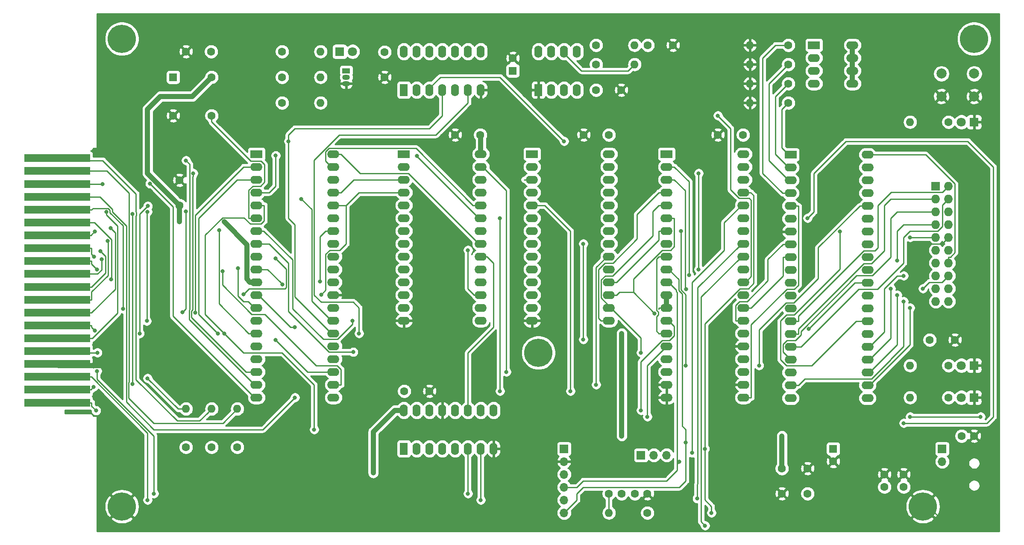
<source format=gbr>
G04 #@! TF.GenerationSoftware,KiCad,Pcbnew,(5.1.4)-1*
G04 #@! TF.CreationDate,2020-06-08T02:01:47+02:00*
G04 #@! TF.ProjectId,Z80Mini,5a38304d-696e-4692-9e6b-696361645f70,rev?*
G04 #@! TF.SameCoordinates,Original*
G04 #@! TF.FileFunction,Copper,L2,Bot*
G04 #@! TF.FilePolarity,Positive*
%FSLAX46Y46*%
G04 Gerber Fmt 4.6, Leading zero omitted, Abs format (unit mm)*
G04 Created by KiCad (PCBNEW (5.1.4)-1) date 2020-06-08 02:01:47*
%MOMM*%
%LPD*%
G04 APERTURE LIST*
%ADD10O,2.400000X1.600000*%
%ADD11R,2.400000X1.600000*%
%ADD12O,1.700000X1.700000*%
%ADD13R,1.700000X1.700000*%
%ADD14C,1.600000*%
%ADD15C,5.600000*%
%ADD16O,1.727200X1.727200*%
%ADD17R,1.727200X1.727200*%
%ADD18R,1.600000X1.600000*%
%ADD19O,1.600000X2.400000*%
%ADD20R,1.600000X2.400000*%
%ADD21O,1.600000X1.600000*%
%ADD22R,1.500000X1.050000*%
%ADD23O,1.500000X1.050000*%
%ADD24C,1.800000*%
%ADD25R,1.800000X1.800000*%
%ADD26C,2.000000*%
%ADD27R,13.000000X1.650000*%
%ADD28C,0.800000*%
%ADD29C,1.000000*%
%ADD30C,0.250000*%
%ADD31C,0.254000*%
G04 APERTURE END LIST*
D10*
X154940000Y-73660000D03*
X139700000Y-106680000D03*
X154940000Y-76200000D03*
X139700000Y-104140000D03*
X154940000Y-78740000D03*
X139700000Y-101600000D03*
X154940000Y-81280000D03*
X139700000Y-99060000D03*
X154940000Y-83820000D03*
X139700000Y-96520000D03*
X154940000Y-86360000D03*
X139700000Y-93980000D03*
X154940000Y-88900000D03*
X139700000Y-91440000D03*
X154940000Y-91440000D03*
X139700000Y-88900000D03*
X154940000Y-93980000D03*
X139700000Y-86360000D03*
X154940000Y-96520000D03*
X139700000Y-83820000D03*
X154940000Y-99060000D03*
X139700000Y-81280000D03*
X154940000Y-101600000D03*
X139700000Y-78740000D03*
X154940000Y-104140000D03*
X139700000Y-76200000D03*
X154940000Y-106680000D03*
D11*
X139700000Y-73660000D03*
D12*
X191770000Y-133350000D03*
X189230000Y-133350000D03*
D13*
X186690000Y-133350000D03*
D12*
X246380000Y-134620000D03*
D13*
X246380000Y-132080000D03*
D12*
X171450000Y-144780000D03*
X171450000Y-142240000D03*
X171450000Y-139700000D03*
X171450000Y-137160000D03*
X171450000Y-134620000D03*
D13*
X171450000Y-132080000D03*
D14*
X139780000Y-120650000D03*
X144780000Y-120650000D03*
D15*
X166370000Y-113030000D03*
X242570000Y-143510000D03*
X83820000Y-143510000D03*
X83820000Y-50800000D03*
X252730000Y-50800000D03*
D16*
X247650000Y-102870000D03*
X245110000Y-102870000D03*
X247650000Y-100330000D03*
X245110000Y-100330000D03*
X247650000Y-97790000D03*
X245110000Y-97790000D03*
X247650000Y-95250000D03*
X245110000Y-95250000D03*
X247650000Y-92710000D03*
X245110000Y-92710000D03*
X247650000Y-90170000D03*
X245110000Y-90170000D03*
X247650000Y-87630000D03*
X245110000Y-87630000D03*
X247650000Y-85090000D03*
X245110000Y-85090000D03*
X247650000Y-82550000D03*
X245110000Y-82550000D03*
X247650000Y-80010000D03*
D17*
X245110000Y-80010000D03*
D14*
X224790000Y-134580000D03*
D18*
X224790000Y-132080000D03*
D19*
X139700000Y-124460000D03*
X157480000Y-132080000D03*
X142240000Y-124460000D03*
X154940000Y-132080000D03*
X144780000Y-124460000D03*
X152400000Y-132080000D03*
X147320000Y-124460000D03*
X149860000Y-132080000D03*
X149860000Y-124460000D03*
X147320000Y-132080000D03*
X152400000Y-124460000D03*
X144780000Y-132080000D03*
X154940000Y-124460000D03*
X142240000Y-132080000D03*
X157480000Y-124460000D03*
D20*
X139700000Y-132080000D03*
D14*
X161290000Y-54650000D03*
D18*
X161290000Y-57150000D03*
D14*
X214630000Y-135970000D03*
X214630000Y-140970000D03*
D21*
X180340000Y-144780000D03*
D14*
X187960000Y-144780000D03*
X185460000Y-140970000D03*
X187960000Y-140970000D03*
X182840000Y-140970000D03*
X180340000Y-140970000D03*
D19*
X166370000Y-53340000D03*
X173990000Y-60960000D03*
X168910000Y-53340000D03*
X171450000Y-60960000D03*
X171450000Y-53340000D03*
X168910000Y-60960000D03*
X173990000Y-53340000D03*
D20*
X166370000Y-60960000D03*
D21*
X123190000Y-63500000D03*
D14*
X115570000Y-63500000D03*
D21*
X123190000Y-53340000D03*
D14*
X115570000Y-53340000D03*
D21*
X123190000Y-58420000D03*
D14*
X115570000Y-58420000D03*
D22*
X128270000Y-57150000D03*
D23*
X128270000Y-59690000D03*
X128270000Y-58420000D03*
D24*
X129540000Y-53340000D03*
D25*
X127000000Y-53340000D03*
D14*
X193040000Y-52070000D03*
X188040000Y-52070000D03*
D10*
X125730000Y-73660000D03*
X110490000Y-121920000D03*
X125730000Y-76200000D03*
X110490000Y-119380000D03*
X125730000Y-78740000D03*
X110490000Y-116840000D03*
X125730000Y-81280000D03*
X110490000Y-114300000D03*
X125730000Y-83820000D03*
X110490000Y-111760000D03*
X125730000Y-86360000D03*
X110490000Y-109220000D03*
X125730000Y-88900000D03*
X110490000Y-106680000D03*
X125730000Y-91440000D03*
X110490000Y-104140000D03*
X125730000Y-93980000D03*
X110490000Y-101600000D03*
X125730000Y-96520000D03*
X110490000Y-99060000D03*
X125730000Y-99060000D03*
X110490000Y-96520000D03*
X125730000Y-101600000D03*
X110490000Y-93980000D03*
X125730000Y-104140000D03*
X110490000Y-91440000D03*
X125730000Y-106680000D03*
X110490000Y-88900000D03*
X125730000Y-109220000D03*
X110490000Y-86360000D03*
X125730000Y-111760000D03*
X110490000Y-83820000D03*
X125730000Y-114300000D03*
X110490000Y-81280000D03*
X125730000Y-116840000D03*
X110490000Y-78740000D03*
X125730000Y-119380000D03*
X110490000Y-76200000D03*
X125730000Y-121920000D03*
D11*
X110490000Y-73660000D03*
D21*
X185420000Y-55880000D03*
D14*
X177800000Y-55880000D03*
D19*
X139700000Y-53340000D03*
X154940000Y-60960000D03*
X142240000Y-53340000D03*
X152400000Y-60960000D03*
X144780000Y-53340000D03*
X149860000Y-60960000D03*
X147320000Y-53340000D03*
X147320000Y-60960000D03*
X149860000Y-53340000D03*
X144780000Y-60960000D03*
X152400000Y-53340000D03*
X142240000Y-60960000D03*
X154940000Y-53340000D03*
D20*
X139700000Y-60960000D03*
D14*
X180340000Y-69850000D03*
X175340000Y-69850000D03*
D10*
X180340000Y-73660000D03*
X165100000Y-106680000D03*
X180340000Y-76200000D03*
X165100000Y-104140000D03*
X180340000Y-78740000D03*
X165100000Y-101600000D03*
X180340000Y-81280000D03*
X165100000Y-99060000D03*
X180340000Y-83820000D03*
X165100000Y-96520000D03*
X180340000Y-86360000D03*
X165100000Y-93980000D03*
X180340000Y-88900000D03*
X165100000Y-91440000D03*
X180340000Y-91440000D03*
X165100000Y-88900000D03*
X180340000Y-93980000D03*
X165100000Y-86360000D03*
X180340000Y-96520000D03*
X165100000Y-83820000D03*
X180340000Y-99060000D03*
X165100000Y-81280000D03*
X180340000Y-101600000D03*
X165100000Y-78740000D03*
X180340000Y-104140000D03*
X165100000Y-76200000D03*
X180340000Y-106680000D03*
D11*
X165100000Y-73660000D03*
D14*
X219710000Y-135970000D03*
X219710000Y-140970000D03*
D10*
X207010000Y-73660000D03*
X191770000Y-121920000D03*
X207010000Y-76200000D03*
X191770000Y-119380000D03*
X207010000Y-78740000D03*
X191770000Y-116840000D03*
X207010000Y-81280000D03*
X191770000Y-114300000D03*
X207010000Y-83820000D03*
X191770000Y-111760000D03*
X207010000Y-86360000D03*
X191770000Y-109220000D03*
X207010000Y-88900000D03*
X191770000Y-106680000D03*
X207010000Y-91440000D03*
X191770000Y-104140000D03*
X207010000Y-93980000D03*
X191770000Y-101600000D03*
X207010000Y-96520000D03*
X191770000Y-99060000D03*
X207010000Y-99060000D03*
X191770000Y-96520000D03*
X207010000Y-101600000D03*
X191770000Y-93980000D03*
X207010000Y-104140000D03*
X191770000Y-91440000D03*
X207010000Y-106680000D03*
X191770000Y-88900000D03*
X207010000Y-109220000D03*
X191770000Y-86360000D03*
X207010000Y-111760000D03*
X191770000Y-83820000D03*
X207010000Y-114300000D03*
X191770000Y-81280000D03*
X207010000Y-116840000D03*
X191770000Y-78740000D03*
X207010000Y-119380000D03*
X191770000Y-76200000D03*
X207010000Y-121920000D03*
D11*
X191770000Y-73660000D03*
D10*
X231590000Y-73780000D03*
X216350000Y-122040000D03*
X231590000Y-76320000D03*
X216350000Y-119500000D03*
X231590000Y-78860000D03*
X216350000Y-116960000D03*
X231590000Y-81400000D03*
X216350000Y-114420000D03*
X231590000Y-83940000D03*
X216350000Y-111880000D03*
X231590000Y-86480000D03*
X216350000Y-109340000D03*
X231590000Y-89020000D03*
X216350000Y-106800000D03*
X231590000Y-91560000D03*
X216350000Y-104260000D03*
X231590000Y-94100000D03*
X216350000Y-101720000D03*
X231590000Y-96640000D03*
X216350000Y-99180000D03*
X231590000Y-99180000D03*
X216350000Y-96640000D03*
X231590000Y-101720000D03*
X216350000Y-94100000D03*
X231590000Y-104260000D03*
X216350000Y-91560000D03*
X231590000Y-106800000D03*
X216350000Y-89020000D03*
X231590000Y-109340000D03*
X216350000Y-86480000D03*
X231590000Y-111880000D03*
X216350000Y-83940000D03*
X231590000Y-114420000D03*
X216350000Y-81400000D03*
X231590000Y-116960000D03*
X216350000Y-78860000D03*
X231590000Y-119500000D03*
X216350000Y-76320000D03*
X231590000Y-122040000D03*
D11*
X216350000Y-73780000D03*
D10*
X228600000Y-52070000D03*
X220980000Y-59690000D03*
X228600000Y-54610000D03*
X220980000Y-57150000D03*
X228600000Y-57150000D03*
X220980000Y-54610000D03*
X228600000Y-59690000D03*
D11*
X220980000Y-52070000D03*
D21*
X208280000Y-63500000D03*
D14*
X215900000Y-63500000D03*
D21*
X208280000Y-59690000D03*
D14*
X215900000Y-59690000D03*
D21*
X208280000Y-55880000D03*
D14*
X215900000Y-55880000D03*
D21*
X208280000Y-52070000D03*
D14*
X215900000Y-52070000D03*
D21*
X240030000Y-67310000D03*
D14*
X247650000Y-67310000D03*
D24*
X250190000Y-67310000D03*
D25*
X252730000Y-67310000D03*
D21*
X240030000Y-121920000D03*
D14*
X247650000Y-121920000D03*
D21*
X240030000Y-115570000D03*
D14*
X247650000Y-115570000D03*
D24*
X250190000Y-121920000D03*
D25*
X252730000Y-121920000D03*
D24*
X250190000Y-115570000D03*
D25*
X252730000Y-115570000D03*
D14*
X252730000Y-129540000D03*
X250230000Y-129540000D03*
X238760000Y-139660000D03*
X238760000Y-137160000D03*
X234950000Y-137160000D03*
X234950000Y-139660000D03*
D26*
X246230000Y-62230000D03*
X246230000Y-57730000D03*
X252730000Y-62230000D03*
X252730000Y-57730000D03*
D14*
X93980000Y-66040000D03*
X101600000Y-66040000D03*
X101600000Y-58420000D03*
D18*
X93980000Y-58420000D03*
D21*
X96520000Y-124160000D03*
D14*
X96520000Y-131780000D03*
D21*
X106680000Y-124160000D03*
D14*
X106680000Y-131780000D03*
D21*
X101600000Y-124160000D03*
D14*
X101600000Y-131780000D03*
D21*
X185420000Y-52070000D03*
D14*
X177800000Y-52070000D03*
D27*
X70993000Y-74486000D03*
X70993000Y-77036000D03*
X70993000Y-79586000D03*
X70993000Y-82136000D03*
X70993000Y-84686000D03*
X70993000Y-87236000D03*
X70993000Y-89786000D03*
X70993000Y-92336000D03*
X70993000Y-94886000D03*
X70993000Y-97436000D03*
X70993000Y-99986000D03*
X70993000Y-102536000D03*
X70993000Y-105086000D03*
X70993000Y-117836000D03*
X70993000Y-107636000D03*
X70993000Y-110186000D03*
X70993000Y-115286000D03*
X70993000Y-112736000D03*
X70993000Y-120386000D03*
X70993000Y-122936000D03*
D14*
X206930000Y-69850000D03*
X201930000Y-69850000D03*
X243920000Y-110490000D03*
X248920000Y-110490000D03*
X101520000Y-53340000D03*
X96520000Y-53340000D03*
X182800000Y-60960000D03*
X177800000Y-60960000D03*
X135890000Y-53420000D03*
X135890000Y-58420000D03*
X154860000Y-69850000D03*
X149860000Y-69850000D03*
X95250000Y-78820000D03*
X95250000Y-83820000D03*
D28*
X248400200Y-135255500D03*
X88900000Y-115570000D03*
X82550000Y-115570000D03*
X207275000Y-138165000D03*
X182880000Y-109220000D03*
X104085400Y-87095400D03*
X95250000Y-87095400D03*
X214630000Y-129540000D03*
X182880000Y-129540000D03*
X133650000Y-136860000D03*
X118110000Y-121920000D03*
X84012600Y-104312700D03*
X198120000Y-96520000D03*
X198120000Y-77470000D03*
X195654500Y-100405000D03*
X81702200Y-98505900D03*
X118110000Y-107950000D03*
X219965000Y-108328000D03*
X186690000Y-113030000D03*
X78426300Y-89014200D03*
X129540000Y-106680000D03*
X194617200Y-88972300D03*
X78310100Y-93996400D03*
X115664979Y-99490085D03*
X195580000Y-115570000D03*
X103784700Y-96855100D03*
X78875200Y-96525100D03*
X210102800Y-115570000D03*
X160020000Y-116840000D03*
X79804400Y-94482200D03*
X79589900Y-92923200D03*
X81011000Y-90903500D03*
X172720000Y-120650000D03*
X81551700Y-88310200D03*
X80010000Y-79586000D03*
X89392175Y-79517825D03*
X88743100Y-106741700D03*
X78468600Y-108662900D03*
X88900000Y-85090000D03*
X142264600Y-74010300D03*
X80733358Y-85138930D03*
X78964200Y-113030000D03*
X114300000Y-110490000D03*
X85898000Y-119222700D03*
X78210700Y-119799900D03*
X85927510Y-85545379D03*
X114300000Y-73951800D03*
X104140000Y-109220000D03*
X121920000Y-128270000D03*
X102870000Y-109220000D03*
X88900000Y-118110000D03*
X98334990Y-105119500D03*
X88950400Y-83964700D03*
X87344600Y-109220000D03*
X96513400Y-85026100D03*
X95852100Y-105039200D03*
X123316500Y-101512100D03*
X123069300Y-98924300D03*
X158750000Y-86360000D03*
X158750000Y-120650000D03*
X114269900Y-94375300D03*
X107907700Y-101486800D03*
X175260000Y-91440000D03*
X175260000Y-110410600D03*
X226113700Y-89044100D03*
X106859500Y-96340500D03*
X189383500Y-105265900D03*
X152400000Y-92710000D03*
X129674000Y-112896000D03*
X196212100Y-97654300D03*
X103087800Y-88770600D03*
X119380000Y-82550000D03*
X97963710Y-77470000D03*
X96520000Y-74930000D03*
X78706600Y-124493400D03*
X130810000Y-109220000D03*
X171450000Y-71120000D03*
X196850000Y-132889990D03*
X199390000Y-147320000D03*
X238760000Y-102870000D03*
X237490000Y-94745900D03*
X240030000Y-90170000D03*
X238760000Y-97790000D03*
X236220000Y-100330000D03*
X242570000Y-100330000D03*
X237490000Y-101600000D03*
X240030000Y-104140000D03*
X219710000Y-86360000D03*
X238760000Y-127000000D03*
X186690000Y-124460000D03*
X201930000Y-66040000D03*
X187960000Y-125730000D03*
X240030000Y-125730000D03*
X254000000Y-125730000D03*
X154940000Y-142240000D03*
X88900000Y-142240000D03*
X78908113Y-116670010D03*
X152400000Y-140970000D03*
X90170000Y-140970000D03*
X177800000Y-119380000D03*
X116840000Y-71120000D03*
X200660000Y-144780000D03*
X199339555Y-132080000D03*
X197825000Y-141945000D03*
X194310000Y-134620000D03*
X195580000Y-130810000D03*
D29*
X95029000Y-115349000D02*
X96299000Y-115349000D01*
D30*
X245638003Y-145505001D02*
X250734999Y-145505001D01*
X243840000Y-144780000D02*
X244913002Y-144780000D01*
X244913002Y-144780000D02*
X245638003Y-145505001D01*
X250734999Y-145505001D02*
X255270000Y-140970000D01*
X255270000Y-132080000D02*
X252730000Y-129540000D01*
X255270000Y-140970000D02*
X255270000Y-132080000D01*
X185870009Y-47809991D02*
X185420000Y-48260000D01*
X73927500Y-114878300D02*
X71400700Y-114878300D01*
X71400700Y-114878300D02*
X70993000Y-115286000D01*
D29*
X82550000Y-115570000D02*
X71277000Y-115570000D01*
X71277000Y-115570000D02*
X70993000Y-115286000D01*
X85090000Y-143510000D02*
X85090000Y-145138002D01*
D30*
X147320000Y-124060000D02*
X147320000Y-124460000D01*
X243840000Y-115570000D02*
X243840000Y-115570000D01*
X241300000Y-113030000D02*
X243840000Y-115570000D01*
X247650000Y-90170000D02*
X246380000Y-91440000D01*
X246380000Y-91440000D02*
X244620870Y-91440000D01*
X244620870Y-91440000D02*
X242570000Y-91440000D01*
X242570000Y-91440000D02*
X241300000Y-92710000D01*
X241300000Y-107950000D02*
X241300000Y-113030000D01*
X241300000Y-92710000D02*
X241300000Y-107950000D01*
X206930000Y-73580000D02*
X207010000Y-73660000D01*
X228790700Y-59690000D02*
X228600000Y-59499300D01*
X228600000Y-59690000D02*
X228790700Y-59690000D01*
D29*
X154940000Y-69930000D02*
X154860000Y-69850000D01*
X154940000Y-73660000D02*
X154940000Y-69930000D01*
X108589990Y-91599990D02*
X104085400Y-87095400D01*
X108589990Y-98429990D02*
X108589990Y-91599990D01*
X109220000Y-99060000D02*
X108589990Y-98429990D01*
X110490000Y-99060000D02*
X109220000Y-99060000D01*
X191770000Y-101600000D02*
X191770000Y-104140000D01*
D30*
X190244700Y-104464400D02*
X190244700Y-104140000D01*
X191770000Y-104140000D02*
X190244700Y-104140000D01*
D29*
X135810000Y-53340000D02*
X135890000Y-53420000D01*
X182880000Y-109220000D02*
X182880000Y-129540000D01*
D30*
X90170000Y-78740000D02*
X90170000Y-78740000D01*
D29*
X101520000Y-58340000D02*
X101600000Y-58420000D01*
X95250000Y-87095400D02*
X95250000Y-83820000D01*
X97790000Y-62230000D02*
X101600000Y-58420000D01*
X91440000Y-62230000D02*
X97790000Y-62230000D01*
X88900000Y-64770000D02*
X91440000Y-62230000D01*
X95250000Y-83820000D02*
X88900000Y-77470000D01*
X88900000Y-77470000D02*
X88900000Y-64770000D01*
X214630000Y-135970000D02*
X214630000Y-129540000D01*
X133650000Y-136860000D02*
X133650000Y-128710000D01*
X133650000Y-128710000D02*
X137900000Y-124460000D01*
X137900000Y-124460000D02*
X139700000Y-124460000D01*
X228600000Y-52070000D02*
X228600000Y-59690000D01*
D30*
X110890000Y-114300000D02*
X110490000Y-114300000D01*
X80016010Y-74936010D02*
X86619300Y-81539300D01*
X70993000Y-74936010D02*
X80016010Y-74936010D01*
X86619300Y-85926593D02*
X86619300Y-118369300D01*
X86619300Y-81539300D02*
X86619300Y-85164165D01*
X99210011Y-126549989D02*
X100800001Y-124959999D01*
X86619300Y-118369300D02*
X94799989Y-126549989D01*
X100800001Y-124959999D02*
X101600000Y-124160000D01*
X94799989Y-126549989D02*
X99210011Y-126549989D01*
X86652512Y-85893381D02*
X86619300Y-85926593D01*
X86652512Y-85197377D02*
X86652512Y-85893381D01*
X86619300Y-85164165D02*
X86652512Y-85197377D01*
X80846000Y-77036000D02*
X70993000Y-77036000D01*
X85172700Y-118922300D02*
X85202500Y-118892500D01*
X85202500Y-118892500D02*
X85202500Y-81392500D01*
X85202500Y-81392500D02*
X80846000Y-77036000D01*
X85172700Y-122002700D02*
X85172700Y-121837300D01*
X85172700Y-121847400D02*
X85172700Y-121837300D01*
X85172700Y-121837300D02*
X85172700Y-118922300D01*
X90170000Y-127000000D02*
X85172700Y-122002700D01*
X103840000Y-127000000D02*
X106680000Y-124160000D01*
X90170000Y-127000000D02*
X103840000Y-127000000D01*
X207010000Y-121920000D02*
X208535300Y-121920000D01*
X217086400Y-100450000D02*
X215579900Y-100450000D01*
X217875300Y-99661100D02*
X217086400Y-100450000D01*
X208535300Y-107494600D02*
X208535300Y-121920000D01*
X215579900Y-100450000D02*
X208535300Y-107494600D01*
X216350000Y-83940000D02*
X217875300Y-83940000D01*
X217875300Y-83940000D02*
X217875300Y-99661100D01*
X90170000Y-128270000D02*
X111760000Y-128270000D01*
X84722400Y-122822400D02*
X90170000Y-128270000D01*
X84722400Y-118735700D02*
X84722400Y-122822400D01*
X79439841Y-82136000D02*
X81908370Y-84604529D01*
X70993000Y-82136000D02*
X79439841Y-82136000D01*
X111760000Y-128270000D02*
X118110000Y-121920000D01*
X81908370Y-84604529D02*
X81908370Y-85081668D01*
X81908370Y-85081668D02*
X84752200Y-87925500D01*
X84752200Y-87925500D02*
X84752200Y-118705900D01*
X84752200Y-118705900D02*
X84722400Y-118735700D01*
X198120000Y-96520000D02*
X198120000Y-77470000D01*
X81458359Y-84790929D02*
X81458359Y-85282159D01*
X81081359Y-84413929D02*
X81458359Y-84790929D01*
X84012600Y-103747015D02*
X84012600Y-104312700D01*
X70993000Y-84686000D02*
X77818300Y-84686000D01*
X77818300Y-84686000D02*
X78090371Y-84413929D01*
X81458359Y-85282159D02*
X84012600Y-87836400D01*
X78090371Y-84413929D02*
X81081359Y-84413929D01*
X84012600Y-87836400D02*
X84012600Y-103747015D01*
X195654500Y-100405000D02*
X195473000Y-100223500D01*
X195473000Y-100223500D02*
X195473000Y-80917700D01*
X195473000Y-80917700D02*
X193295300Y-78740000D01*
X191770000Y-78740000D02*
X193295300Y-78740000D01*
X81702200Y-98505900D02*
X81736300Y-98471800D01*
X81736300Y-98471800D02*
X81736300Y-90603000D01*
X81736300Y-90603000D02*
X78369300Y-87236000D01*
X78369300Y-87236000D02*
X77818300Y-87236000D01*
X70993000Y-87236000D02*
X77818300Y-87236000D01*
X117544315Y-107950000D02*
X118110000Y-107950000D01*
X117240000Y-107950000D02*
X117544315Y-107950000D01*
X110890000Y-101600000D02*
X117240000Y-107950000D01*
X110490000Y-101600000D02*
X110890000Y-101600000D01*
X191770000Y-83820000D02*
X190244700Y-83820000D01*
X180773500Y-104140000D02*
X178808100Y-102174600D01*
X178808100Y-102174600D02*
X178808100Y-98580800D01*
X178808100Y-98580800D02*
X179598900Y-97790000D01*
X179598900Y-97790000D02*
X181076400Y-97790000D01*
X181076400Y-97790000D02*
X188998400Y-89868000D01*
X188998400Y-89868000D02*
X188998400Y-85066300D01*
X188998400Y-85066300D02*
X190244700Y-83820000D01*
X180340000Y-104140000D02*
X180773500Y-104140000D01*
X219965000Y-108328000D02*
X229113000Y-99180000D01*
X229113000Y-99180000D02*
X231590000Y-99180000D01*
X70993000Y-89786000D02*
X77818300Y-89786000D01*
X77818300Y-89786000D02*
X77818300Y-89622200D01*
X77818300Y-89622200D02*
X78426300Y-89014200D01*
X110490000Y-88900000D02*
X111940000Y-88900000D01*
X117659989Y-104326400D02*
X123723589Y-110390000D01*
X117659989Y-94619989D02*
X117659989Y-104326400D01*
X111940000Y-88900000D02*
X117659989Y-94619989D01*
X126551004Y-110390000D02*
X129540000Y-107401004D01*
X123723589Y-110390000D02*
X126551004Y-110390000D01*
X129540000Y-107401004D02*
X129540000Y-106680000D01*
X129540000Y-106680000D02*
X129540000Y-106680000D01*
X180740000Y-104140000D02*
X186690000Y-110090000D01*
X180340000Y-104140000D02*
X180740000Y-104140000D01*
X186690000Y-110090000D02*
X186690000Y-113030000D01*
X70993000Y-92336000D02*
X77818300Y-92336000D01*
X77818300Y-92336000D02*
X77818300Y-93504600D01*
X77818300Y-93504600D02*
X78310100Y-93996400D01*
X180340000Y-99060000D02*
X181865300Y-99060000D01*
X191770000Y-88900000D02*
X190244700Y-88900000D01*
X190244700Y-88900000D02*
X190244700Y-90680600D01*
X190244700Y-90680600D02*
X181865300Y-99060000D01*
X194617200Y-88972300D02*
X194617200Y-100546963D01*
X194617200Y-100546963D02*
X195580000Y-101509763D01*
X232290000Y-104260000D02*
X231590000Y-104260000D01*
X232410000Y-104140000D02*
X232290000Y-104260000D01*
X112694894Y-96520000D02*
X115264980Y-99090086D01*
X115264980Y-99090086D02*
X115664979Y-99490085D01*
X110490000Y-96520000D02*
X112694894Y-96520000D01*
X195580000Y-115570000D02*
X195580000Y-101600000D01*
X70993000Y-94886000D02*
X77818300Y-94886000D01*
X125730000Y-119380000D02*
X127255300Y-119380000D01*
X103784700Y-96855100D02*
X103784700Y-99634900D01*
X103784700Y-99634900D02*
X109559800Y-105410000D01*
X109559800Y-105410000D02*
X112175100Y-105410000D01*
X112175100Y-105410000D02*
X122335100Y-115570000D01*
X122335100Y-115570000D02*
X126491600Y-115570000D01*
X126491600Y-115570000D02*
X127255300Y-116333700D01*
X127255300Y-116333700D02*
X127255300Y-119380000D01*
X77818300Y-94886000D02*
X77818300Y-95468200D01*
X77818300Y-95468200D02*
X78875200Y-96525100D01*
X230064700Y-83940000D02*
X221820600Y-92184100D01*
X221820600Y-92184100D02*
X221820600Y-98289200D01*
X221820600Y-98289200D02*
X216975200Y-103134600D01*
X216975200Y-103134600D02*
X215472100Y-103134600D01*
X215472100Y-103134600D02*
X210102800Y-108503900D01*
X210102800Y-108503900D02*
X210102800Y-112800700D01*
X231590000Y-83940000D02*
X230064700Y-83940000D01*
X210102800Y-112800700D02*
X210102800Y-115570000D01*
X155340000Y-76200000D02*
X160020000Y-80880000D01*
X154940000Y-76200000D02*
X155340000Y-76200000D01*
X160020000Y-116840000D02*
X160020000Y-80880000D01*
X77818300Y-97436000D02*
X78990100Y-97436000D01*
X78990100Y-97436000D02*
X79804400Y-96621700D01*
X79804400Y-96621700D02*
X79804400Y-94482200D01*
X70993000Y-97436000D02*
X77818300Y-97436000D01*
X207010000Y-106680000D02*
X205484700Y-106680000D01*
X216350000Y-91560000D02*
X214824700Y-91560000D01*
X214824700Y-91560000D02*
X211839400Y-94545300D01*
X211839400Y-94545300D02*
X211839400Y-98769500D01*
X211839400Y-98769500D02*
X207738900Y-102870000D01*
X207738900Y-102870000D02*
X206254700Y-102870000D01*
X206254700Y-102870000D02*
X205484700Y-103640000D01*
X205484700Y-103640000D02*
X205484700Y-106680000D01*
X79589900Y-92923200D02*
X80563200Y-93896500D01*
X80563200Y-93896500D02*
X80563200Y-97241100D01*
X80563200Y-97241100D02*
X77818300Y-99986000D01*
X70993000Y-99986000D02*
X77818300Y-99986000D01*
X70993000Y-102536000D02*
X77818300Y-102536000D01*
X77818300Y-102536000D02*
X77818300Y-100993400D01*
X77818300Y-100993400D02*
X81045400Y-97766300D01*
X81045400Y-97766300D02*
X81045400Y-90937900D01*
X81045400Y-90937900D02*
X81011000Y-90903500D01*
X144780000Y-131680000D02*
X144780000Y-132080000D01*
X167640000Y-83820000D02*
X172720000Y-88900000D01*
X165100000Y-83820000D02*
X167640000Y-83820000D01*
X172720000Y-120650000D02*
X172720000Y-88900000D01*
X77818300Y-105086000D02*
X82480000Y-100424300D01*
X82480000Y-100424300D02*
X82480000Y-89238500D01*
X82480000Y-89238500D02*
X81551700Y-88310200D01*
X70993000Y-105086000D02*
X77818300Y-105086000D01*
X125730000Y-81280000D02*
X127255300Y-81280000D01*
X127255300Y-81280000D02*
X129795300Y-78740000D01*
X129795300Y-78740000D02*
X139700000Y-78740000D01*
X163574600Y-78740000D02*
X163574700Y-78740000D01*
X165100000Y-78740000D02*
X163574700Y-78740000D01*
X80010000Y-79586000D02*
X70993000Y-79586000D01*
X89792174Y-79917824D02*
X89392175Y-79517825D01*
X110490000Y-121920000D02*
X110090000Y-121920000D01*
X110090000Y-121920000D02*
X93980000Y-105810000D01*
X93980000Y-84105650D02*
X89392175Y-79517825D01*
X93980000Y-105810000D02*
X93980000Y-84105650D01*
X70993000Y-107636000D02*
X77818300Y-107636000D01*
X77818300Y-107636000D02*
X77818300Y-108012600D01*
X77818300Y-108012600D02*
X78468600Y-108662900D01*
X142118700Y-72524000D02*
X124874995Y-72524000D01*
X125330000Y-76200000D02*
X125730000Y-76200000D01*
X154940000Y-83820000D02*
X153414700Y-83820000D01*
X153414700Y-83820000D02*
X142118700Y-72524000D01*
X124204700Y-75074700D02*
X125330000Y-76200000D01*
X124874995Y-72524000D02*
X124204700Y-73194295D01*
X124204700Y-73194295D02*
X124204700Y-75074700D01*
X88743100Y-85246900D02*
X88900000Y-85090000D01*
X88743100Y-106741700D02*
X88743100Y-85246900D01*
X142264600Y-74084600D02*
X142264600Y-74010300D01*
X154540000Y-86360000D02*
X142264600Y-74084600D01*
X154940000Y-86360000D02*
X154540000Y-86360000D01*
X80733358Y-85704615D02*
X80733358Y-85138930D01*
X70993000Y-110186000D02*
X77971300Y-110186000D01*
X82930400Y-105226900D02*
X82930400Y-87901657D01*
X82930400Y-87901657D02*
X80733358Y-85704615D01*
X77971300Y-110186000D02*
X82930400Y-105226900D01*
X114300000Y-110490000D02*
X120650000Y-116840000D01*
X120650000Y-116840000D02*
X125730000Y-116840000D01*
X71287000Y-113030000D02*
X70993000Y-112736000D01*
X78964200Y-113030000D02*
X71287000Y-113030000D01*
X70993000Y-120386000D02*
X77818300Y-120386000D01*
X77818300Y-120386000D02*
X77818300Y-120192300D01*
X77818300Y-120192300D02*
X78210700Y-119799900D01*
X114300000Y-80010000D02*
X114300000Y-73951800D01*
X113030000Y-81280000D02*
X114300000Y-80010000D01*
X110490000Y-81280000D02*
X113030000Y-81280000D01*
X85898000Y-85574889D02*
X85927510Y-85545379D01*
X85898000Y-119222700D02*
X85898000Y-85574889D01*
X100300000Y-105403800D02*
X100300000Y-89714060D01*
X100300000Y-89714060D02*
X103743669Y-86270391D01*
X100323800Y-105403800D02*
X104140000Y-109220000D01*
X100300000Y-105403800D02*
X100323800Y-105403800D01*
X104140000Y-109220000D02*
X107950000Y-113030000D01*
X107950000Y-113030000D02*
X115570000Y-113030000D01*
X103743669Y-86270391D02*
X108008791Y-86270391D01*
X108008791Y-86270391D02*
X109255800Y-87517400D01*
X109255800Y-87517400D02*
X111419800Y-87517400D01*
X111419800Y-87517400D02*
X112015300Y-86921900D01*
X110490000Y-83820000D02*
X112015300Y-83820000D01*
X112015300Y-86921900D02*
X112015300Y-83820000D01*
X115570000Y-113030000D02*
X121920000Y-119380000D01*
X121920000Y-119380000D02*
X121920000Y-128270000D01*
X121920000Y-128270000D02*
X121920000Y-128270000D01*
X144780000Y-124060000D02*
X144780000Y-124460000D01*
X110490000Y-78740000D02*
X110090000Y-78740000D01*
X106680000Y-78740000D02*
X110490000Y-78740000D01*
X99060000Y-86360000D02*
X106680000Y-78740000D01*
X102870000Y-109220000D02*
X99060000Y-105410000D01*
X99060000Y-105410000D02*
X99060000Y-86360000D01*
X96520000Y-124160000D02*
X94950000Y-124160000D01*
X94950000Y-124160000D02*
X88900000Y-118110000D01*
X88900000Y-118110000D02*
X88900000Y-118110000D01*
X110490000Y-76200000D02*
X110090000Y-76200000D01*
X107950000Y-76200000D02*
X110490000Y-76200000D01*
X98334990Y-105119500D02*
X98334990Y-85815010D01*
X98334990Y-85815010D02*
X107950000Y-76200000D01*
X88950400Y-83964700D02*
X87344600Y-85570500D01*
X125730000Y-73660000D02*
X127255300Y-73660000D01*
X127255300Y-73660000D02*
X131065300Y-77470000D01*
X154540000Y-91440000D02*
X154940000Y-91440000D01*
X140570000Y-77470000D02*
X154540000Y-91440000D01*
X131065300Y-77470000D02*
X140570000Y-77470000D01*
X87344600Y-108654315D02*
X87344600Y-106965400D01*
X87344600Y-109220000D02*
X87344600Y-108654315D01*
X87344600Y-85570500D02*
X87344600Y-106965400D01*
X87344600Y-106965400D02*
X87344600Y-107508300D01*
X95852100Y-105039200D02*
X96513400Y-104377900D01*
X96513400Y-85591785D02*
X96513400Y-85026100D01*
X96513400Y-104377900D02*
X96513400Y-85591785D01*
X139700000Y-81280000D02*
X130810000Y-81280000D01*
X128270000Y-83820000D02*
X125730000Y-83820000D01*
X130810000Y-81280000D02*
X128270000Y-83820000D01*
X125001100Y-92710000D02*
X126454100Y-92710000D01*
X126130000Y-83820000D02*
X125730000Y-83820000D01*
X126454100Y-92710000D02*
X127000000Y-92710000D01*
X127000000Y-92710000D02*
X128270000Y-91440000D01*
X128270000Y-91440000D02*
X128270000Y-83820000D01*
X124199300Y-93511800D02*
X125001100Y-92710000D01*
X124199300Y-100629300D02*
X124199300Y-93511800D01*
X123316500Y-101512100D02*
X124199300Y-100629300D01*
X125730000Y-88900000D02*
X124204700Y-88900000D01*
X123069300Y-98924300D02*
X123069300Y-90035400D01*
X123069300Y-90035400D02*
X124204700Y-88900000D01*
X158750000Y-120650000D02*
X158750000Y-86360000D01*
X165500000Y-91440000D02*
X165100000Y-91440000D01*
X175260000Y-91440000D02*
X175260000Y-91440000D01*
X109033800Y-100360700D02*
X116172889Y-100360700D01*
X116389989Y-100143600D02*
X116389989Y-96495389D01*
X116389989Y-96495389D02*
X114669899Y-94775299D01*
X116172889Y-100360700D02*
X116389989Y-100143600D01*
X114669899Y-94775299D02*
X114269900Y-94375300D01*
X107907700Y-101486800D02*
X109033800Y-100360700D01*
X175260000Y-110410600D02*
X175260000Y-91440000D01*
X207010000Y-104140000D02*
X208535300Y-104140000D01*
X216350000Y-94100000D02*
X214824700Y-94100000D01*
X214824700Y-94100000D02*
X214824700Y-97850600D01*
X214824700Y-97850600D02*
X208535300Y-104140000D01*
X226113700Y-89044100D02*
X226113700Y-96495300D01*
X226113700Y-96495300D02*
X217079000Y-105530000D01*
X217079000Y-105530000D02*
X215569200Y-105530000D01*
X215569200Y-105530000D02*
X214365400Y-106733800D01*
X214365400Y-106733800D02*
X214365400Y-114445000D01*
X214365400Y-114445000D02*
X215532600Y-115612200D01*
X215532600Y-115612200D02*
X220516200Y-115612200D01*
X220516200Y-115612200D02*
X229328400Y-106800000D01*
X229328400Y-106800000D02*
X231590000Y-106800000D01*
X110490000Y-104140000D02*
X110090000Y-104140000D01*
X110090000Y-104140000D02*
X108820000Y-102870000D01*
X108820000Y-102870000D02*
X107950000Y-102870000D01*
X106859500Y-101779500D02*
X106859500Y-96340500D01*
X107950000Y-102870000D02*
X106859500Y-101779500D01*
X193295300Y-86360000D02*
X193295300Y-91974300D01*
X193295300Y-91974300D02*
X192559600Y-92710000D01*
X192559600Y-92710000D02*
X190877800Y-92710000D01*
X190877800Y-92710000D02*
X185179500Y-98408300D01*
X185179500Y-98408300D02*
X185179500Y-101061900D01*
X185179500Y-101061900D02*
X182403400Y-101061900D01*
X182403400Y-101061900D02*
X181865300Y-101600000D01*
X191770000Y-86360000D02*
X193295300Y-86360000D01*
X180340000Y-101600000D02*
X181865300Y-101600000D01*
X185179500Y-101061900D02*
X189383500Y-105265900D01*
X152400000Y-92710000D02*
X152400000Y-100330000D01*
X152400000Y-100330000D02*
X153670000Y-101600000D01*
X153670000Y-101600000D02*
X154940000Y-101600000D01*
X178306300Y-106171600D02*
X178306300Y-96522200D01*
X178306300Y-96522200D02*
X179578500Y-95250000D01*
X179578500Y-95250000D02*
X181119800Y-95250000D01*
X181119800Y-95250000D02*
X185895800Y-90474000D01*
X185895800Y-90474000D02*
X185895800Y-85628900D01*
X185895800Y-85628900D02*
X190244700Y-81280000D01*
X178927300Y-106680000D02*
X178814700Y-106680000D01*
X178814700Y-106680000D02*
X178306300Y-106171600D01*
X191770000Y-81280000D02*
X190244700Y-81280000D01*
X180340000Y-106680000D02*
X178927300Y-106680000D01*
X113030000Y-91440000D02*
X110490000Y-91440000D01*
X124850900Y-112896000D02*
X116840000Y-104885100D01*
X116840000Y-104885100D02*
X116840000Y-95250000D01*
X116840000Y-95250000D02*
X113030000Y-91440000D01*
X129674000Y-112896000D02*
X124850900Y-112896000D01*
X196212100Y-97654300D02*
X196212100Y-79116800D01*
X196212100Y-79116800D02*
X193295300Y-76200000D01*
X191770000Y-76200000D02*
X193295300Y-76200000D01*
X103087800Y-88770600D02*
X103059400Y-88799000D01*
X103059400Y-88799000D02*
X103059400Y-103314700D01*
X103059400Y-103314700D02*
X108964700Y-109220000D01*
X110490000Y-109220000D02*
X108964700Y-109220000D01*
X121469989Y-102819989D02*
X121469989Y-88449989D01*
X125330000Y-106680000D02*
X121469989Y-102819989D01*
X125730000Y-106680000D02*
X125330000Y-106680000D01*
X121469989Y-88449989D02*
X121469989Y-84639989D01*
X121469989Y-84639989D02*
X119380000Y-82550000D01*
X97843600Y-78155795D02*
X97963710Y-78035685D01*
X97843600Y-104537886D02*
X97843600Y-78155795D01*
X97963710Y-78035685D02*
X97963710Y-77470000D01*
X97609988Y-104771498D02*
X97843600Y-104537886D01*
X97609988Y-106040488D02*
X97609988Y-104771498D01*
X108409500Y-116840000D02*
X97609988Y-106040488D01*
X110490000Y-116840000D02*
X108409500Y-116840000D01*
X97238700Y-104506375D02*
X97238700Y-75648700D01*
X110090000Y-119380000D02*
X97159977Y-106449977D01*
X110490000Y-119380000D02*
X110090000Y-119380000D01*
X97159977Y-104585098D02*
X97238700Y-104506375D01*
X97238700Y-75648700D02*
X96520000Y-74930000D01*
X97159977Y-106449977D02*
X97159977Y-104585098D01*
X70993000Y-122936000D02*
X77818300Y-122936000D01*
X77818300Y-122936000D02*
X77818300Y-123605100D01*
X77818300Y-123605100D02*
X78706600Y-124493400D01*
X126912585Y-69850000D02*
X146050000Y-69850000D01*
X130810000Y-104140000D02*
X129684990Y-103014990D01*
X152400000Y-63500000D02*
X152400000Y-60960000D01*
X130810000Y-109220000D02*
X130810000Y-104140000D01*
X129684990Y-103014990D02*
X123334990Y-103014990D01*
X146050000Y-69850000D02*
X152400000Y-63500000D01*
X123334990Y-103014990D02*
X121920000Y-101600000D01*
X121920000Y-101600000D02*
X121920000Y-74842585D01*
X121920000Y-74842585D02*
X126912585Y-69850000D01*
X171450000Y-71120000D02*
X171450000Y-71120000D01*
X171450000Y-71120000D02*
X158750000Y-58420000D01*
X144780000Y-60560000D02*
X144780000Y-60960000D01*
X146920000Y-58420000D02*
X144780000Y-60560000D01*
X158750000Y-58420000D02*
X146920000Y-58420000D01*
X203200000Y-87230000D02*
X203200000Y-92710000D01*
X196850000Y-99060000D02*
X196850000Y-132324305D01*
X196850000Y-132324305D02*
X196850000Y-132889990D01*
X206610000Y-83820000D02*
X203200000Y-87230000D01*
X203200000Y-92710000D02*
X196850000Y-99060000D01*
X207010000Y-83820000D02*
X206610000Y-83820000D01*
X189794300Y-94430400D02*
X190244700Y-93980000D01*
X190108800Y-105566400D02*
X190108800Y-104965400D01*
X189794300Y-105880900D02*
X190108800Y-105566400D01*
X189794300Y-108769600D02*
X189794300Y-105880900D01*
X189794300Y-104650900D02*
X189794300Y-94430400D01*
X190108800Y-104965400D02*
X189794300Y-104650900D01*
X190244700Y-109220000D02*
X189794300Y-108769600D01*
X191770000Y-109220000D02*
X190244700Y-109220000D01*
X191770000Y-93980000D02*
X190244700Y-93980000D01*
X198603700Y-146533700D02*
X199390000Y-147320000D01*
X198603700Y-101986300D02*
X198603700Y-146533700D01*
X207010000Y-93980000D02*
X206610000Y-93980000D01*
X206610000Y-93980000D02*
X198603700Y-101986300D01*
X216350000Y-81400000D02*
X215950000Y-81400000D01*
X214750000Y-81400000D02*
X216350000Y-81400000D01*
X210820000Y-77470000D02*
X214750000Y-81400000D01*
X210820000Y-54610000D02*
X210820000Y-77470000D01*
X215900000Y-52070000D02*
X213360000Y-52070000D01*
X213360000Y-52070000D02*
X210820000Y-54610000D01*
X215950000Y-78860000D02*
X212090000Y-75000000D01*
X216350000Y-78860000D02*
X215950000Y-78860000D01*
X212090000Y-59690000D02*
X215900000Y-55880000D01*
X212090000Y-75000000D02*
X212090000Y-59690000D01*
X215950000Y-76320000D02*
X213360000Y-73730000D01*
X216350000Y-76320000D02*
X215950000Y-76320000D01*
X213360000Y-62230000D02*
X215900000Y-59690000D01*
X213360000Y-73730000D02*
X213360000Y-62230000D01*
X215950000Y-73780000D02*
X214630000Y-72460000D01*
X216350000Y-73780000D02*
X215950000Y-73780000D01*
X214630000Y-64770000D02*
X215900000Y-63500000D01*
X214630000Y-72460000D02*
X214630000Y-64770000D01*
X243108600Y-73780000D02*
X231590000Y-73780000D01*
X247650000Y-95250000D02*
X247650000Y-94061100D01*
X247650000Y-94061100D02*
X248021500Y-94061100D01*
X248021500Y-94061100D02*
X248882900Y-93199700D01*
X248882900Y-93199700D02*
X248882900Y-79554300D01*
X248882900Y-79554300D02*
X243108600Y-73780000D01*
X216350000Y-119500000D02*
X217875300Y-119500000D01*
X232375700Y-118230000D02*
X219145300Y-118230000D01*
X219145300Y-118230000D02*
X217875300Y-119500000D01*
X236220000Y-114385700D02*
X236220000Y-114300000D01*
X232375700Y-118230000D02*
X236220000Y-114385700D01*
X238760000Y-111760000D02*
X238760000Y-102870000D01*
X236220000Y-114300000D02*
X238760000Y-111760000D01*
X232509700Y-97765300D02*
X229437500Y-97765300D01*
X229437500Y-97765300D02*
X218391300Y-108811500D01*
X218391300Y-108811500D02*
X218391300Y-109488900D01*
X218391300Y-109488900D02*
X217270200Y-110610000D01*
X217270200Y-110610000D02*
X215619400Y-110610000D01*
X215619400Y-110610000D02*
X214820100Y-111409300D01*
X214820100Y-111409300D02*
X214820100Y-112890100D01*
X214820100Y-112890100D02*
X216350000Y-114420000D01*
X232509700Y-97765300D02*
X236220000Y-94055000D01*
X237490000Y-85090000D02*
X245110000Y-85090000D01*
X236220000Y-94055000D02*
X236220000Y-86360000D01*
X236220000Y-86360000D02*
X237490000Y-85090000D01*
X218432500Y-111880000D02*
X216350000Y-111880000D01*
X229862500Y-100450000D02*
X218432500Y-111880000D01*
X233560000Y-100450000D02*
X229862500Y-100450000D01*
X238760000Y-95250000D02*
X233560000Y-100450000D01*
X240030000Y-88900000D02*
X238760000Y-90170000D01*
X238760000Y-90170000D02*
X238760000Y-95250000D01*
X245543300Y-88900000D02*
X240030000Y-88900000D01*
X246461100Y-87982200D02*
X245543300Y-88900000D01*
X247650000Y-82550000D02*
X246461100Y-83738900D01*
X246461100Y-83738900D02*
X246461100Y-87982200D01*
X232417800Y-95370000D02*
X230832400Y-95370000D01*
X230832400Y-95370000D02*
X217875300Y-108327100D01*
X217875300Y-108327100D02*
X217875300Y-109340000D01*
X216350000Y-109340000D02*
X217875300Y-109340000D01*
X232417800Y-95370000D02*
X234950000Y-92837800D01*
X234950000Y-92837800D02*
X234950000Y-83820000D01*
X234950000Y-83820000D02*
X236220000Y-82550000D01*
X236220000Y-82550000D02*
X245110000Y-82550000D01*
X246786401Y-80873599D02*
X247650000Y-80010000D01*
X233680000Y-92215200D02*
X233680000Y-83820000D01*
X233065200Y-92830000D02*
X233680000Y-92215200D01*
X230861800Y-92830000D02*
X233065200Y-92830000D01*
X217875300Y-105816500D02*
X230861800Y-92830000D01*
X216350000Y-106800000D02*
X217875300Y-106800000D01*
X217875300Y-106800000D02*
X217875300Y-105816500D01*
X233680000Y-83820000D02*
X236301399Y-81198601D01*
X236301399Y-81198601D02*
X246461399Y-81198601D01*
X246461399Y-81198601D02*
X246786401Y-80873599D01*
X237490000Y-88900000D02*
X237490000Y-94745900D01*
X245110000Y-87630000D02*
X238760000Y-87630000D01*
X238760000Y-87630000D02*
X237490000Y-88900000D01*
X240030000Y-90170000D02*
X242570000Y-90170000D01*
X242570000Y-90170000D02*
X245110000Y-90170000D01*
X231990000Y-111880000D02*
X231590000Y-111880000D01*
X234950000Y-108920000D02*
X231990000Y-111880000D01*
X234950000Y-100330000D02*
X234950000Y-108920000D01*
X237490000Y-97790000D02*
X234950000Y-100330000D01*
X238760000Y-97790000D02*
X237490000Y-97790000D01*
X231990000Y-114420000D02*
X231590000Y-114420000D01*
X231990000Y-114420000D02*
X236220000Y-110190000D01*
X236220000Y-110190000D02*
X236220000Y-101600000D01*
X236220000Y-101600000D02*
X236220000Y-100330000D01*
X242570000Y-100330000D02*
X242570000Y-100330000D01*
X243840000Y-99060000D02*
X242570000Y-100330000D01*
X244620870Y-99060000D02*
X243840000Y-99060000D01*
X246380000Y-99060000D02*
X244620870Y-99060000D01*
X247650000Y-97790000D02*
X246380000Y-99060000D01*
X245110000Y-100330000D02*
X245110000Y-100546400D01*
X231990000Y-116960000D02*
X231590000Y-116960000D01*
X237490000Y-111460000D02*
X231990000Y-116960000D01*
X237490000Y-101600000D02*
X237490000Y-111460000D01*
X231590000Y-119500000D02*
X231990000Y-119500000D01*
X231990000Y-119500000D02*
X240030000Y-111460000D01*
X240030000Y-111460000D02*
X240030000Y-105410000D01*
X240030000Y-105410000D02*
X240030000Y-104140000D01*
X251460000Y-71120000D02*
X227330000Y-71120000D01*
X227330000Y-71120000D02*
X224790000Y-73660000D01*
X224790000Y-73660000D02*
X220980000Y-77470000D01*
X220980000Y-77470000D02*
X220980000Y-85090000D01*
X220980000Y-85090000D02*
X219710000Y-86360000D01*
X219710000Y-86360000D02*
X219710000Y-86360000D01*
X238760000Y-127000000D02*
X245110000Y-127000000D01*
X245110000Y-127000000D02*
X245110000Y-127000000D01*
X245110000Y-127000000D02*
X255270000Y-127000000D01*
X255270000Y-127000000D02*
X256540000Y-125730000D01*
X256540000Y-125730000D02*
X256540000Y-76200000D01*
X256540000Y-76200000D02*
X251460000Y-71120000D01*
X190904006Y-110634990D02*
X186690000Y-114848996D01*
X192346014Y-110634990D02*
X190904006Y-110634990D01*
X193295010Y-109685994D02*
X192346014Y-110634990D01*
X193295010Y-107805010D02*
X193295010Y-109685994D01*
X191770000Y-106680000D02*
X192170000Y-106680000D01*
X192170000Y-106680000D02*
X193295010Y-107805010D01*
X186690000Y-121920000D02*
X186690000Y-114848996D01*
X186690000Y-121920000D02*
X186690000Y-124460000D01*
X207010000Y-99060000D02*
X207410000Y-99060000D01*
X207410000Y-99060000D02*
X208535010Y-97934990D01*
X208535010Y-97934990D02*
X208535010Y-82805010D01*
X206144006Y-82405010D02*
X204470000Y-80731004D01*
X208535010Y-82805010D02*
X208135010Y-82405010D01*
X208135010Y-82405010D02*
X206144006Y-82405010D01*
X204470000Y-80731004D02*
X204470000Y-68580000D01*
X204470000Y-68580000D02*
X201930000Y-66040000D01*
X110490000Y-86360000D02*
X108964700Y-86360000D01*
X101600000Y-66040000D02*
X101600000Y-67276200D01*
X101600000Y-67276200D02*
X109373200Y-75049400D01*
X109373200Y-75049400D02*
X111354800Y-75049400D01*
X111354800Y-75049400D02*
X112062500Y-75757100D01*
X112062500Y-75757100D02*
X112062500Y-79228400D01*
X112062500Y-79228400D02*
X111280900Y-80010000D01*
X111280900Y-80010000D02*
X109768200Y-80010000D01*
X109768200Y-80010000D02*
X108964700Y-80813500D01*
X108964700Y-80813500D02*
X108964700Y-86360000D01*
X187960000Y-119380000D02*
X187960000Y-116295001D01*
X187960000Y-119380000D02*
X187960000Y-115570000D01*
X187960000Y-115570000D02*
X191770000Y-111760000D01*
X187960000Y-119380000D02*
X187960000Y-124460000D01*
X240030000Y-125730000D02*
X254000000Y-125730000D01*
X187960000Y-124460000D02*
X187960000Y-125730000D01*
X154940000Y-132080000D02*
X154940000Y-142240000D01*
X154940000Y-142240000D02*
X154940000Y-142240000D01*
X88900000Y-128993000D02*
X88900000Y-133350000D01*
X77743000Y-117836000D02*
X88900000Y-128993000D01*
X70993000Y-117836000D02*
X77743000Y-117836000D01*
X88900000Y-142240000D02*
X88900000Y-133350000D01*
X88900000Y-133350000D02*
X88900000Y-129540000D01*
X152400000Y-132480000D02*
X152400000Y-132080000D01*
X152400000Y-132080000D02*
X152400000Y-140970000D01*
X152400000Y-140970000D02*
X152400000Y-140970000D01*
X78908113Y-118278113D02*
X78908113Y-116670010D01*
X90170000Y-140970000D02*
X90170000Y-129540000D01*
X90170000Y-129540000D02*
X78908113Y-118278113D01*
X171450000Y-53340000D02*
X171450000Y-53740000D01*
X168910000Y-53340000D02*
X168910000Y-53740000D01*
X171450000Y-53740000D02*
X174860000Y-57150000D01*
X184150000Y-57150000D02*
X185420000Y-55880000D01*
X174860000Y-57150000D02*
X184150000Y-57150000D01*
X180340000Y-140970000D02*
X180340000Y-144780000D01*
X152400000Y-113030000D02*
X152400000Y-124460000D01*
X152400000Y-124460000D02*
X152400000Y-124060000D01*
X152400000Y-124460000D02*
X152400000Y-124860000D01*
X152400000Y-113030000D02*
X157480000Y-107950000D01*
X157480000Y-107950000D02*
X157480000Y-95250000D01*
X157480000Y-95250000D02*
X156210000Y-93980000D01*
X156210000Y-93980000D02*
X154940000Y-93980000D01*
X179940000Y-93980000D02*
X180340000Y-93980000D01*
X177800000Y-96120000D02*
X179940000Y-93980000D01*
X177800000Y-110490000D02*
X177800000Y-96120000D01*
X149860000Y-124460000D02*
X149860000Y-124860000D01*
X177800000Y-110490000D02*
X177800000Y-119380000D01*
X116840000Y-73660000D02*
X116840000Y-73660000D01*
X116840000Y-86360000D02*
X116840000Y-71120000D01*
X118110000Y-87630000D02*
X116840000Y-86360000D01*
X118110000Y-102000000D02*
X118110000Y-87630000D01*
X125730000Y-109220000D02*
X125330000Y-109220000D01*
X125330000Y-109220000D02*
X118110000Y-102000000D01*
X116840000Y-71120000D02*
X116840000Y-69850000D01*
X116840000Y-69850000D02*
X118110000Y-68580000D01*
X118110000Y-68580000D02*
X144780000Y-68580000D01*
X144780000Y-68580000D02*
X147320000Y-66040000D01*
X147320000Y-66040000D02*
X147320000Y-60960000D01*
X200660000Y-143510000D02*
X199339555Y-142189555D01*
X200660000Y-144780000D02*
X200660000Y-143510000D01*
X199329000Y-107287000D02*
X199329000Y-132019000D01*
X209040300Y-81860300D02*
X209040300Y-99263000D01*
X209040300Y-99263000D02*
X207973300Y-100330000D01*
X206286000Y-100330000D02*
X199329000Y-107287000D01*
X207973300Y-100330000D02*
X206286000Y-100330000D01*
X199329000Y-132019000D02*
X199339555Y-132029555D01*
X208460000Y-81280000D02*
X209040300Y-81860300D01*
X207010000Y-81280000D02*
X208460000Y-81280000D01*
X199339555Y-132080000D02*
X199339555Y-142189555D01*
X197919608Y-100130392D02*
X197919608Y-139020011D01*
X207010000Y-91440000D02*
X206610000Y-91440000D01*
X206610000Y-91440000D02*
X197919608Y-100130392D01*
X197919608Y-139020011D02*
X197825000Y-139114619D01*
X197825000Y-139114619D02*
X197825000Y-141945000D01*
X192170000Y-99060000D02*
X193717178Y-100607178D01*
X193717178Y-100607178D02*
X193717178Y-100919763D01*
X193717178Y-100919763D02*
X193865599Y-101068184D01*
X191770000Y-99060000D02*
X192170000Y-99060000D01*
X193865599Y-101068184D02*
X193865599Y-131635599D01*
X193865599Y-131635599D02*
X193865599Y-135064401D01*
X194310000Y-134620000D02*
X193865599Y-135064401D01*
X193865599Y-135064401D02*
X193865599Y-136334401D01*
X193865599Y-136334401D02*
X191770000Y-138430000D01*
X191770000Y-138430000D02*
X175260000Y-138430000D01*
X175260000Y-138430000D02*
X173990000Y-139700000D01*
X173990000Y-139700000D02*
X171450000Y-139700000D01*
X194167189Y-100733363D02*
X194847900Y-101414074D01*
X194167189Y-98517189D02*
X194167189Y-100733363D01*
X191770000Y-96520000D02*
X192170000Y-96520000D01*
X192170000Y-96520000D02*
X194167189Y-98517189D01*
X195580000Y-128270000D02*
X194847900Y-127537900D01*
X195580000Y-130810000D02*
X195580000Y-128270000D01*
X194847900Y-101414074D02*
X194847900Y-127537900D01*
X195580000Y-138430000D02*
X195580000Y-137160000D01*
X195580000Y-137160000D02*
X195580000Y-130810000D01*
X195580000Y-138430000D02*
X194310000Y-139700000D01*
X194310000Y-139700000D02*
X175260000Y-139700000D01*
X171450000Y-144780000D02*
X173990000Y-142240000D01*
X173990000Y-142240000D02*
X173990000Y-140970000D01*
X175260000Y-139700000D02*
X173990000Y-140970000D01*
D31*
G36*
X257683000Y-148463000D02*
G01*
X78867000Y-148463000D01*
X78867000Y-145926481D01*
X81583124Y-145926481D01*
X81895308Y-146375177D01*
X82491259Y-146695612D01*
X83138273Y-146893626D01*
X83811484Y-146961610D01*
X84485023Y-146896949D01*
X85133006Y-146702130D01*
X85730530Y-146384639D01*
X85744692Y-146375177D01*
X86056876Y-145926481D01*
X83820000Y-143689605D01*
X81583124Y-145926481D01*
X78867000Y-145926481D01*
X78867000Y-143501484D01*
X80368390Y-143501484D01*
X80433051Y-144175023D01*
X80627870Y-144823006D01*
X80945361Y-145420530D01*
X80954823Y-145434692D01*
X81403519Y-145746876D01*
X83640395Y-143510000D01*
X83999605Y-143510000D01*
X86236481Y-145746876D01*
X86685177Y-145434692D01*
X87005612Y-144838741D01*
X87203626Y-144191727D01*
X87271610Y-143518516D01*
X87206949Y-142844977D01*
X87012130Y-142196994D01*
X86694639Y-141599470D01*
X86685177Y-141585308D01*
X86236481Y-141273124D01*
X83999605Y-143510000D01*
X83640395Y-143510000D01*
X81403519Y-141273124D01*
X80954823Y-141585308D01*
X80634388Y-142181259D01*
X80436374Y-142828273D01*
X80368390Y-143501484D01*
X78867000Y-143501484D01*
X78867000Y-141093519D01*
X81583124Y-141093519D01*
X83820000Y-143330395D01*
X86056876Y-141093519D01*
X85744692Y-140644823D01*
X85148741Y-140324388D01*
X84501727Y-140126374D01*
X83828516Y-140058390D01*
X83154977Y-140123051D01*
X82506994Y-140317870D01*
X81909470Y-140635361D01*
X81895308Y-140644823D01*
X81583124Y-141093519D01*
X78867000Y-141093519D01*
X78867000Y-125730000D01*
X78864560Y-125705224D01*
X78857333Y-125681399D01*
X78845597Y-125659443D01*
X78829803Y-125640197D01*
X78810557Y-125624403D01*
X78788601Y-125612667D01*
X78764776Y-125605440D01*
X78740000Y-125603000D01*
X78120685Y-125603000D01*
X78120450Y-125600617D01*
X78082710Y-125476207D01*
X78021425Y-125361550D01*
X77938948Y-125261052D01*
X77838450Y-125178575D01*
X77723793Y-125117290D01*
X77599383Y-125079550D01*
X77502419Y-125070000D01*
X77470000Y-125066807D01*
X77437581Y-125070000D01*
X72517000Y-125070000D01*
X72517000Y-124399072D01*
X77493000Y-124399072D01*
X77533484Y-124395085D01*
X77671600Y-124533201D01*
X77671600Y-124595339D01*
X77711374Y-124795298D01*
X77789395Y-124983656D01*
X77902663Y-125153174D01*
X78046826Y-125297337D01*
X78216344Y-125410605D01*
X78404702Y-125488626D01*
X78604661Y-125528400D01*
X78808539Y-125528400D01*
X79008498Y-125488626D01*
X79196856Y-125410605D01*
X79366374Y-125297337D01*
X79510537Y-125153174D01*
X79623805Y-124983656D01*
X79701826Y-124795298D01*
X79741600Y-124595339D01*
X79741600Y-124391461D01*
X79701826Y-124191502D01*
X79623805Y-124003144D01*
X79510537Y-123833626D01*
X79366374Y-123689463D01*
X79196856Y-123576195D01*
X79008498Y-123498174D01*
X78808539Y-123458400D01*
X78746401Y-123458400D01*
X78578300Y-123290299D01*
X78578300Y-122973333D01*
X78581977Y-122936000D01*
X78567303Y-122787014D01*
X78523846Y-122643753D01*
X78453274Y-122511724D01*
X78358301Y-122395999D01*
X78242576Y-122301026D01*
X78131072Y-122241425D01*
X78131072Y-122111000D01*
X78118812Y-121986518D01*
X78082502Y-121866820D01*
X78023537Y-121756506D01*
X77945158Y-121661000D01*
X78023537Y-121565494D01*
X78082502Y-121455180D01*
X78118812Y-121335482D01*
X78131072Y-121211000D01*
X78131072Y-121080575D01*
X78242576Y-121020974D01*
X78358301Y-120926001D01*
X78453274Y-120810276D01*
X78455278Y-120806528D01*
X78512598Y-120795126D01*
X78700956Y-120717105D01*
X78870474Y-120603837D01*
X79014637Y-120459674D01*
X79125682Y-120293483D01*
X88140000Y-129307802D01*
X88140001Y-131211323D01*
X88140000Y-133387332D01*
X88140001Y-133387342D01*
X88140000Y-141536289D01*
X88096063Y-141580226D01*
X87982795Y-141749744D01*
X87904774Y-141938102D01*
X87865000Y-142138061D01*
X87865000Y-142341939D01*
X87904774Y-142541898D01*
X87982795Y-142730256D01*
X88096063Y-142899774D01*
X88240226Y-143043937D01*
X88409744Y-143157205D01*
X88598102Y-143235226D01*
X88798061Y-143275000D01*
X89001939Y-143275000D01*
X89201898Y-143235226D01*
X89390256Y-143157205D01*
X89559774Y-143043937D01*
X89703937Y-142899774D01*
X89817205Y-142730256D01*
X89895226Y-142541898D01*
X89935000Y-142341939D01*
X89935000Y-142138061D01*
X89901961Y-141971961D01*
X90068061Y-142005000D01*
X90271939Y-142005000D01*
X90471898Y-141965226D01*
X90660256Y-141887205D01*
X90829774Y-141773937D01*
X90973937Y-141629774D01*
X91087205Y-141460256D01*
X91165226Y-141271898D01*
X91205000Y-141071939D01*
X91205000Y-140868061D01*
X91165226Y-140668102D01*
X91087205Y-140479744D01*
X90973937Y-140310226D01*
X90930000Y-140266289D01*
X90930000Y-131638665D01*
X95085000Y-131638665D01*
X95085000Y-131921335D01*
X95140147Y-132198574D01*
X95248320Y-132459727D01*
X95405363Y-132694759D01*
X95605241Y-132894637D01*
X95840273Y-133051680D01*
X96101426Y-133159853D01*
X96378665Y-133215000D01*
X96661335Y-133215000D01*
X96938574Y-133159853D01*
X97199727Y-133051680D01*
X97434759Y-132894637D01*
X97634637Y-132694759D01*
X97791680Y-132459727D01*
X97899853Y-132198574D01*
X97955000Y-131921335D01*
X97955000Y-131638665D01*
X100165000Y-131638665D01*
X100165000Y-131921335D01*
X100220147Y-132198574D01*
X100328320Y-132459727D01*
X100485363Y-132694759D01*
X100685241Y-132894637D01*
X100920273Y-133051680D01*
X101181426Y-133159853D01*
X101458665Y-133215000D01*
X101741335Y-133215000D01*
X102018574Y-133159853D01*
X102279727Y-133051680D01*
X102514759Y-132894637D01*
X102714637Y-132694759D01*
X102871680Y-132459727D01*
X102979853Y-132198574D01*
X103035000Y-131921335D01*
X103035000Y-131638665D01*
X105245000Y-131638665D01*
X105245000Y-131921335D01*
X105300147Y-132198574D01*
X105408320Y-132459727D01*
X105565363Y-132694759D01*
X105765241Y-132894637D01*
X106000273Y-133051680D01*
X106261426Y-133159853D01*
X106538665Y-133215000D01*
X106821335Y-133215000D01*
X107098574Y-133159853D01*
X107359727Y-133051680D01*
X107594759Y-132894637D01*
X107794637Y-132694759D01*
X107951680Y-132459727D01*
X108059853Y-132198574D01*
X108115000Y-131921335D01*
X108115000Y-131638665D01*
X108059853Y-131361426D01*
X107951680Y-131100273D01*
X107794637Y-130865241D01*
X107594759Y-130665363D01*
X107359727Y-130508320D01*
X107098574Y-130400147D01*
X106821335Y-130345000D01*
X106538665Y-130345000D01*
X106261426Y-130400147D01*
X106000273Y-130508320D01*
X105765241Y-130665363D01*
X105565363Y-130865241D01*
X105408320Y-131100273D01*
X105300147Y-131361426D01*
X105245000Y-131638665D01*
X103035000Y-131638665D01*
X102979853Y-131361426D01*
X102871680Y-131100273D01*
X102714637Y-130865241D01*
X102514759Y-130665363D01*
X102279727Y-130508320D01*
X102018574Y-130400147D01*
X101741335Y-130345000D01*
X101458665Y-130345000D01*
X101181426Y-130400147D01*
X100920273Y-130508320D01*
X100685241Y-130665363D01*
X100485363Y-130865241D01*
X100328320Y-131100273D01*
X100220147Y-131361426D01*
X100165000Y-131638665D01*
X97955000Y-131638665D01*
X97899853Y-131361426D01*
X97791680Y-131100273D01*
X97634637Y-130865241D01*
X97434759Y-130665363D01*
X97199727Y-130508320D01*
X96938574Y-130400147D01*
X96661335Y-130345000D01*
X96378665Y-130345000D01*
X96101426Y-130400147D01*
X95840273Y-130508320D01*
X95605241Y-130665363D01*
X95405363Y-130865241D01*
X95248320Y-131100273D01*
X95140147Y-131361426D01*
X95085000Y-131638665D01*
X90930000Y-131638665D01*
X90930000Y-129577322D01*
X90933676Y-129539999D01*
X90930000Y-129502676D01*
X90930000Y-129502667D01*
X90919003Y-129391014D01*
X90875546Y-129247753D01*
X90804974Y-129115724D01*
X90734622Y-129030000D01*
X111722678Y-129030000D01*
X111760000Y-129033676D01*
X111797322Y-129030000D01*
X111797333Y-129030000D01*
X111908986Y-129019003D01*
X112052247Y-128975546D01*
X112184276Y-128904974D01*
X112300001Y-128810001D01*
X112323804Y-128780997D01*
X118149802Y-122955000D01*
X118211939Y-122955000D01*
X118411898Y-122915226D01*
X118600256Y-122837205D01*
X118769774Y-122723937D01*
X118913937Y-122579774D01*
X119027205Y-122410256D01*
X119105226Y-122221898D01*
X119145000Y-122021939D01*
X119145000Y-121818061D01*
X119105226Y-121618102D01*
X119027205Y-121429744D01*
X118913937Y-121260226D01*
X118769774Y-121116063D01*
X118600256Y-121002795D01*
X118411898Y-120924774D01*
X118211939Y-120885000D01*
X118008061Y-120885000D01*
X117808102Y-120924774D01*
X117619744Y-121002795D01*
X117450226Y-121116063D01*
X117306063Y-121260226D01*
X117192795Y-121429744D01*
X117114774Y-121618102D01*
X117075000Y-121818061D01*
X117075000Y-121880198D01*
X111445199Y-127510000D01*
X104404801Y-127510000D01*
X106354094Y-125560708D01*
X106398691Y-125574236D01*
X106609508Y-125595000D01*
X106750492Y-125595000D01*
X106961309Y-125574236D01*
X107231808Y-125492182D01*
X107481101Y-125358932D01*
X107699608Y-125179608D01*
X107878932Y-124961101D01*
X108012182Y-124711808D01*
X108094236Y-124441309D01*
X108121943Y-124160000D01*
X108094236Y-123878691D01*
X108012182Y-123608192D01*
X107878932Y-123358899D01*
X107699608Y-123140392D01*
X107481101Y-122961068D01*
X107231808Y-122827818D01*
X106961309Y-122745764D01*
X106750492Y-122725000D01*
X106609508Y-122725000D01*
X106398691Y-122745764D01*
X106128192Y-122827818D01*
X105878899Y-122961068D01*
X105660392Y-123140392D01*
X105481068Y-123358899D01*
X105347818Y-123608192D01*
X105265764Y-123878691D01*
X105238057Y-124160000D01*
X105265764Y-124441309D01*
X105279292Y-124485906D01*
X103525199Y-126240000D01*
X100594802Y-126240000D01*
X101274095Y-125560708D01*
X101318691Y-125574236D01*
X101529508Y-125595000D01*
X101670492Y-125595000D01*
X101881309Y-125574236D01*
X102151808Y-125492182D01*
X102401101Y-125358932D01*
X102619608Y-125179608D01*
X102798932Y-124961101D01*
X102932182Y-124711808D01*
X103014236Y-124441309D01*
X103041943Y-124160000D01*
X103014236Y-123878691D01*
X102932182Y-123608192D01*
X102798932Y-123358899D01*
X102619608Y-123140392D01*
X102401101Y-122961068D01*
X102151808Y-122827818D01*
X101881309Y-122745764D01*
X101670492Y-122725000D01*
X101529508Y-122725000D01*
X101318691Y-122745764D01*
X101048192Y-122827818D01*
X100798899Y-122961068D01*
X100580392Y-123140392D01*
X100401068Y-123358899D01*
X100267818Y-123608192D01*
X100185764Y-123878691D01*
X100158057Y-124160000D01*
X100185764Y-124441309D01*
X100199292Y-124485905D01*
X98895210Y-125789989D01*
X95114791Y-125789989D01*
X87379300Y-118054499D01*
X87379300Y-118008061D01*
X87865000Y-118008061D01*
X87865000Y-118211939D01*
X87904774Y-118411898D01*
X87982795Y-118600256D01*
X88096063Y-118769774D01*
X88240226Y-118913937D01*
X88409744Y-119027205D01*
X88598102Y-119105226D01*
X88798061Y-119145000D01*
X88860199Y-119145000D01*
X94386201Y-124671003D01*
X94409999Y-124700001D01*
X94438997Y-124723799D01*
X94525723Y-124794974D01*
X94555732Y-124811014D01*
X94657753Y-124865546D01*
X94801014Y-124909003D01*
X94912667Y-124920000D01*
X94912676Y-124920000D01*
X94949999Y-124923676D01*
X94987322Y-124920000D01*
X95299099Y-124920000D01*
X95321068Y-124961101D01*
X95500392Y-125179608D01*
X95718899Y-125358932D01*
X95968192Y-125492182D01*
X96238691Y-125574236D01*
X96449508Y-125595000D01*
X96590492Y-125595000D01*
X96801309Y-125574236D01*
X97071808Y-125492182D01*
X97321101Y-125358932D01*
X97539608Y-125179608D01*
X97718932Y-124961101D01*
X97852182Y-124711808D01*
X97934236Y-124441309D01*
X97961943Y-124160000D01*
X97934236Y-123878691D01*
X97852182Y-123608192D01*
X97718932Y-123358899D01*
X97539608Y-123140392D01*
X97321101Y-122961068D01*
X97071808Y-122827818D01*
X96801309Y-122745764D01*
X96590492Y-122725000D01*
X96449508Y-122725000D01*
X96238691Y-122745764D01*
X95968192Y-122827818D01*
X95718899Y-122961068D01*
X95500392Y-123140392D01*
X95321068Y-123358899D01*
X95299099Y-123400000D01*
X95264802Y-123400000D01*
X89935000Y-118070199D01*
X89935000Y-118008061D01*
X89895226Y-117808102D01*
X89817205Y-117619744D01*
X89703937Y-117450226D01*
X89559774Y-117306063D01*
X89390256Y-117192795D01*
X89201898Y-117114774D01*
X89001939Y-117075000D01*
X88798061Y-117075000D01*
X88598102Y-117114774D01*
X88409744Y-117192795D01*
X88240226Y-117306063D01*
X88096063Y-117450226D01*
X87982795Y-117619744D01*
X87904774Y-117808102D01*
X87865000Y-118008061D01*
X87379300Y-118008061D01*
X87379300Y-110255000D01*
X87446539Y-110255000D01*
X87646498Y-110215226D01*
X87834856Y-110137205D01*
X88004374Y-110023937D01*
X88148537Y-109879774D01*
X88261805Y-109710256D01*
X88339826Y-109521898D01*
X88379600Y-109321939D01*
X88379600Y-109118061D01*
X88339826Y-108918102D01*
X88261805Y-108729744D01*
X88148537Y-108560226D01*
X88104600Y-108516289D01*
X88104600Y-107559852D01*
X88252844Y-107658905D01*
X88441202Y-107736926D01*
X88641161Y-107776700D01*
X88845039Y-107776700D01*
X89044998Y-107736926D01*
X89233356Y-107658905D01*
X89402874Y-107545637D01*
X89547037Y-107401474D01*
X89660305Y-107231956D01*
X89738326Y-107043598D01*
X89778100Y-106843639D01*
X89778100Y-106639761D01*
X89738326Y-106439802D01*
X89660305Y-106251444D01*
X89547037Y-106081926D01*
X89503100Y-106037989D01*
X89503100Y-85931805D01*
X89559774Y-85893937D01*
X89703937Y-85749774D01*
X89817205Y-85580256D01*
X89895226Y-85391898D01*
X89935000Y-85191939D01*
X89935000Y-84988061D01*
X89895226Y-84788102D01*
X89817205Y-84599744D01*
X89794033Y-84565065D01*
X89867605Y-84454956D01*
X89945626Y-84266598D01*
X89985400Y-84066639D01*
X89985400Y-83862761D01*
X89945626Y-83662802D01*
X89867605Y-83474444D01*
X89754337Y-83304926D01*
X89610174Y-83160763D01*
X89440656Y-83047495D01*
X89252298Y-82969474D01*
X89052339Y-82929700D01*
X88848461Y-82929700D01*
X88648502Y-82969474D01*
X88460144Y-83047495D01*
X88290626Y-83160763D01*
X88146463Y-83304926D01*
X88033195Y-83474444D01*
X87955174Y-83662802D01*
X87915400Y-83862761D01*
X87915400Y-83924898D01*
X87379300Y-84460999D01*
X87379300Y-81576622D01*
X87382976Y-81539299D01*
X87379300Y-81501976D01*
X87379300Y-81501967D01*
X87368303Y-81390314D01*
X87324846Y-81247053D01*
X87254274Y-81115024D01*
X87159301Y-80999299D01*
X87130304Y-80975502D01*
X80579814Y-74425013D01*
X80556011Y-74396009D01*
X80440286Y-74301036D01*
X80308257Y-74230464D01*
X80164996Y-74187007D01*
X80053343Y-74176010D01*
X80053332Y-74176010D01*
X80016010Y-74172334D01*
X79978688Y-74176010D01*
X78131072Y-74176010D01*
X78131072Y-73661000D01*
X78118812Y-73536518D01*
X78082502Y-73416820D01*
X78023537Y-73306506D01*
X77944185Y-73209815D01*
X77847494Y-73130463D01*
X77737180Y-73071498D01*
X77617482Y-73035188D01*
X77616914Y-73035132D01*
X77723793Y-73002710D01*
X77838450Y-72941425D01*
X77938948Y-72858948D01*
X78021425Y-72758450D01*
X78082710Y-72643793D01*
X78120450Y-72519383D01*
X78120685Y-72517000D01*
X78740000Y-72517000D01*
X78764776Y-72514560D01*
X78788601Y-72507333D01*
X78810557Y-72495597D01*
X78829803Y-72479803D01*
X78845597Y-72460557D01*
X78857333Y-72438601D01*
X78864560Y-72414776D01*
X78867000Y-72390000D01*
X78867000Y-64770000D01*
X87759509Y-64770000D01*
X87765001Y-64825761D01*
X87765000Y-77414248D01*
X87759509Y-77470000D01*
X87777452Y-77652182D01*
X87781423Y-77692498D01*
X87846324Y-77906446D01*
X87951716Y-78103623D01*
X88093551Y-78276449D01*
X88136865Y-78311996D01*
X88635579Y-78810710D01*
X88588238Y-78858051D01*
X88474970Y-79027569D01*
X88396949Y-79215927D01*
X88357175Y-79415886D01*
X88357175Y-79619764D01*
X88396949Y-79819723D01*
X88474970Y-80008081D01*
X88588238Y-80177599D01*
X88732401Y-80321762D01*
X88901919Y-80435030D01*
X89090277Y-80513051D01*
X89290236Y-80552825D01*
X89352374Y-80552825D01*
X93220001Y-84420453D01*
X93220000Y-105772678D01*
X93216324Y-105810000D01*
X93220000Y-105847322D01*
X93220000Y-105847332D01*
X93230997Y-105958985D01*
X93266918Y-106077402D01*
X93274454Y-106102246D01*
X93345026Y-106234276D01*
X93381732Y-106279002D01*
X93439999Y-106350001D01*
X93469003Y-106373804D01*
X108689292Y-121594095D01*
X108675764Y-121638691D01*
X108648057Y-121920000D01*
X108675764Y-122201309D01*
X108757818Y-122471808D01*
X108891068Y-122721101D01*
X109070392Y-122939608D01*
X109288899Y-123118932D01*
X109538192Y-123252182D01*
X109808691Y-123334236D01*
X110019508Y-123355000D01*
X110960492Y-123355000D01*
X111171309Y-123334236D01*
X111441808Y-123252182D01*
X111691101Y-123118932D01*
X111909608Y-122939608D01*
X112088932Y-122721101D01*
X112222182Y-122471808D01*
X112304236Y-122201309D01*
X112331943Y-121920000D01*
X112304236Y-121638691D01*
X112222182Y-121368192D01*
X112088932Y-121118899D01*
X111909608Y-120900392D01*
X111691101Y-120721068D01*
X111558142Y-120650000D01*
X111691101Y-120578932D01*
X111909608Y-120399608D01*
X112088932Y-120181101D01*
X112222182Y-119931808D01*
X112304236Y-119661309D01*
X112331943Y-119380000D01*
X112304236Y-119098691D01*
X112222182Y-118828192D01*
X112088932Y-118578899D01*
X111909608Y-118360392D01*
X111691101Y-118181068D01*
X111558142Y-118110000D01*
X111691101Y-118038932D01*
X111909608Y-117859608D01*
X112088932Y-117641101D01*
X112222182Y-117391808D01*
X112304236Y-117121309D01*
X112331943Y-116840000D01*
X112304236Y-116558691D01*
X112222182Y-116288192D01*
X112088932Y-116038899D01*
X111909608Y-115820392D01*
X111691101Y-115641068D01*
X111558142Y-115570000D01*
X111691101Y-115498932D01*
X111909608Y-115319608D01*
X112088932Y-115101101D01*
X112222182Y-114851808D01*
X112304236Y-114581309D01*
X112331943Y-114300000D01*
X112304236Y-114018691D01*
X112234864Y-113790000D01*
X115255199Y-113790000D01*
X121160000Y-119694802D01*
X121160001Y-127566288D01*
X121116063Y-127610226D01*
X121002795Y-127779744D01*
X120924774Y-127968102D01*
X120885000Y-128168061D01*
X120885000Y-128371939D01*
X120924774Y-128571898D01*
X121002795Y-128760256D01*
X121116063Y-128929774D01*
X121260226Y-129073937D01*
X121429744Y-129187205D01*
X121618102Y-129265226D01*
X121818061Y-129305000D01*
X122021939Y-129305000D01*
X122221898Y-129265226D01*
X122410256Y-129187205D01*
X122579774Y-129073937D01*
X122723937Y-128929774D01*
X122837205Y-128760256D01*
X122858021Y-128710000D01*
X132509509Y-128710000D01*
X132515001Y-128765761D01*
X132515000Y-136915751D01*
X132531423Y-137082498D01*
X132596324Y-137296446D01*
X132701716Y-137493623D01*
X132843551Y-137666449D01*
X133016377Y-137808284D01*
X133213553Y-137913676D01*
X133427501Y-137978577D01*
X133650000Y-138000491D01*
X133872498Y-137978577D01*
X134086446Y-137913676D01*
X134283623Y-137808284D01*
X134456449Y-137666449D01*
X134598284Y-137493623D01*
X134703676Y-137296447D01*
X134768577Y-137082499D01*
X134785000Y-136915752D01*
X134785000Y-130880000D01*
X138261928Y-130880000D01*
X138261928Y-133280000D01*
X138274188Y-133404482D01*
X138310498Y-133524180D01*
X138369463Y-133634494D01*
X138448815Y-133731185D01*
X138545506Y-133810537D01*
X138655820Y-133869502D01*
X138775518Y-133905812D01*
X138900000Y-133918072D01*
X140500000Y-133918072D01*
X140624482Y-133905812D01*
X140744180Y-133869502D01*
X140854494Y-133810537D01*
X140951185Y-133731185D01*
X141030537Y-133634494D01*
X141089502Y-133524180D01*
X141125812Y-133404482D01*
X141127581Y-133386517D01*
X141220393Y-133499608D01*
X141438900Y-133678932D01*
X141688193Y-133812182D01*
X141958692Y-133894236D01*
X142240000Y-133921943D01*
X142521309Y-133894236D01*
X142791808Y-133812182D01*
X143041101Y-133678932D01*
X143259608Y-133499608D01*
X143438932Y-133281101D01*
X143510000Y-133148142D01*
X143581068Y-133281101D01*
X143760393Y-133499608D01*
X143978900Y-133678932D01*
X144228193Y-133812182D01*
X144498692Y-133894236D01*
X144780000Y-133921943D01*
X145061309Y-133894236D01*
X145331808Y-133812182D01*
X145581101Y-133678932D01*
X145799608Y-133499608D01*
X145978932Y-133281101D01*
X146050000Y-133148142D01*
X146121068Y-133281101D01*
X146300393Y-133499608D01*
X146518900Y-133678932D01*
X146768193Y-133812182D01*
X147038692Y-133894236D01*
X147320000Y-133921943D01*
X147601309Y-133894236D01*
X147871808Y-133812182D01*
X148121101Y-133678932D01*
X148339608Y-133499608D01*
X148518932Y-133281101D01*
X148590000Y-133148142D01*
X148661068Y-133281101D01*
X148840393Y-133499608D01*
X149058900Y-133678932D01*
X149308193Y-133812182D01*
X149578692Y-133894236D01*
X149860000Y-133921943D01*
X150141309Y-133894236D01*
X150411808Y-133812182D01*
X150661101Y-133678932D01*
X150879608Y-133499608D01*
X151058932Y-133281101D01*
X151130000Y-133148142D01*
X151201068Y-133281101D01*
X151380393Y-133499608D01*
X151598900Y-133678932D01*
X151640000Y-133700901D01*
X151640001Y-140266288D01*
X151596063Y-140310226D01*
X151482795Y-140479744D01*
X151404774Y-140668102D01*
X151365000Y-140868061D01*
X151365000Y-141071939D01*
X151404774Y-141271898D01*
X151482795Y-141460256D01*
X151596063Y-141629774D01*
X151740226Y-141773937D01*
X151909744Y-141887205D01*
X152098102Y-141965226D01*
X152298061Y-142005000D01*
X152501939Y-142005000D01*
X152701898Y-141965226D01*
X152890256Y-141887205D01*
X153059774Y-141773937D01*
X153203937Y-141629774D01*
X153317205Y-141460256D01*
X153395226Y-141271898D01*
X153435000Y-141071939D01*
X153435000Y-140868061D01*
X153395226Y-140668102D01*
X153317205Y-140479744D01*
X153203937Y-140310226D01*
X153160000Y-140266289D01*
X153160000Y-133700901D01*
X153201101Y-133678932D01*
X153419608Y-133499608D01*
X153598932Y-133281101D01*
X153670000Y-133148142D01*
X153741068Y-133281101D01*
X153920393Y-133499608D01*
X154138900Y-133678932D01*
X154180000Y-133700901D01*
X154180001Y-141536288D01*
X154136063Y-141580226D01*
X154022795Y-141749744D01*
X153944774Y-141938102D01*
X153905000Y-142138061D01*
X153905000Y-142341939D01*
X153944774Y-142541898D01*
X154022795Y-142730256D01*
X154136063Y-142899774D01*
X154280226Y-143043937D01*
X154449744Y-143157205D01*
X154638102Y-143235226D01*
X154838061Y-143275000D01*
X155041939Y-143275000D01*
X155241898Y-143235226D01*
X155430256Y-143157205D01*
X155599774Y-143043937D01*
X155743937Y-142899774D01*
X155857205Y-142730256D01*
X155935226Y-142541898D01*
X155975000Y-142341939D01*
X155975000Y-142138061D01*
X155935226Y-141938102D01*
X155857205Y-141749744D01*
X155743937Y-141580226D01*
X155700000Y-141536289D01*
X155700000Y-137160000D01*
X169957815Y-137160000D01*
X169986487Y-137451111D01*
X170071401Y-137731034D01*
X170209294Y-137989014D01*
X170394866Y-138215134D01*
X170620986Y-138400706D01*
X170675791Y-138430000D01*
X170620986Y-138459294D01*
X170394866Y-138644866D01*
X170209294Y-138870986D01*
X170071401Y-139128966D01*
X169986487Y-139408889D01*
X169957815Y-139700000D01*
X169986487Y-139991111D01*
X170071401Y-140271034D01*
X170209294Y-140529014D01*
X170394866Y-140755134D01*
X170620986Y-140940706D01*
X170675791Y-140970000D01*
X170620986Y-140999294D01*
X170394866Y-141184866D01*
X170209294Y-141410986D01*
X170071401Y-141668966D01*
X169986487Y-141948889D01*
X169957815Y-142240000D01*
X169986487Y-142531111D01*
X170071401Y-142811034D01*
X170209294Y-143069014D01*
X170394866Y-143295134D01*
X170620986Y-143480706D01*
X170675791Y-143510000D01*
X170620986Y-143539294D01*
X170394866Y-143724866D01*
X170209294Y-143950986D01*
X170071401Y-144208966D01*
X169986487Y-144488889D01*
X169957815Y-144780000D01*
X169986487Y-145071111D01*
X170071401Y-145351034D01*
X170209294Y-145609014D01*
X170394866Y-145835134D01*
X170620986Y-146020706D01*
X170878966Y-146158599D01*
X171158889Y-146243513D01*
X171377050Y-146265000D01*
X171522950Y-146265000D01*
X171741111Y-146243513D01*
X172021034Y-146158599D01*
X172279014Y-146020706D01*
X172505134Y-145835134D01*
X172690706Y-145609014D01*
X172828599Y-145351034D01*
X172913513Y-145071111D01*
X172942185Y-144780000D01*
X172913513Y-144488889D01*
X172890797Y-144414005D01*
X174501009Y-142803794D01*
X174530001Y-142780001D01*
X174553795Y-142751008D01*
X174553799Y-142751004D01*
X174624973Y-142664277D01*
X174624974Y-142664276D01*
X174695546Y-142532247D01*
X174739003Y-142388986D01*
X174750000Y-142277333D01*
X174750000Y-142277324D01*
X174753676Y-142240001D01*
X174750000Y-142202678D01*
X174750000Y-141284801D01*
X175574802Y-140460000D01*
X178998017Y-140460000D01*
X178960147Y-140551426D01*
X178905000Y-140828665D01*
X178905000Y-141111335D01*
X178960147Y-141388574D01*
X179068320Y-141649727D01*
X179225363Y-141884759D01*
X179425241Y-142084637D01*
X179580000Y-142188044D01*
X179580001Y-143559099D01*
X179538899Y-143581068D01*
X179320392Y-143760392D01*
X179141068Y-143978899D01*
X179007818Y-144228192D01*
X178925764Y-144498691D01*
X178898057Y-144780000D01*
X178925764Y-145061309D01*
X179007818Y-145331808D01*
X179141068Y-145581101D01*
X179320392Y-145799608D01*
X179538899Y-145978932D01*
X179788192Y-146112182D01*
X180058691Y-146194236D01*
X180269508Y-146215000D01*
X180410492Y-146215000D01*
X180621309Y-146194236D01*
X180891808Y-146112182D01*
X181141101Y-145978932D01*
X181359608Y-145799608D01*
X181538932Y-145581101D01*
X181672182Y-145331808D01*
X181754236Y-145061309D01*
X181781943Y-144780000D01*
X181768023Y-144638665D01*
X186525000Y-144638665D01*
X186525000Y-144921335D01*
X186580147Y-145198574D01*
X186688320Y-145459727D01*
X186845363Y-145694759D01*
X187045241Y-145894637D01*
X187280273Y-146051680D01*
X187541426Y-146159853D01*
X187818665Y-146215000D01*
X188101335Y-146215000D01*
X188378574Y-146159853D01*
X188639727Y-146051680D01*
X188874759Y-145894637D01*
X189074637Y-145694759D01*
X189231680Y-145459727D01*
X189339853Y-145198574D01*
X189395000Y-144921335D01*
X189395000Y-144638665D01*
X189339853Y-144361426D01*
X189231680Y-144100273D01*
X189074637Y-143865241D01*
X188874759Y-143665363D01*
X188639727Y-143508320D01*
X188378574Y-143400147D01*
X188101335Y-143345000D01*
X187818665Y-143345000D01*
X187541426Y-143400147D01*
X187280273Y-143508320D01*
X187045241Y-143665363D01*
X186845363Y-143865241D01*
X186688320Y-144100273D01*
X186580147Y-144361426D01*
X186525000Y-144638665D01*
X181768023Y-144638665D01*
X181754236Y-144498691D01*
X181672182Y-144228192D01*
X181538932Y-143978899D01*
X181359608Y-143760392D01*
X181141101Y-143581068D01*
X181100000Y-143559099D01*
X181100000Y-142188043D01*
X181254759Y-142084637D01*
X181454637Y-141884759D01*
X181590000Y-141682173D01*
X181725363Y-141884759D01*
X181925241Y-142084637D01*
X182160273Y-142241680D01*
X182421426Y-142349853D01*
X182698665Y-142405000D01*
X182981335Y-142405000D01*
X183258574Y-142349853D01*
X183519727Y-142241680D01*
X183754759Y-142084637D01*
X183954637Y-141884759D01*
X184111680Y-141649727D01*
X184150000Y-141557214D01*
X184188320Y-141649727D01*
X184345363Y-141884759D01*
X184545241Y-142084637D01*
X184780273Y-142241680D01*
X185041426Y-142349853D01*
X185318665Y-142405000D01*
X185601335Y-142405000D01*
X185878574Y-142349853D01*
X186139727Y-142241680D01*
X186374759Y-142084637D01*
X186496694Y-141962702D01*
X187146903Y-141962702D01*
X187218486Y-142206671D01*
X187473996Y-142327571D01*
X187748184Y-142396300D01*
X188030512Y-142410217D01*
X188310130Y-142368787D01*
X188576292Y-142273603D01*
X188701514Y-142206671D01*
X188773097Y-141962702D01*
X187960000Y-141149605D01*
X187146903Y-141962702D01*
X186496694Y-141962702D01*
X186574637Y-141884759D01*
X186708692Y-141684131D01*
X186723329Y-141711514D01*
X186967298Y-141783097D01*
X187780395Y-140970000D01*
X187766253Y-140955858D01*
X187945858Y-140776253D01*
X187960000Y-140790395D01*
X187974143Y-140776253D01*
X188153748Y-140955858D01*
X188139605Y-140970000D01*
X188952702Y-141783097D01*
X189196671Y-141711514D01*
X189317571Y-141456004D01*
X189386300Y-141181816D01*
X189400217Y-140899488D01*
X189358787Y-140619870D01*
X189301615Y-140460000D01*
X194272678Y-140460000D01*
X194310000Y-140463676D01*
X194347322Y-140460000D01*
X194347333Y-140460000D01*
X194458986Y-140449003D01*
X194602247Y-140405546D01*
X194734276Y-140334974D01*
X194850001Y-140240001D01*
X194873804Y-140210997D01*
X196091004Y-138993798D01*
X196120001Y-138970001D01*
X196214974Y-138854276D01*
X196285546Y-138722247D01*
X196329003Y-138578986D01*
X196340000Y-138467333D01*
X196340000Y-138467324D01*
X196343676Y-138430001D01*
X196340000Y-138392678D01*
X196340000Y-133794003D01*
X196359744Y-133807195D01*
X196548102Y-133885216D01*
X196748061Y-133924990D01*
X196951939Y-133924990D01*
X197151898Y-133885216D01*
X197159609Y-133882022D01*
X197159609Y-138747249D01*
X197119455Y-138822372D01*
X197119454Y-138822373D01*
X197075997Y-138965634D01*
X197065000Y-139077287D01*
X197065000Y-139077297D01*
X197061324Y-139114619D01*
X197065000Y-139151942D01*
X197065001Y-141241288D01*
X197021063Y-141285226D01*
X196907795Y-141454744D01*
X196829774Y-141643102D01*
X196790000Y-141843061D01*
X196790000Y-142046939D01*
X196829774Y-142246898D01*
X196907795Y-142435256D01*
X197021063Y-142604774D01*
X197165226Y-142748937D01*
X197334744Y-142862205D01*
X197523102Y-142940226D01*
X197723061Y-142980000D01*
X197843701Y-142980000D01*
X197843701Y-146496367D01*
X197840024Y-146533700D01*
X197854698Y-146682685D01*
X197898154Y-146825946D01*
X197968726Y-146957976D01*
X198018071Y-147018102D01*
X198063700Y-147073701D01*
X198092698Y-147097499D01*
X198355000Y-147359801D01*
X198355000Y-147421939D01*
X198394774Y-147621898D01*
X198472795Y-147810256D01*
X198586063Y-147979774D01*
X198730226Y-148123937D01*
X198899744Y-148237205D01*
X199088102Y-148315226D01*
X199288061Y-148355000D01*
X199491939Y-148355000D01*
X199691898Y-148315226D01*
X199880256Y-148237205D01*
X200049774Y-148123937D01*
X200193937Y-147979774D01*
X200307205Y-147810256D01*
X200385226Y-147621898D01*
X200425000Y-147421939D01*
X200425000Y-147218061D01*
X200385226Y-147018102D01*
X200307205Y-146829744D01*
X200193937Y-146660226D01*
X200049774Y-146516063D01*
X199880256Y-146402795D01*
X199691898Y-146324774D01*
X199491939Y-146285000D01*
X199429801Y-146285000D01*
X199363700Y-146218899D01*
X199363700Y-145926481D01*
X240333124Y-145926481D01*
X240645308Y-146375177D01*
X241241259Y-146695612D01*
X241888273Y-146893626D01*
X242561484Y-146961610D01*
X243235023Y-146896949D01*
X243883006Y-146702130D01*
X244480530Y-146384639D01*
X244494692Y-146375177D01*
X244806876Y-145926481D01*
X242570000Y-143689605D01*
X240333124Y-145926481D01*
X199363700Y-145926481D01*
X199363700Y-143288501D01*
X199900001Y-143824803D01*
X199900001Y-144076288D01*
X199856063Y-144120226D01*
X199742795Y-144289744D01*
X199664774Y-144478102D01*
X199625000Y-144678061D01*
X199625000Y-144881939D01*
X199664774Y-145081898D01*
X199742795Y-145270256D01*
X199856063Y-145439774D01*
X200000226Y-145583937D01*
X200169744Y-145697205D01*
X200358102Y-145775226D01*
X200558061Y-145815000D01*
X200761939Y-145815000D01*
X200961898Y-145775226D01*
X201150256Y-145697205D01*
X201319774Y-145583937D01*
X201463937Y-145439774D01*
X201577205Y-145270256D01*
X201655226Y-145081898D01*
X201695000Y-144881939D01*
X201695000Y-144678061D01*
X201655226Y-144478102D01*
X201577205Y-144289744D01*
X201463937Y-144120226D01*
X201420000Y-144076289D01*
X201420000Y-143547322D01*
X201423676Y-143509999D01*
X201422838Y-143501484D01*
X239118390Y-143501484D01*
X239183051Y-144175023D01*
X239377870Y-144823006D01*
X239695361Y-145420530D01*
X239704823Y-145434692D01*
X240153519Y-145746876D01*
X242390395Y-143510000D01*
X242749605Y-143510000D01*
X244986481Y-145746876D01*
X245435177Y-145434692D01*
X245755612Y-144838741D01*
X245953626Y-144191727D01*
X246021610Y-143518516D01*
X245956949Y-142844977D01*
X245762130Y-142196994D01*
X245444639Y-141599470D01*
X245435177Y-141585308D01*
X244986481Y-141273124D01*
X242749605Y-143510000D01*
X242390395Y-143510000D01*
X240153519Y-141273124D01*
X239704823Y-141585308D01*
X239384388Y-142181259D01*
X239186374Y-142828273D01*
X239118390Y-143501484D01*
X201422838Y-143501484D01*
X201420000Y-143472676D01*
X201420000Y-143472667D01*
X201409003Y-143361014D01*
X201365546Y-143217753D01*
X201294974Y-143085724D01*
X201200001Y-142969999D01*
X201171003Y-142946201D01*
X200187504Y-141962702D01*
X213816903Y-141962702D01*
X213888486Y-142206671D01*
X214143996Y-142327571D01*
X214418184Y-142396300D01*
X214700512Y-142410217D01*
X214980130Y-142368787D01*
X215246292Y-142273603D01*
X215371514Y-142206671D01*
X215443097Y-141962702D01*
X214630000Y-141149605D01*
X213816903Y-141962702D01*
X200187504Y-141962702D01*
X200099555Y-141874754D01*
X200099555Y-141040512D01*
X213189783Y-141040512D01*
X213231213Y-141320130D01*
X213326397Y-141586292D01*
X213393329Y-141711514D01*
X213637298Y-141783097D01*
X214450395Y-140970000D01*
X214809605Y-140970000D01*
X215622702Y-141783097D01*
X215866671Y-141711514D01*
X215987571Y-141456004D01*
X216056300Y-141181816D01*
X216070217Y-140899488D01*
X216059724Y-140828665D01*
X218275000Y-140828665D01*
X218275000Y-141111335D01*
X218330147Y-141388574D01*
X218438320Y-141649727D01*
X218595363Y-141884759D01*
X218795241Y-142084637D01*
X219030273Y-142241680D01*
X219291426Y-142349853D01*
X219568665Y-142405000D01*
X219851335Y-142405000D01*
X220128574Y-142349853D01*
X220389727Y-142241680D01*
X220624759Y-142084637D01*
X220824637Y-141884759D01*
X220981680Y-141649727D01*
X221089853Y-141388574D01*
X221145000Y-141111335D01*
X221145000Y-140828665D01*
X221089853Y-140551426D01*
X220981680Y-140290273D01*
X220824637Y-140055241D01*
X220624759Y-139855363D01*
X220389727Y-139698320D01*
X220128574Y-139590147D01*
X219851335Y-139535000D01*
X219568665Y-139535000D01*
X219291426Y-139590147D01*
X219030273Y-139698320D01*
X218795241Y-139855363D01*
X218595363Y-140055241D01*
X218438320Y-140290273D01*
X218330147Y-140551426D01*
X218275000Y-140828665D01*
X216059724Y-140828665D01*
X216028787Y-140619870D01*
X215933603Y-140353708D01*
X215866671Y-140228486D01*
X215622702Y-140156903D01*
X214809605Y-140970000D01*
X214450395Y-140970000D01*
X213637298Y-140156903D01*
X213393329Y-140228486D01*
X213272429Y-140483996D01*
X213203700Y-140758184D01*
X213189783Y-141040512D01*
X200099555Y-141040512D01*
X200099555Y-139977298D01*
X213816903Y-139977298D01*
X214630000Y-140790395D01*
X215443097Y-139977298D01*
X215371514Y-139733329D01*
X215116004Y-139612429D01*
X214841816Y-139543700D01*
X214559488Y-139529783D01*
X214279870Y-139571213D01*
X214013708Y-139666397D01*
X213888486Y-139733329D01*
X213816903Y-139977298D01*
X200099555Y-139977298D01*
X200099555Y-139518665D01*
X233515000Y-139518665D01*
X233515000Y-139801335D01*
X233570147Y-140078574D01*
X233678320Y-140339727D01*
X233835363Y-140574759D01*
X234035241Y-140774637D01*
X234270273Y-140931680D01*
X234531426Y-141039853D01*
X234808665Y-141095000D01*
X235091335Y-141095000D01*
X235368574Y-141039853D01*
X235629727Y-140931680D01*
X235864759Y-140774637D01*
X236064637Y-140574759D01*
X236221680Y-140339727D01*
X236329853Y-140078574D01*
X236385000Y-139801335D01*
X236385000Y-139518665D01*
X237325000Y-139518665D01*
X237325000Y-139801335D01*
X237380147Y-140078574D01*
X237488320Y-140339727D01*
X237645363Y-140574759D01*
X237845241Y-140774637D01*
X238080273Y-140931680D01*
X238341426Y-141039853D01*
X238618665Y-141095000D01*
X238901335Y-141095000D01*
X238908780Y-141093519D01*
X240333124Y-141093519D01*
X242570000Y-143330395D01*
X244806876Y-141093519D01*
X244494692Y-140644823D01*
X243898741Y-140324388D01*
X243251727Y-140126374D01*
X242578516Y-140058390D01*
X241904977Y-140123051D01*
X241256994Y-140317870D01*
X240659470Y-140635361D01*
X240645308Y-140644823D01*
X240333124Y-141093519D01*
X238908780Y-141093519D01*
X239178574Y-141039853D01*
X239439727Y-140931680D01*
X239674759Y-140774637D01*
X239874637Y-140574759D01*
X240031680Y-140339727D01*
X240139853Y-140078574D01*
X240195000Y-139801335D01*
X240195000Y-139518665D01*
X240141203Y-139248212D01*
X251595000Y-139248212D01*
X251595000Y-139471788D01*
X251638617Y-139691067D01*
X251724176Y-139897624D01*
X251848388Y-140083520D01*
X252006480Y-140241612D01*
X252192376Y-140365824D01*
X252398933Y-140451383D01*
X252618212Y-140495000D01*
X252841788Y-140495000D01*
X253061067Y-140451383D01*
X253267624Y-140365824D01*
X253453520Y-140241612D01*
X253611612Y-140083520D01*
X253735824Y-139897624D01*
X253821383Y-139691067D01*
X253865000Y-139471788D01*
X253865000Y-139248212D01*
X253821383Y-139028933D01*
X253735824Y-138822376D01*
X253611612Y-138636480D01*
X253453520Y-138478388D01*
X253267624Y-138354176D01*
X253061067Y-138268617D01*
X252841788Y-138225000D01*
X252618212Y-138225000D01*
X252398933Y-138268617D01*
X252192376Y-138354176D01*
X252006480Y-138478388D01*
X251848388Y-138636480D01*
X251724176Y-138822376D01*
X251638617Y-139028933D01*
X251595000Y-139248212D01*
X240141203Y-139248212D01*
X240139853Y-139241426D01*
X240031680Y-138980273D01*
X239874637Y-138745241D01*
X239674759Y-138545363D01*
X239474131Y-138411308D01*
X239501514Y-138396671D01*
X239573097Y-138152702D01*
X238760000Y-137339605D01*
X237946903Y-138152702D01*
X238018486Y-138396671D01*
X238047341Y-138410324D01*
X237845241Y-138545363D01*
X237645363Y-138745241D01*
X237488320Y-138980273D01*
X237380147Y-139241426D01*
X237325000Y-139518665D01*
X236385000Y-139518665D01*
X236329853Y-139241426D01*
X236221680Y-138980273D01*
X236064637Y-138745241D01*
X235864759Y-138545363D01*
X235664131Y-138411308D01*
X235691514Y-138396671D01*
X235763097Y-138152702D01*
X234950000Y-137339605D01*
X234136903Y-138152702D01*
X234208486Y-138396671D01*
X234237341Y-138410324D01*
X234035241Y-138545363D01*
X233835363Y-138745241D01*
X233678320Y-138980273D01*
X233570147Y-139241426D01*
X233515000Y-139518665D01*
X200099555Y-139518665D01*
X200099555Y-135828665D01*
X213195000Y-135828665D01*
X213195000Y-136111335D01*
X213250147Y-136388574D01*
X213358320Y-136649727D01*
X213515363Y-136884759D01*
X213715241Y-137084637D01*
X213950273Y-137241680D01*
X214211426Y-137349853D01*
X214488665Y-137405000D01*
X214771335Y-137405000D01*
X215048574Y-137349853D01*
X215309727Y-137241680D01*
X215544759Y-137084637D01*
X215666694Y-136962702D01*
X218896903Y-136962702D01*
X218968486Y-137206671D01*
X219223996Y-137327571D01*
X219498184Y-137396300D01*
X219780512Y-137410217D01*
X220060130Y-137368787D01*
X220326292Y-137273603D01*
X220406910Y-137230512D01*
X233509783Y-137230512D01*
X233551213Y-137510130D01*
X233646397Y-137776292D01*
X233713329Y-137901514D01*
X233957298Y-137973097D01*
X234770395Y-137160000D01*
X235129605Y-137160000D01*
X235942702Y-137973097D01*
X236186671Y-137901514D01*
X236307571Y-137646004D01*
X236376300Y-137371816D01*
X236383265Y-137230512D01*
X237319783Y-137230512D01*
X237361213Y-137510130D01*
X237456397Y-137776292D01*
X237523329Y-137901514D01*
X237767298Y-137973097D01*
X238580395Y-137160000D01*
X238939605Y-137160000D01*
X239752702Y-137973097D01*
X239996671Y-137901514D01*
X240117571Y-137646004D01*
X240186300Y-137371816D01*
X240200217Y-137089488D01*
X240158787Y-136809870D01*
X240063603Y-136543708D01*
X239996671Y-136418486D01*
X239752702Y-136346903D01*
X238939605Y-137160000D01*
X238580395Y-137160000D01*
X237767298Y-136346903D01*
X237523329Y-136418486D01*
X237402429Y-136673996D01*
X237333700Y-136948184D01*
X237319783Y-137230512D01*
X236383265Y-137230512D01*
X236390217Y-137089488D01*
X236348787Y-136809870D01*
X236253603Y-136543708D01*
X236186671Y-136418486D01*
X235942702Y-136346903D01*
X235129605Y-137160000D01*
X234770395Y-137160000D01*
X233957298Y-136346903D01*
X233713329Y-136418486D01*
X233592429Y-136673996D01*
X233523700Y-136948184D01*
X233509783Y-137230512D01*
X220406910Y-137230512D01*
X220451514Y-137206671D01*
X220523097Y-136962702D01*
X219710000Y-136149605D01*
X218896903Y-136962702D01*
X215666694Y-136962702D01*
X215744637Y-136884759D01*
X215901680Y-136649727D01*
X216009853Y-136388574D01*
X216065000Y-136111335D01*
X216065000Y-136040512D01*
X218269783Y-136040512D01*
X218311213Y-136320130D01*
X218406397Y-136586292D01*
X218473329Y-136711514D01*
X218717298Y-136783097D01*
X219530395Y-135970000D01*
X219889605Y-135970000D01*
X220702702Y-136783097D01*
X220946671Y-136711514D01*
X221067571Y-136456004D01*
X221136300Y-136181816D01*
X221137015Y-136167298D01*
X234136903Y-136167298D01*
X234950000Y-136980395D01*
X235763097Y-136167298D01*
X237946903Y-136167298D01*
X238760000Y-136980395D01*
X239573097Y-136167298D01*
X239501514Y-135923329D01*
X239246004Y-135802429D01*
X238971816Y-135733700D01*
X238689488Y-135719783D01*
X238409870Y-135761213D01*
X238143708Y-135856397D01*
X238018486Y-135923329D01*
X237946903Y-136167298D01*
X235763097Y-136167298D01*
X235691514Y-135923329D01*
X235436004Y-135802429D01*
X235161816Y-135733700D01*
X234879488Y-135719783D01*
X234599870Y-135761213D01*
X234333708Y-135856397D01*
X234208486Y-135923329D01*
X234136903Y-136167298D01*
X221137015Y-136167298D01*
X221150217Y-135899488D01*
X221108787Y-135619870D01*
X221091919Y-135572702D01*
X223976903Y-135572702D01*
X224048486Y-135816671D01*
X224303996Y-135937571D01*
X224578184Y-136006300D01*
X224860512Y-136020217D01*
X225140130Y-135978787D01*
X225406292Y-135883603D01*
X225531514Y-135816671D01*
X225603097Y-135572702D01*
X224790000Y-134759605D01*
X223976903Y-135572702D01*
X221091919Y-135572702D01*
X221013603Y-135353708D01*
X220946671Y-135228486D01*
X220702702Y-135156903D01*
X219889605Y-135970000D01*
X219530395Y-135970000D01*
X218717298Y-135156903D01*
X218473329Y-135228486D01*
X218352429Y-135483996D01*
X218283700Y-135758184D01*
X218269783Y-136040512D01*
X216065000Y-136040512D01*
X216065000Y-135828665D01*
X216009853Y-135551426D01*
X215901680Y-135290273D01*
X215765000Y-135085716D01*
X215765000Y-134977298D01*
X218896903Y-134977298D01*
X219710000Y-135790395D01*
X220523097Y-134977298D01*
X220451514Y-134733329D01*
X220276489Y-134650512D01*
X223349783Y-134650512D01*
X223391213Y-134930130D01*
X223486397Y-135196292D01*
X223553329Y-135321514D01*
X223797298Y-135393097D01*
X224610395Y-134580000D01*
X224969605Y-134580000D01*
X225782702Y-135393097D01*
X226026671Y-135321514D01*
X226147571Y-135066004D01*
X226216300Y-134791816D01*
X226224769Y-134620000D01*
X244887815Y-134620000D01*
X244916487Y-134911111D01*
X245001401Y-135191034D01*
X245139294Y-135449014D01*
X245324866Y-135675134D01*
X245550986Y-135860706D01*
X245808966Y-135998599D01*
X246088889Y-136083513D01*
X246307050Y-136105000D01*
X246452950Y-136105000D01*
X246671111Y-136083513D01*
X246951034Y-135998599D01*
X247209014Y-135860706D01*
X247435134Y-135675134D01*
X247620706Y-135449014D01*
X247758599Y-135191034D01*
X247843513Y-134911111D01*
X247849708Y-134848212D01*
X251595000Y-134848212D01*
X251595000Y-135071788D01*
X251638617Y-135291067D01*
X251724176Y-135497624D01*
X251848388Y-135683520D01*
X252006480Y-135841612D01*
X252192376Y-135965824D01*
X252398933Y-136051383D01*
X252618212Y-136095000D01*
X252841788Y-136095000D01*
X253061067Y-136051383D01*
X253267624Y-135965824D01*
X253453520Y-135841612D01*
X253611612Y-135683520D01*
X253735824Y-135497624D01*
X253821383Y-135291067D01*
X253865000Y-135071788D01*
X253865000Y-134848212D01*
X253821383Y-134628933D01*
X253735824Y-134422376D01*
X253611612Y-134236480D01*
X253453520Y-134078388D01*
X253267624Y-133954176D01*
X253061067Y-133868617D01*
X252841788Y-133825000D01*
X252618212Y-133825000D01*
X252398933Y-133868617D01*
X252192376Y-133954176D01*
X252006480Y-134078388D01*
X251848388Y-134236480D01*
X251724176Y-134422376D01*
X251638617Y-134628933D01*
X251595000Y-134848212D01*
X247849708Y-134848212D01*
X247872185Y-134620000D01*
X247843513Y-134328889D01*
X247758599Y-134048966D01*
X247620706Y-133790986D01*
X247435134Y-133564866D01*
X247405313Y-133540393D01*
X247474180Y-133519502D01*
X247584494Y-133460537D01*
X247681185Y-133381185D01*
X247760537Y-133284494D01*
X247819502Y-133174180D01*
X247855812Y-133054482D01*
X247868072Y-132930000D01*
X247868072Y-131230000D01*
X247855812Y-131105518D01*
X247819502Y-130985820D01*
X247760537Y-130875506D01*
X247681185Y-130778815D01*
X247584494Y-130699463D01*
X247474180Y-130640498D01*
X247354482Y-130604188D01*
X247230000Y-130591928D01*
X245530000Y-130591928D01*
X245405518Y-130604188D01*
X245285820Y-130640498D01*
X245175506Y-130699463D01*
X245078815Y-130778815D01*
X244999463Y-130875506D01*
X244940498Y-130985820D01*
X244904188Y-131105518D01*
X244891928Y-131230000D01*
X244891928Y-132930000D01*
X244904188Y-133054482D01*
X244940498Y-133174180D01*
X244999463Y-133284494D01*
X245078815Y-133381185D01*
X245175506Y-133460537D01*
X245285820Y-133519502D01*
X245354687Y-133540393D01*
X245324866Y-133564866D01*
X245139294Y-133790986D01*
X245001401Y-134048966D01*
X244916487Y-134328889D01*
X244887815Y-134620000D01*
X226224769Y-134620000D01*
X226230217Y-134509488D01*
X226188787Y-134229870D01*
X226093603Y-133963708D01*
X226026671Y-133838486D01*
X225782702Y-133766903D01*
X224969605Y-134580000D01*
X224610395Y-134580000D01*
X223797298Y-133766903D01*
X223553329Y-133838486D01*
X223432429Y-134093996D01*
X223363700Y-134368184D01*
X223349783Y-134650512D01*
X220276489Y-134650512D01*
X220196004Y-134612429D01*
X219921816Y-134543700D01*
X219639488Y-134529783D01*
X219359870Y-134571213D01*
X219093708Y-134666397D01*
X218968486Y-134733329D01*
X218896903Y-134977298D01*
X215765000Y-134977298D01*
X215765000Y-131280000D01*
X223351928Y-131280000D01*
X223351928Y-132880000D01*
X223364188Y-133004482D01*
X223400498Y-133124180D01*
X223459463Y-133234494D01*
X223538815Y-133331185D01*
X223635506Y-133410537D01*
X223745820Y-133469502D01*
X223865518Y-133505812D01*
X223990000Y-133518072D01*
X223997215Y-133518072D01*
X223976903Y-133587298D01*
X224790000Y-134400395D01*
X225603097Y-133587298D01*
X225582785Y-133518072D01*
X225590000Y-133518072D01*
X225714482Y-133505812D01*
X225834180Y-133469502D01*
X225944494Y-133410537D01*
X226041185Y-133331185D01*
X226120537Y-133234494D01*
X226179502Y-133124180D01*
X226215812Y-133004482D01*
X226228072Y-132880000D01*
X226228072Y-131280000D01*
X226215812Y-131155518D01*
X226179502Y-131035820D01*
X226120537Y-130925506D01*
X226041185Y-130828815D01*
X225944494Y-130749463D01*
X225834180Y-130690498D01*
X225714482Y-130654188D01*
X225590000Y-130641928D01*
X223990000Y-130641928D01*
X223865518Y-130654188D01*
X223745820Y-130690498D01*
X223635506Y-130749463D01*
X223538815Y-130828815D01*
X223459463Y-130925506D01*
X223400498Y-131035820D01*
X223364188Y-131155518D01*
X223351928Y-131280000D01*
X215765000Y-131280000D01*
X215765000Y-129484248D01*
X215756571Y-129398665D01*
X248795000Y-129398665D01*
X248795000Y-129681335D01*
X248850147Y-129958574D01*
X248958320Y-130219727D01*
X249115363Y-130454759D01*
X249315241Y-130654637D01*
X249550273Y-130811680D01*
X249811426Y-130919853D01*
X250088665Y-130975000D01*
X250371335Y-130975000D01*
X250648574Y-130919853D01*
X250909727Y-130811680D01*
X251144759Y-130654637D01*
X251266694Y-130532702D01*
X251916903Y-130532702D01*
X251988486Y-130776671D01*
X252243996Y-130897571D01*
X252518184Y-130966300D01*
X252800512Y-130980217D01*
X253080130Y-130938787D01*
X253346292Y-130843603D01*
X253471514Y-130776671D01*
X253543097Y-130532702D01*
X252730000Y-129719605D01*
X251916903Y-130532702D01*
X251266694Y-130532702D01*
X251344637Y-130454759D01*
X251478692Y-130254131D01*
X251493329Y-130281514D01*
X251737298Y-130353097D01*
X252550395Y-129540000D01*
X252909605Y-129540000D01*
X253722702Y-130353097D01*
X253966671Y-130281514D01*
X254087571Y-130026004D01*
X254156300Y-129751816D01*
X254170217Y-129469488D01*
X254128787Y-129189870D01*
X254033603Y-128923708D01*
X253966671Y-128798486D01*
X253722702Y-128726903D01*
X252909605Y-129540000D01*
X252550395Y-129540000D01*
X251737298Y-128726903D01*
X251493329Y-128798486D01*
X251479676Y-128827341D01*
X251344637Y-128625241D01*
X251266694Y-128547298D01*
X251916903Y-128547298D01*
X252730000Y-129360395D01*
X253543097Y-128547298D01*
X253471514Y-128303329D01*
X253216004Y-128182429D01*
X252941816Y-128113700D01*
X252659488Y-128099783D01*
X252379870Y-128141213D01*
X252113708Y-128236397D01*
X251988486Y-128303329D01*
X251916903Y-128547298D01*
X251266694Y-128547298D01*
X251144759Y-128425363D01*
X250909727Y-128268320D01*
X250648574Y-128160147D01*
X250371335Y-128105000D01*
X250088665Y-128105000D01*
X249811426Y-128160147D01*
X249550273Y-128268320D01*
X249315241Y-128425363D01*
X249115363Y-128625241D01*
X248958320Y-128860273D01*
X248850147Y-129121426D01*
X248795000Y-129398665D01*
X215756571Y-129398665D01*
X215748577Y-129317501D01*
X215683676Y-129103553D01*
X215578284Y-128906377D01*
X215436449Y-128733551D01*
X215263623Y-128591716D01*
X215066447Y-128486324D01*
X214852499Y-128421423D01*
X214630000Y-128399509D01*
X214407502Y-128421423D01*
X214193554Y-128486324D01*
X213996378Y-128591716D01*
X213823552Y-128733551D01*
X213681717Y-128906377D01*
X213576325Y-129103553D01*
X213511424Y-129317501D01*
X213495001Y-129484248D01*
X213495000Y-135085716D01*
X213358320Y-135290273D01*
X213250147Y-135551426D01*
X213195000Y-135828665D01*
X200099555Y-135828665D01*
X200099555Y-132783711D01*
X200143492Y-132739774D01*
X200256760Y-132570256D01*
X200334781Y-132381898D01*
X200374555Y-132181939D01*
X200374555Y-131978061D01*
X200334781Y-131778102D01*
X200256760Y-131589744D01*
X200143492Y-131420226D01*
X200089000Y-131365734D01*
X200089000Y-107601801D01*
X205368793Y-102322009D01*
X205411068Y-102401101D01*
X205518225Y-102531672D01*
X204973702Y-103076197D01*
X204944699Y-103099999D01*
X204899561Y-103155000D01*
X204849726Y-103215724D01*
X204800811Y-103307237D01*
X204779154Y-103347754D01*
X204735697Y-103491015D01*
X204724700Y-103602668D01*
X204724700Y-103602678D01*
X204721024Y-103640000D01*
X204724700Y-103677323D01*
X204724701Y-106642657D01*
X204721023Y-106680000D01*
X204735697Y-106828986D01*
X204779154Y-106972247D01*
X204849726Y-107104276D01*
X204944699Y-107220001D01*
X205060424Y-107314974D01*
X205192453Y-107385546D01*
X205335714Y-107429003D01*
X205385861Y-107433942D01*
X205411068Y-107481101D01*
X205590392Y-107699608D01*
X205808899Y-107878932D01*
X205941858Y-107950000D01*
X205808899Y-108021068D01*
X205590392Y-108200392D01*
X205411068Y-108418899D01*
X205277818Y-108668192D01*
X205195764Y-108938691D01*
X205168057Y-109220000D01*
X205195764Y-109501309D01*
X205277818Y-109771808D01*
X205411068Y-110021101D01*
X205590392Y-110239608D01*
X205808899Y-110418932D01*
X205936741Y-110487265D01*
X205707161Y-110637399D01*
X205505500Y-110835105D01*
X205346285Y-111068354D01*
X205235633Y-111328182D01*
X205218096Y-111410961D01*
X205340085Y-111633000D01*
X206883000Y-111633000D01*
X206883000Y-111613000D01*
X207137000Y-111613000D01*
X207137000Y-111633000D01*
X207157000Y-111633000D01*
X207157000Y-111887000D01*
X207137000Y-111887000D01*
X207137000Y-111907000D01*
X206883000Y-111907000D01*
X206883000Y-111887000D01*
X205340085Y-111887000D01*
X205218096Y-112109039D01*
X205235633Y-112191818D01*
X205346285Y-112451646D01*
X205505500Y-112684895D01*
X205707161Y-112882601D01*
X205936741Y-113032735D01*
X205808899Y-113101068D01*
X205590392Y-113280392D01*
X205411068Y-113498899D01*
X205277818Y-113748192D01*
X205195764Y-114018691D01*
X205168057Y-114300000D01*
X205195764Y-114581309D01*
X205277818Y-114851808D01*
X205411068Y-115101101D01*
X205590392Y-115319608D01*
X205808899Y-115498932D01*
X205941858Y-115570000D01*
X205808899Y-115641068D01*
X205590392Y-115820392D01*
X205411068Y-116038899D01*
X205277818Y-116288192D01*
X205195764Y-116558691D01*
X205168057Y-116840000D01*
X205195764Y-117121309D01*
X205277818Y-117391808D01*
X205411068Y-117641101D01*
X205590392Y-117859608D01*
X205808899Y-118038932D01*
X205936741Y-118107265D01*
X205707161Y-118257399D01*
X205505500Y-118455105D01*
X205346285Y-118688354D01*
X205235633Y-118948182D01*
X205218096Y-119030961D01*
X205340085Y-119253000D01*
X206883000Y-119253000D01*
X206883000Y-119233000D01*
X207137000Y-119233000D01*
X207137000Y-119253000D01*
X207157000Y-119253000D01*
X207157000Y-119507000D01*
X207137000Y-119507000D01*
X207137000Y-119527000D01*
X206883000Y-119527000D01*
X206883000Y-119507000D01*
X205340085Y-119507000D01*
X205218096Y-119729039D01*
X205235633Y-119811818D01*
X205346285Y-120071646D01*
X205505500Y-120304895D01*
X205707161Y-120502601D01*
X205936741Y-120652735D01*
X205808899Y-120721068D01*
X205590392Y-120900392D01*
X205411068Y-121118899D01*
X205277818Y-121368192D01*
X205195764Y-121638691D01*
X205168057Y-121920000D01*
X205195764Y-122201309D01*
X205277818Y-122471808D01*
X205411068Y-122721101D01*
X205590392Y-122939608D01*
X205808899Y-123118932D01*
X206058192Y-123252182D01*
X206328691Y-123334236D01*
X206539508Y-123355000D01*
X207480492Y-123355000D01*
X207691309Y-123334236D01*
X207961808Y-123252182D01*
X208211101Y-123118932D01*
X208429608Y-122939608D01*
X208608932Y-122721101D01*
X208634139Y-122673942D01*
X208684286Y-122669003D01*
X208827547Y-122625546D01*
X208959576Y-122554974D01*
X209075301Y-122460001D01*
X209170274Y-122344276D01*
X209240846Y-122212247D01*
X209284303Y-122068986D01*
X209295300Y-121957333D01*
X209295300Y-121957332D01*
X209298977Y-121920000D01*
X209295300Y-121882667D01*
X209295300Y-116224442D01*
X209298863Y-116229774D01*
X209443026Y-116373937D01*
X209612544Y-116487205D01*
X209800902Y-116565226D01*
X210000861Y-116605000D01*
X210204739Y-116605000D01*
X210404698Y-116565226D01*
X210593056Y-116487205D01*
X210762574Y-116373937D01*
X210906737Y-116229774D01*
X211020005Y-116060256D01*
X211098026Y-115871898D01*
X211137800Y-115671939D01*
X211137800Y-115468061D01*
X211098026Y-115268102D01*
X211020005Y-115079744D01*
X210906737Y-114910226D01*
X210862800Y-114866289D01*
X210862800Y-108818701D01*
X214705553Y-104975949D01*
X214751068Y-105061101D01*
X214846731Y-105177667D01*
X213854403Y-106169996D01*
X213825399Y-106193799D01*
X213774580Y-106255723D01*
X213730426Y-106309524D01*
X213688611Y-106387754D01*
X213659854Y-106441554D01*
X213616397Y-106584815D01*
X213605400Y-106696468D01*
X213605400Y-106696478D01*
X213601724Y-106733800D01*
X213605400Y-106771122D01*
X213605401Y-114407668D01*
X213601724Y-114445000D01*
X213605401Y-114482333D01*
X213615150Y-114581309D01*
X213616398Y-114593985D01*
X213659854Y-114737246D01*
X213730426Y-114869276D01*
X213801601Y-114956002D01*
X213825400Y-114985001D01*
X213854398Y-115008799D01*
X214865302Y-116019704D01*
X214751068Y-116158899D01*
X214617818Y-116408192D01*
X214535764Y-116678691D01*
X214508057Y-116960000D01*
X214535764Y-117241309D01*
X214617818Y-117511808D01*
X214751068Y-117761101D01*
X214930392Y-117979608D01*
X215148899Y-118158932D01*
X215281858Y-118230000D01*
X215148899Y-118301068D01*
X214930392Y-118480392D01*
X214751068Y-118698899D01*
X214617818Y-118948192D01*
X214535764Y-119218691D01*
X214508057Y-119500000D01*
X214535764Y-119781309D01*
X214617818Y-120051808D01*
X214751068Y-120301101D01*
X214930392Y-120519608D01*
X215148899Y-120698932D01*
X215281858Y-120770000D01*
X215148899Y-120841068D01*
X214930392Y-121020392D01*
X214751068Y-121238899D01*
X214617818Y-121488192D01*
X214535764Y-121758691D01*
X214508057Y-122040000D01*
X214535764Y-122321309D01*
X214617818Y-122591808D01*
X214751068Y-122841101D01*
X214930392Y-123059608D01*
X215148899Y-123238932D01*
X215398192Y-123372182D01*
X215668691Y-123454236D01*
X215879508Y-123475000D01*
X216820492Y-123475000D01*
X217031309Y-123454236D01*
X217301808Y-123372182D01*
X217551101Y-123238932D01*
X217769608Y-123059608D01*
X217948932Y-122841101D01*
X218082182Y-122591808D01*
X218164236Y-122321309D01*
X218191943Y-122040000D01*
X218164236Y-121758691D01*
X218082182Y-121488192D01*
X217948932Y-121238899D01*
X217769608Y-121020392D01*
X217551101Y-120841068D01*
X217418142Y-120770000D01*
X217551101Y-120698932D01*
X217769608Y-120519608D01*
X217948932Y-120301101D01*
X217974139Y-120253942D01*
X218024286Y-120249003D01*
X218167547Y-120205546D01*
X218299576Y-120134974D01*
X218415301Y-120040001D01*
X218439104Y-120010997D01*
X219460102Y-118990000D01*
X229845136Y-118990000D01*
X229775764Y-119218691D01*
X229748057Y-119500000D01*
X229775764Y-119781309D01*
X229857818Y-120051808D01*
X229991068Y-120301101D01*
X230170392Y-120519608D01*
X230388899Y-120698932D01*
X230521858Y-120770000D01*
X230388899Y-120841068D01*
X230170392Y-121020392D01*
X229991068Y-121238899D01*
X229857818Y-121488192D01*
X229775764Y-121758691D01*
X229748057Y-122040000D01*
X229775764Y-122321309D01*
X229857818Y-122591808D01*
X229991068Y-122841101D01*
X230170392Y-123059608D01*
X230388899Y-123238932D01*
X230638192Y-123372182D01*
X230908691Y-123454236D01*
X231119508Y-123475000D01*
X232060492Y-123475000D01*
X232271309Y-123454236D01*
X232541808Y-123372182D01*
X232791101Y-123238932D01*
X233009608Y-123059608D01*
X233188932Y-122841101D01*
X233322182Y-122591808D01*
X233404236Y-122321309D01*
X233431943Y-122040000D01*
X233420124Y-121920000D01*
X238588057Y-121920000D01*
X238615764Y-122201309D01*
X238697818Y-122471808D01*
X238831068Y-122721101D01*
X239010392Y-122939608D01*
X239228899Y-123118932D01*
X239478192Y-123252182D01*
X239748691Y-123334236D01*
X239959508Y-123355000D01*
X240100492Y-123355000D01*
X240311309Y-123334236D01*
X240581808Y-123252182D01*
X240831101Y-123118932D01*
X241049608Y-122939608D01*
X241228932Y-122721101D01*
X241362182Y-122471808D01*
X241444236Y-122201309D01*
X241471943Y-121920000D01*
X241458023Y-121778665D01*
X246215000Y-121778665D01*
X246215000Y-122061335D01*
X246270147Y-122338574D01*
X246378320Y-122599727D01*
X246535363Y-122834759D01*
X246735241Y-123034637D01*
X246970273Y-123191680D01*
X247231426Y-123299853D01*
X247508665Y-123355000D01*
X247791335Y-123355000D01*
X248068574Y-123299853D01*
X248329727Y-123191680D01*
X248564759Y-123034637D01*
X248764637Y-122834759D01*
X248859865Y-122692239D01*
X248997688Y-122898505D01*
X249211495Y-123112312D01*
X249462905Y-123280299D01*
X249742257Y-123396011D01*
X250038816Y-123455000D01*
X250341184Y-123455000D01*
X250637743Y-123396011D01*
X250917095Y-123280299D01*
X251168505Y-123112312D01*
X251234944Y-123045873D01*
X251240498Y-123064180D01*
X251299463Y-123174494D01*
X251378815Y-123271185D01*
X251475506Y-123350537D01*
X251585820Y-123409502D01*
X251705518Y-123445812D01*
X251830000Y-123458072D01*
X252444250Y-123455000D01*
X252603000Y-123296250D01*
X252603000Y-122047000D01*
X252857000Y-122047000D01*
X252857000Y-123296250D01*
X253015750Y-123455000D01*
X253630000Y-123458072D01*
X253754482Y-123445812D01*
X253874180Y-123409502D01*
X253984494Y-123350537D01*
X254081185Y-123271185D01*
X254160537Y-123174494D01*
X254219502Y-123064180D01*
X254255812Y-122944482D01*
X254268072Y-122820000D01*
X254265000Y-122205750D01*
X254106250Y-122047000D01*
X252857000Y-122047000D01*
X252603000Y-122047000D01*
X252583000Y-122047000D01*
X252583000Y-121793000D01*
X252603000Y-121793000D01*
X252603000Y-120543750D01*
X252857000Y-120543750D01*
X252857000Y-121793000D01*
X254106250Y-121793000D01*
X254265000Y-121634250D01*
X254268072Y-121020000D01*
X254255812Y-120895518D01*
X254219502Y-120775820D01*
X254160537Y-120665506D01*
X254081185Y-120568815D01*
X253984494Y-120489463D01*
X253874180Y-120430498D01*
X253754482Y-120394188D01*
X253630000Y-120381928D01*
X253015750Y-120385000D01*
X252857000Y-120543750D01*
X252603000Y-120543750D01*
X252444250Y-120385000D01*
X251830000Y-120381928D01*
X251705518Y-120394188D01*
X251585820Y-120430498D01*
X251475506Y-120489463D01*
X251378815Y-120568815D01*
X251299463Y-120665506D01*
X251240498Y-120775820D01*
X251234944Y-120794127D01*
X251168505Y-120727688D01*
X250917095Y-120559701D01*
X250637743Y-120443989D01*
X250341184Y-120385000D01*
X250038816Y-120385000D01*
X249742257Y-120443989D01*
X249462905Y-120559701D01*
X249211495Y-120727688D01*
X248997688Y-120941495D01*
X248859865Y-121147761D01*
X248764637Y-121005241D01*
X248564759Y-120805363D01*
X248329727Y-120648320D01*
X248068574Y-120540147D01*
X247791335Y-120485000D01*
X247508665Y-120485000D01*
X247231426Y-120540147D01*
X246970273Y-120648320D01*
X246735241Y-120805363D01*
X246535363Y-121005241D01*
X246378320Y-121240273D01*
X246270147Y-121501426D01*
X246215000Y-121778665D01*
X241458023Y-121778665D01*
X241444236Y-121638691D01*
X241362182Y-121368192D01*
X241228932Y-121118899D01*
X241049608Y-120900392D01*
X240831101Y-120721068D01*
X240581808Y-120587818D01*
X240311309Y-120505764D01*
X240100492Y-120485000D01*
X239959508Y-120485000D01*
X239748691Y-120505764D01*
X239478192Y-120587818D01*
X239228899Y-120721068D01*
X239010392Y-120900392D01*
X238831068Y-121118899D01*
X238697818Y-121368192D01*
X238615764Y-121638691D01*
X238588057Y-121920000D01*
X233420124Y-121920000D01*
X233404236Y-121758691D01*
X233322182Y-121488192D01*
X233188932Y-121238899D01*
X233009608Y-121020392D01*
X232791101Y-120841068D01*
X232658142Y-120770000D01*
X232791101Y-120698932D01*
X233009608Y-120519608D01*
X233188932Y-120301101D01*
X233322182Y-120051808D01*
X233404236Y-119781309D01*
X233431943Y-119500000D01*
X233404236Y-119218691D01*
X233390708Y-119174093D01*
X236994801Y-115570000D01*
X238588057Y-115570000D01*
X238615764Y-115851309D01*
X238697818Y-116121808D01*
X238831068Y-116371101D01*
X239010392Y-116589608D01*
X239228899Y-116768932D01*
X239478192Y-116902182D01*
X239748691Y-116984236D01*
X239959508Y-117005000D01*
X240100492Y-117005000D01*
X240311309Y-116984236D01*
X240581808Y-116902182D01*
X240831101Y-116768932D01*
X241049608Y-116589608D01*
X241228932Y-116371101D01*
X241362182Y-116121808D01*
X241444236Y-115851309D01*
X241471943Y-115570000D01*
X241458023Y-115428665D01*
X246215000Y-115428665D01*
X246215000Y-115711335D01*
X246270147Y-115988574D01*
X246378320Y-116249727D01*
X246535363Y-116484759D01*
X246735241Y-116684637D01*
X246970273Y-116841680D01*
X247231426Y-116949853D01*
X247508665Y-117005000D01*
X247791335Y-117005000D01*
X248068574Y-116949853D01*
X248329727Y-116841680D01*
X248564759Y-116684637D01*
X248764637Y-116484759D01*
X248859865Y-116342239D01*
X248997688Y-116548505D01*
X249211495Y-116762312D01*
X249462905Y-116930299D01*
X249742257Y-117046011D01*
X250038816Y-117105000D01*
X250341184Y-117105000D01*
X250637743Y-117046011D01*
X250917095Y-116930299D01*
X251168505Y-116762312D01*
X251234944Y-116695873D01*
X251240498Y-116714180D01*
X251299463Y-116824494D01*
X251378815Y-116921185D01*
X251475506Y-117000537D01*
X251585820Y-117059502D01*
X251705518Y-117095812D01*
X251830000Y-117108072D01*
X252444250Y-117105000D01*
X252603000Y-116946250D01*
X252603000Y-115697000D01*
X252857000Y-115697000D01*
X252857000Y-116946250D01*
X253015750Y-117105000D01*
X253630000Y-117108072D01*
X253754482Y-117095812D01*
X253874180Y-117059502D01*
X253984494Y-117000537D01*
X254081185Y-116921185D01*
X254160537Y-116824494D01*
X254219502Y-116714180D01*
X254255812Y-116594482D01*
X254268072Y-116470000D01*
X254265000Y-115855750D01*
X254106250Y-115697000D01*
X252857000Y-115697000D01*
X252603000Y-115697000D01*
X252583000Y-115697000D01*
X252583000Y-115443000D01*
X252603000Y-115443000D01*
X252603000Y-114193750D01*
X252857000Y-114193750D01*
X252857000Y-115443000D01*
X254106250Y-115443000D01*
X254265000Y-115284250D01*
X254268072Y-114670000D01*
X254255812Y-114545518D01*
X254219502Y-114425820D01*
X254160537Y-114315506D01*
X254081185Y-114218815D01*
X253984494Y-114139463D01*
X253874180Y-114080498D01*
X253754482Y-114044188D01*
X253630000Y-114031928D01*
X253015750Y-114035000D01*
X252857000Y-114193750D01*
X252603000Y-114193750D01*
X252444250Y-114035000D01*
X251830000Y-114031928D01*
X251705518Y-114044188D01*
X251585820Y-114080498D01*
X251475506Y-114139463D01*
X251378815Y-114218815D01*
X251299463Y-114315506D01*
X251240498Y-114425820D01*
X251234944Y-114444127D01*
X251168505Y-114377688D01*
X250917095Y-114209701D01*
X250637743Y-114093989D01*
X250341184Y-114035000D01*
X250038816Y-114035000D01*
X249742257Y-114093989D01*
X249462905Y-114209701D01*
X249211495Y-114377688D01*
X248997688Y-114591495D01*
X248859865Y-114797761D01*
X248764637Y-114655241D01*
X248564759Y-114455363D01*
X248329727Y-114298320D01*
X248068574Y-114190147D01*
X247791335Y-114135000D01*
X247508665Y-114135000D01*
X247231426Y-114190147D01*
X246970273Y-114298320D01*
X246735241Y-114455363D01*
X246535363Y-114655241D01*
X246378320Y-114890273D01*
X246270147Y-115151426D01*
X246215000Y-115428665D01*
X241458023Y-115428665D01*
X241444236Y-115288691D01*
X241362182Y-115018192D01*
X241228932Y-114768899D01*
X241049608Y-114550392D01*
X240831101Y-114371068D01*
X240581808Y-114237818D01*
X240311309Y-114155764D01*
X240100492Y-114135000D01*
X239959508Y-114135000D01*
X239748691Y-114155764D01*
X239478192Y-114237818D01*
X239228899Y-114371068D01*
X239010392Y-114550392D01*
X238831068Y-114768899D01*
X238697818Y-115018192D01*
X238615764Y-115288691D01*
X238588057Y-115570000D01*
X236994801Y-115570000D01*
X240541004Y-112023798D01*
X240570001Y-112000001D01*
X240596332Y-111967917D01*
X240664974Y-111884277D01*
X240735546Y-111752247D01*
X240735546Y-111752246D01*
X240779003Y-111608986D01*
X240790000Y-111497333D01*
X240790000Y-111497324D01*
X240793676Y-111460001D01*
X240790000Y-111422678D01*
X240790000Y-110348665D01*
X242485000Y-110348665D01*
X242485000Y-110631335D01*
X242540147Y-110908574D01*
X242648320Y-111169727D01*
X242805363Y-111404759D01*
X243005241Y-111604637D01*
X243240273Y-111761680D01*
X243501426Y-111869853D01*
X243778665Y-111925000D01*
X244061335Y-111925000D01*
X244338574Y-111869853D01*
X244599727Y-111761680D01*
X244834759Y-111604637D01*
X244956694Y-111482702D01*
X248106903Y-111482702D01*
X248178486Y-111726671D01*
X248433996Y-111847571D01*
X248708184Y-111916300D01*
X248990512Y-111930217D01*
X249270130Y-111888787D01*
X249536292Y-111793603D01*
X249661514Y-111726671D01*
X249733097Y-111482702D01*
X248920000Y-110669605D01*
X248106903Y-111482702D01*
X244956694Y-111482702D01*
X245034637Y-111404759D01*
X245191680Y-111169727D01*
X245299853Y-110908574D01*
X245355000Y-110631335D01*
X245355000Y-110560512D01*
X247479783Y-110560512D01*
X247521213Y-110840130D01*
X247616397Y-111106292D01*
X247683329Y-111231514D01*
X247927298Y-111303097D01*
X248740395Y-110490000D01*
X249099605Y-110490000D01*
X249912702Y-111303097D01*
X250156671Y-111231514D01*
X250277571Y-110976004D01*
X250346300Y-110701816D01*
X250360217Y-110419488D01*
X250318787Y-110139870D01*
X250223603Y-109873708D01*
X250156671Y-109748486D01*
X249912702Y-109676903D01*
X249099605Y-110490000D01*
X248740395Y-110490000D01*
X247927298Y-109676903D01*
X247683329Y-109748486D01*
X247562429Y-110003996D01*
X247493700Y-110278184D01*
X247479783Y-110560512D01*
X245355000Y-110560512D01*
X245355000Y-110348665D01*
X245299853Y-110071426D01*
X245191680Y-109810273D01*
X245034637Y-109575241D01*
X244956694Y-109497298D01*
X248106903Y-109497298D01*
X248920000Y-110310395D01*
X249733097Y-109497298D01*
X249661514Y-109253329D01*
X249406004Y-109132429D01*
X249131816Y-109063700D01*
X248849488Y-109049783D01*
X248569870Y-109091213D01*
X248303708Y-109186397D01*
X248178486Y-109253329D01*
X248106903Y-109497298D01*
X244956694Y-109497298D01*
X244834759Y-109375363D01*
X244599727Y-109218320D01*
X244338574Y-109110147D01*
X244061335Y-109055000D01*
X243778665Y-109055000D01*
X243501426Y-109110147D01*
X243240273Y-109218320D01*
X243005241Y-109375363D01*
X242805363Y-109575241D01*
X242648320Y-109810273D01*
X242540147Y-110071426D01*
X242485000Y-110348665D01*
X240790000Y-110348665D01*
X240790000Y-104843711D01*
X240833937Y-104799774D01*
X240947205Y-104630256D01*
X241025226Y-104441898D01*
X241065000Y-104241939D01*
X241065000Y-104038061D01*
X241025226Y-103838102D01*
X240947205Y-103649744D01*
X240833937Y-103480226D01*
X240689774Y-103336063D01*
X240520256Y-103222795D01*
X240331898Y-103144774D01*
X240131939Y-103105000D01*
X239928061Y-103105000D01*
X239761961Y-103138039D01*
X239795000Y-102971939D01*
X239795000Y-102768061D01*
X239755226Y-102568102D01*
X239677205Y-102379744D01*
X239563937Y-102210226D01*
X239419774Y-102066063D01*
X239250256Y-101952795D01*
X239061898Y-101874774D01*
X238861939Y-101835000D01*
X238658061Y-101835000D01*
X238491961Y-101868039D01*
X238525000Y-101701939D01*
X238525000Y-101498061D01*
X238485226Y-101298102D01*
X238407205Y-101109744D01*
X238293937Y-100940226D01*
X238149774Y-100796063D01*
X237980256Y-100682795D01*
X237791898Y-100604774D01*
X237591939Y-100565000D01*
X237388061Y-100565000D01*
X237221961Y-100598039D01*
X237255000Y-100431939D01*
X237255000Y-100228061D01*
X237215226Y-100028102D01*
X237137205Y-99839744D01*
X237023937Y-99670226D01*
X236879774Y-99526063D01*
X236849181Y-99505621D01*
X237804803Y-98550000D01*
X238056289Y-98550000D01*
X238100226Y-98593937D01*
X238269744Y-98707205D01*
X238458102Y-98785226D01*
X238658061Y-98825000D01*
X238861939Y-98825000D01*
X239061898Y-98785226D01*
X239250256Y-98707205D01*
X239419774Y-98593937D01*
X239563937Y-98449774D01*
X239677205Y-98280256D01*
X239755226Y-98091898D01*
X239795000Y-97891939D01*
X239795000Y-97688061D01*
X239755226Y-97488102D01*
X239677205Y-97299744D01*
X239563937Y-97130226D01*
X239419774Y-96986063D01*
X239250256Y-96872795D01*
X239061898Y-96794774D01*
X238861939Y-96755000D01*
X238658061Y-96755000D01*
X238458102Y-96794774D01*
X238269744Y-96872795D01*
X238100226Y-96986063D01*
X238056289Y-97030000D01*
X238054802Y-97030000D01*
X239271003Y-95813799D01*
X239300001Y-95790001D01*
X239394974Y-95674276D01*
X239465546Y-95542247D01*
X239509003Y-95398986D01*
X239520000Y-95287333D01*
X239520000Y-95287332D01*
X239523677Y-95250000D01*
X239520000Y-95212667D01*
X239520000Y-91074013D01*
X239539744Y-91087205D01*
X239728102Y-91165226D01*
X239928061Y-91205000D01*
X240131939Y-91205000D01*
X240331898Y-91165226D01*
X240520256Y-91087205D01*
X240689774Y-90973937D01*
X240733711Y-90930000D01*
X243816984Y-90930000D01*
X243857931Y-91006606D01*
X244045203Y-91234797D01*
X244273394Y-91422069D01*
X244306940Y-91440000D01*
X244273394Y-91457931D01*
X244045203Y-91645203D01*
X243857931Y-91873394D01*
X243718775Y-92133736D01*
X243633084Y-92416223D01*
X243604149Y-92710000D01*
X243633084Y-93003777D01*
X243718775Y-93286264D01*
X243857931Y-93546606D01*
X244045203Y-93774797D01*
X244273394Y-93962069D01*
X244306940Y-93980000D01*
X244273394Y-93997931D01*
X244045203Y-94185203D01*
X243857931Y-94413394D01*
X243718775Y-94673736D01*
X243633084Y-94956223D01*
X243604149Y-95250000D01*
X243633084Y-95543777D01*
X243718775Y-95826264D01*
X243857931Y-96086606D01*
X244045203Y-96314797D01*
X244273394Y-96502069D01*
X244306940Y-96520000D01*
X244273394Y-96537931D01*
X244045203Y-96725203D01*
X243857931Y-96953394D01*
X243718775Y-97213736D01*
X243633084Y-97496223D01*
X243604149Y-97790000D01*
X243633084Y-98083777D01*
X243701691Y-98309945D01*
X243691014Y-98310997D01*
X243547753Y-98354454D01*
X243415724Y-98425026D01*
X243299999Y-98519999D01*
X243276201Y-98548997D01*
X242530199Y-99295000D01*
X242468061Y-99295000D01*
X242268102Y-99334774D01*
X242079744Y-99412795D01*
X241910226Y-99526063D01*
X241766063Y-99670226D01*
X241652795Y-99839744D01*
X241574774Y-100028102D01*
X241535000Y-100228061D01*
X241535000Y-100431939D01*
X241574774Y-100631898D01*
X241652795Y-100820256D01*
X241766063Y-100989774D01*
X241910226Y-101133937D01*
X242079744Y-101247205D01*
X242268102Y-101325226D01*
X242468061Y-101365000D01*
X242671939Y-101365000D01*
X242871898Y-101325226D01*
X243060256Y-101247205D01*
X243229774Y-101133937D01*
X243373937Y-100989774D01*
X243487205Y-100820256D01*
X243565226Y-100631898D01*
X243605000Y-100431939D01*
X243605000Y-100369801D01*
X243607794Y-100367007D01*
X243633084Y-100623777D01*
X243718775Y-100906264D01*
X243857931Y-101166606D01*
X244045203Y-101394797D01*
X244273394Y-101582069D01*
X244306940Y-101600000D01*
X244273394Y-101617931D01*
X244045203Y-101805203D01*
X243857931Y-102033394D01*
X243718775Y-102293736D01*
X243633084Y-102576223D01*
X243604149Y-102870000D01*
X243633084Y-103163777D01*
X243718775Y-103446264D01*
X243857931Y-103706606D01*
X244045203Y-103934797D01*
X244273394Y-104122069D01*
X244533736Y-104261225D01*
X244816223Y-104346916D01*
X245036381Y-104368600D01*
X245183619Y-104368600D01*
X245403777Y-104346916D01*
X245686264Y-104261225D01*
X245946606Y-104122069D01*
X246174797Y-103934797D01*
X246362069Y-103706606D01*
X246380000Y-103673060D01*
X246397931Y-103706606D01*
X246585203Y-103934797D01*
X246813394Y-104122069D01*
X247073736Y-104261225D01*
X247356223Y-104346916D01*
X247576381Y-104368600D01*
X247723619Y-104368600D01*
X247943777Y-104346916D01*
X248226264Y-104261225D01*
X248486606Y-104122069D01*
X248714797Y-103934797D01*
X248902069Y-103706606D01*
X249041225Y-103446264D01*
X249126916Y-103163777D01*
X249155851Y-102870000D01*
X249126916Y-102576223D01*
X249041225Y-102293736D01*
X248902069Y-102033394D01*
X248714797Y-101805203D01*
X248486606Y-101617931D01*
X248453060Y-101600000D01*
X248486606Y-101582069D01*
X248714797Y-101394797D01*
X248902069Y-101166606D01*
X249041225Y-100906264D01*
X249126916Y-100623777D01*
X249155851Y-100330000D01*
X249126916Y-100036223D01*
X249041225Y-99753736D01*
X248902069Y-99493394D01*
X248714797Y-99265203D01*
X248486606Y-99077931D01*
X248453060Y-99060000D01*
X248486606Y-99042069D01*
X248714797Y-98854797D01*
X248902069Y-98626606D01*
X249041225Y-98366264D01*
X249126916Y-98083777D01*
X249155851Y-97790000D01*
X249126916Y-97496223D01*
X249041225Y-97213736D01*
X248902069Y-96953394D01*
X248714797Y-96725203D01*
X248486606Y-96537931D01*
X248453060Y-96520000D01*
X248486606Y-96502069D01*
X248714797Y-96314797D01*
X248902069Y-96086606D01*
X249041225Y-95826264D01*
X249126916Y-95543777D01*
X249155851Y-95250000D01*
X249126916Y-94956223D01*
X249041225Y-94673736D01*
X248902069Y-94413394D01*
X248830822Y-94326579D01*
X249393904Y-93763498D01*
X249422901Y-93739701D01*
X249517874Y-93623976D01*
X249588446Y-93491947D01*
X249631903Y-93348686D01*
X249642900Y-93237033D01*
X249642900Y-93237032D01*
X249646577Y-93199700D01*
X249642900Y-93162367D01*
X249642900Y-79591622D01*
X249646576Y-79554299D01*
X249642900Y-79516976D01*
X249642900Y-79516967D01*
X249631903Y-79405314D01*
X249588446Y-79262053D01*
X249517874Y-79130024D01*
X249476383Y-79079467D01*
X249446699Y-79043296D01*
X249446695Y-79043292D01*
X249422901Y-79014299D01*
X249393908Y-78990505D01*
X243672404Y-73269003D01*
X243648601Y-73239999D01*
X243532876Y-73145026D01*
X243400847Y-73074454D01*
X243257586Y-73030997D01*
X243145933Y-73020000D01*
X243145922Y-73020000D01*
X243108600Y-73016324D01*
X243071278Y-73020000D01*
X233210901Y-73020000D01*
X233188932Y-72978899D01*
X233009608Y-72760392D01*
X232791101Y-72581068D01*
X232541808Y-72447818D01*
X232271309Y-72365764D01*
X232060492Y-72345000D01*
X231119508Y-72345000D01*
X230908691Y-72365764D01*
X230638192Y-72447818D01*
X230388899Y-72581068D01*
X230170392Y-72760392D01*
X229991068Y-72978899D01*
X229857818Y-73228192D01*
X229775764Y-73498691D01*
X229748057Y-73780000D01*
X229775764Y-74061309D01*
X229857818Y-74331808D01*
X229991068Y-74581101D01*
X230170392Y-74799608D01*
X230388899Y-74978932D01*
X230521858Y-75050000D01*
X230388899Y-75121068D01*
X230170392Y-75300392D01*
X229991068Y-75518899D01*
X229857818Y-75768192D01*
X229775764Y-76038691D01*
X229748057Y-76320000D01*
X229775764Y-76601309D01*
X229857818Y-76871808D01*
X229991068Y-77121101D01*
X230170392Y-77339608D01*
X230388899Y-77518932D01*
X230521858Y-77590000D01*
X230388899Y-77661068D01*
X230170392Y-77840392D01*
X229991068Y-78058899D01*
X229857818Y-78308192D01*
X229775764Y-78578691D01*
X229748057Y-78860000D01*
X229775764Y-79141309D01*
X229857818Y-79411808D01*
X229991068Y-79661101D01*
X230170392Y-79879608D01*
X230388899Y-80058932D01*
X230521858Y-80130000D01*
X230388899Y-80201068D01*
X230170392Y-80380392D01*
X229991068Y-80598899D01*
X229857818Y-80848192D01*
X229775764Y-81118691D01*
X229748057Y-81400000D01*
X229775764Y-81681309D01*
X229857818Y-81951808D01*
X229991068Y-82201101D01*
X230170392Y-82419608D01*
X230388899Y-82598932D01*
X230521858Y-82670000D01*
X230388899Y-82741068D01*
X230170392Y-82920392D01*
X229991068Y-83138899D01*
X229965861Y-83186058D01*
X229915714Y-83190997D01*
X229810450Y-83222928D01*
X229772453Y-83234454D01*
X229640423Y-83305026D01*
X229562704Y-83368809D01*
X229524699Y-83399999D01*
X229500901Y-83428997D01*
X221309603Y-91620296D01*
X221280599Y-91644099D01*
X221245472Y-91686902D01*
X221185626Y-91759824D01*
X221169002Y-91790925D01*
X221115054Y-91891854D01*
X221071597Y-92035115D01*
X221060600Y-92146768D01*
X221060600Y-92146778D01*
X221056924Y-92184100D01*
X221060600Y-92221423D01*
X221060601Y-97974396D01*
X218007161Y-101027837D01*
X217948932Y-100918899D01*
X217833255Y-100777946D01*
X218386302Y-100224899D01*
X218415301Y-100201101D01*
X218469561Y-100134985D01*
X218510274Y-100085377D01*
X218580846Y-99953347D01*
X218587548Y-99931254D01*
X218624303Y-99810086D01*
X218635300Y-99698433D01*
X218635300Y-99698424D01*
X218638976Y-99661101D01*
X218635300Y-99623778D01*
X218635300Y-86258061D01*
X218675000Y-86258061D01*
X218675000Y-86461939D01*
X218714774Y-86661898D01*
X218792795Y-86850256D01*
X218906063Y-87019774D01*
X219050226Y-87163937D01*
X219219744Y-87277205D01*
X219408102Y-87355226D01*
X219608061Y-87395000D01*
X219811939Y-87395000D01*
X220011898Y-87355226D01*
X220200256Y-87277205D01*
X220369774Y-87163937D01*
X220513937Y-87019774D01*
X220627205Y-86850256D01*
X220705226Y-86661898D01*
X220745000Y-86461939D01*
X220745000Y-86399801D01*
X221491003Y-85653799D01*
X221520001Y-85630001D01*
X221614974Y-85514276D01*
X221685546Y-85382247D01*
X221729003Y-85238986D01*
X221740000Y-85127333D01*
X221740000Y-85127324D01*
X221743676Y-85090001D01*
X221740000Y-85052678D01*
X221740000Y-77784801D01*
X225353799Y-74171003D01*
X225353803Y-74170998D01*
X227644803Y-71880000D01*
X251145199Y-71880000D01*
X255780001Y-76514803D01*
X255780000Y-125415198D01*
X254955199Y-126240000D01*
X254904013Y-126240000D01*
X254917205Y-126220256D01*
X254995226Y-126031898D01*
X255035000Y-125831939D01*
X255035000Y-125628061D01*
X254995226Y-125428102D01*
X254917205Y-125239744D01*
X254803937Y-125070226D01*
X254659774Y-124926063D01*
X254490256Y-124812795D01*
X254301898Y-124734774D01*
X254101939Y-124695000D01*
X253898061Y-124695000D01*
X253698102Y-124734774D01*
X253509744Y-124812795D01*
X253340226Y-124926063D01*
X253296289Y-124970000D01*
X240733711Y-124970000D01*
X240689774Y-124926063D01*
X240520256Y-124812795D01*
X240331898Y-124734774D01*
X240131939Y-124695000D01*
X239928061Y-124695000D01*
X239728102Y-124734774D01*
X239539744Y-124812795D01*
X239370226Y-124926063D01*
X239226063Y-125070226D01*
X239112795Y-125239744D01*
X239034774Y-125428102D01*
X238995000Y-125628061D01*
X238995000Y-125831939D01*
X239028039Y-125998039D01*
X238861939Y-125965000D01*
X238658061Y-125965000D01*
X238458102Y-126004774D01*
X238269744Y-126082795D01*
X238100226Y-126196063D01*
X237956063Y-126340226D01*
X237842795Y-126509744D01*
X237764774Y-126698102D01*
X237725000Y-126898061D01*
X237725000Y-127101939D01*
X237764774Y-127301898D01*
X237842795Y-127490256D01*
X237956063Y-127659774D01*
X238100226Y-127803937D01*
X238269744Y-127917205D01*
X238458102Y-127995226D01*
X238658061Y-128035000D01*
X238861939Y-128035000D01*
X239061898Y-127995226D01*
X239250256Y-127917205D01*
X239419774Y-127803937D01*
X239463711Y-127760000D01*
X255232678Y-127760000D01*
X255270000Y-127763676D01*
X255307322Y-127760000D01*
X255307333Y-127760000D01*
X255418986Y-127749003D01*
X255562247Y-127705546D01*
X255694276Y-127634974D01*
X255810001Y-127540001D01*
X255833804Y-127510997D01*
X257051004Y-126293798D01*
X257080001Y-126270001D01*
X257174974Y-126154276D01*
X257245546Y-126022247D01*
X257289003Y-125878986D01*
X257300000Y-125767333D01*
X257300000Y-125767324D01*
X257303676Y-125730001D01*
X257300000Y-125692678D01*
X257300000Y-76237323D01*
X257303676Y-76200000D01*
X257300000Y-76162677D01*
X257300000Y-76162667D01*
X257289003Y-76051014D01*
X257245546Y-75907753D01*
X257213182Y-75847205D01*
X257174974Y-75775723D01*
X257103799Y-75688997D01*
X257080001Y-75659999D01*
X257051003Y-75636201D01*
X252023804Y-70609003D01*
X252000001Y-70579999D01*
X251884276Y-70485026D01*
X251752247Y-70414454D01*
X251608986Y-70370997D01*
X251497333Y-70360000D01*
X251497322Y-70360000D01*
X251460000Y-70356324D01*
X251422678Y-70360000D01*
X227367322Y-70360000D01*
X227329999Y-70356324D01*
X227292676Y-70360000D01*
X227292667Y-70360000D01*
X227181014Y-70370997D01*
X227037753Y-70414454D01*
X226905724Y-70485026D01*
X226905722Y-70485027D01*
X226905723Y-70485027D01*
X226818996Y-70556201D01*
X226818992Y-70556205D01*
X226789999Y-70579999D01*
X226766205Y-70608992D01*
X224279002Y-73096197D01*
X224278997Y-73096201D01*
X220469003Y-76906196D01*
X220439999Y-76929999D01*
X220399175Y-76979744D01*
X220345026Y-77045724D01*
X220332584Y-77069002D01*
X220274454Y-77177754D01*
X220230997Y-77321015D01*
X220220000Y-77432668D01*
X220220000Y-77432678D01*
X220216324Y-77470000D01*
X220220000Y-77507322D01*
X220220001Y-84775197D01*
X219670199Y-85325000D01*
X219608061Y-85325000D01*
X219408102Y-85364774D01*
X219219744Y-85442795D01*
X219050226Y-85556063D01*
X218906063Y-85700226D01*
X218792795Y-85869744D01*
X218714774Y-86058102D01*
X218675000Y-86258061D01*
X218635300Y-86258061D01*
X218635300Y-83977333D01*
X218638977Y-83940000D01*
X218634150Y-83890986D01*
X218624303Y-83791014D01*
X218580846Y-83647753D01*
X218510274Y-83515724D01*
X218415301Y-83399999D01*
X218400914Y-83388192D01*
X218299576Y-83305026D01*
X218167547Y-83234454D01*
X218024286Y-83190997D01*
X217974139Y-83186058D01*
X217948932Y-83138899D01*
X217769608Y-82920392D01*
X217551101Y-82741068D01*
X217418142Y-82670000D01*
X217551101Y-82598932D01*
X217769608Y-82419608D01*
X217948932Y-82201101D01*
X218082182Y-81951808D01*
X218164236Y-81681309D01*
X218191943Y-81400000D01*
X218164236Y-81118691D01*
X218082182Y-80848192D01*
X217948932Y-80598899D01*
X217769608Y-80380392D01*
X217551101Y-80201068D01*
X217418142Y-80130000D01*
X217551101Y-80058932D01*
X217769608Y-79879608D01*
X217948932Y-79661101D01*
X218082182Y-79411808D01*
X218164236Y-79141309D01*
X218191943Y-78860000D01*
X218164236Y-78578691D01*
X218082182Y-78308192D01*
X217948932Y-78058899D01*
X217769608Y-77840392D01*
X217551101Y-77661068D01*
X217418142Y-77590000D01*
X217551101Y-77518932D01*
X217769608Y-77339608D01*
X217948932Y-77121101D01*
X218082182Y-76871808D01*
X218164236Y-76601309D01*
X218191943Y-76320000D01*
X218164236Y-76038691D01*
X218082182Y-75768192D01*
X217948932Y-75518899D01*
X217769608Y-75300392D01*
X217656518Y-75207581D01*
X217674482Y-75205812D01*
X217794180Y-75169502D01*
X217904494Y-75110537D01*
X218001185Y-75031185D01*
X218080537Y-74934494D01*
X218139502Y-74824180D01*
X218175812Y-74704482D01*
X218188072Y-74580000D01*
X218188072Y-72980000D01*
X218175812Y-72855518D01*
X218139502Y-72735820D01*
X218080537Y-72625506D01*
X218001185Y-72528815D01*
X217904494Y-72449463D01*
X217794180Y-72390498D01*
X217674482Y-72354188D01*
X217550000Y-72341928D01*
X215586729Y-72341928D01*
X215390000Y-72145199D01*
X215390000Y-67310000D01*
X238588057Y-67310000D01*
X238615764Y-67591309D01*
X238697818Y-67861808D01*
X238831068Y-68111101D01*
X239010392Y-68329608D01*
X239228899Y-68508932D01*
X239478192Y-68642182D01*
X239748691Y-68724236D01*
X239959508Y-68745000D01*
X240100492Y-68745000D01*
X240311309Y-68724236D01*
X240581808Y-68642182D01*
X240831101Y-68508932D01*
X241049608Y-68329608D01*
X241228932Y-68111101D01*
X241362182Y-67861808D01*
X241444236Y-67591309D01*
X241471943Y-67310000D01*
X241458023Y-67168665D01*
X246215000Y-67168665D01*
X246215000Y-67451335D01*
X246270147Y-67728574D01*
X246378320Y-67989727D01*
X246535363Y-68224759D01*
X246735241Y-68424637D01*
X246970273Y-68581680D01*
X247231426Y-68689853D01*
X247508665Y-68745000D01*
X247791335Y-68745000D01*
X248068574Y-68689853D01*
X248329727Y-68581680D01*
X248564759Y-68424637D01*
X248764637Y-68224759D01*
X248859865Y-68082239D01*
X248997688Y-68288505D01*
X249211495Y-68502312D01*
X249462905Y-68670299D01*
X249742257Y-68786011D01*
X250038816Y-68845000D01*
X250341184Y-68845000D01*
X250637743Y-68786011D01*
X250917095Y-68670299D01*
X251168505Y-68502312D01*
X251234944Y-68435873D01*
X251240498Y-68454180D01*
X251299463Y-68564494D01*
X251378815Y-68661185D01*
X251475506Y-68740537D01*
X251585820Y-68799502D01*
X251705518Y-68835812D01*
X251830000Y-68848072D01*
X252444250Y-68845000D01*
X252603000Y-68686250D01*
X252603000Y-67437000D01*
X252857000Y-67437000D01*
X252857000Y-68686250D01*
X253015750Y-68845000D01*
X253630000Y-68848072D01*
X253754482Y-68835812D01*
X253874180Y-68799502D01*
X253984494Y-68740537D01*
X254081185Y-68661185D01*
X254160537Y-68564494D01*
X254219502Y-68454180D01*
X254255812Y-68334482D01*
X254268072Y-68210000D01*
X254265000Y-67595750D01*
X254106250Y-67437000D01*
X252857000Y-67437000D01*
X252603000Y-67437000D01*
X252583000Y-67437000D01*
X252583000Y-67183000D01*
X252603000Y-67183000D01*
X252603000Y-65933750D01*
X252857000Y-65933750D01*
X252857000Y-67183000D01*
X254106250Y-67183000D01*
X254265000Y-67024250D01*
X254268072Y-66410000D01*
X254255812Y-66285518D01*
X254219502Y-66165820D01*
X254160537Y-66055506D01*
X254081185Y-65958815D01*
X253984494Y-65879463D01*
X253874180Y-65820498D01*
X253754482Y-65784188D01*
X253630000Y-65771928D01*
X253015750Y-65775000D01*
X252857000Y-65933750D01*
X252603000Y-65933750D01*
X252444250Y-65775000D01*
X251830000Y-65771928D01*
X251705518Y-65784188D01*
X251585820Y-65820498D01*
X251475506Y-65879463D01*
X251378815Y-65958815D01*
X251299463Y-66055506D01*
X251240498Y-66165820D01*
X251234944Y-66184127D01*
X251168505Y-66117688D01*
X250917095Y-65949701D01*
X250637743Y-65833989D01*
X250341184Y-65775000D01*
X250038816Y-65775000D01*
X249742257Y-65833989D01*
X249462905Y-65949701D01*
X249211495Y-66117688D01*
X248997688Y-66331495D01*
X248859865Y-66537761D01*
X248764637Y-66395241D01*
X248564759Y-66195363D01*
X248329727Y-66038320D01*
X248068574Y-65930147D01*
X247791335Y-65875000D01*
X247508665Y-65875000D01*
X247231426Y-65930147D01*
X246970273Y-66038320D01*
X246735241Y-66195363D01*
X246535363Y-66395241D01*
X246378320Y-66630273D01*
X246270147Y-66891426D01*
X246215000Y-67168665D01*
X241458023Y-67168665D01*
X241444236Y-67028691D01*
X241362182Y-66758192D01*
X241228932Y-66508899D01*
X241049608Y-66290392D01*
X240831101Y-66111068D01*
X240581808Y-65977818D01*
X240311309Y-65895764D01*
X240100492Y-65875000D01*
X239959508Y-65875000D01*
X239748691Y-65895764D01*
X239478192Y-65977818D01*
X239228899Y-66111068D01*
X239010392Y-66290392D01*
X238831068Y-66508899D01*
X238697818Y-66758192D01*
X238615764Y-67028691D01*
X238588057Y-67310000D01*
X215390000Y-67310000D01*
X215390000Y-65084801D01*
X215576114Y-64898688D01*
X215758665Y-64935000D01*
X216041335Y-64935000D01*
X216318574Y-64879853D01*
X216579727Y-64771680D01*
X216814759Y-64614637D01*
X217014637Y-64414759D01*
X217171680Y-64179727D01*
X217279853Y-63918574D01*
X217335000Y-63641335D01*
X217335000Y-63365413D01*
X245274192Y-63365413D01*
X245369956Y-63629814D01*
X245659571Y-63770704D01*
X245971108Y-63852384D01*
X246292595Y-63871718D01*
X246611675Y-63827961D01*
X246916088Y-63722795D01*
X247090044Y-63629814D01*
X247185808Y-63365413D01*
X251774192Y-63365413D01*
X251869956Y-63629814D01*
X252159571Y-63770704D01*
X252471108Y-63852384D01*
X252792595Y-63871718D01*
X253111675Y-63827961D01*
X253416088Y-63722795D01*
X253590044Y-63629814D01*
X253685808Y-63365413D01*
X252730000Y-62409605D01*
X251774192Y-63365413D01*
X247185808Y-63365413D01*
X246230000Y-62409605D01*
X245274192Y-63365413D01*
X217335000Y-63365413D01*
X217335000Y-63358665D01*
X217279853Y-63081426D01*
X217171680Y-62820273D01*
X217014637Y-62585241D01*
X216814759Y-62385363D01*
X216675922Y-62292595D01*
X244588282Y-62292595D01*
X244632039Y-62611675D01*
X244737205Y-62916088D01*
X244830186Y-63090044D01*
X245094587Y-63185808D01*
X246050395Y-62230000D01*
X246409605Y-62230000D01*
X247365413Y-63185808D01*
X247629814Y-63090044D01*
X247770704Y-62800429D01*
X247852384Y-62488892D01*
X247864189Y-62292595D01*
X251088282Y-62292595D01*
X251132039Y-62611675D01*
X251237205Y-62916088D01*
X251330186Y-63090044D01*
X251594587Y-63185808D01*
X252550395Y-62230000D01*
X252909605Y-62230000D01*
X253865413Y-63185808D01*
X254129814Y-63090044D01*
X254270704Y-62800429D01*
X254352384Y-62488892D01*
X254371718Y-62167405D01*
X254327961Y-61848325D01*
X254222795Y-61543912D01*
X254129814Y-61369956D01*
X253865413Y-61274192D01*
X252909605Y-62230000D01*
X252550395Y-62230000D01*
X251594587Y-61274192D01*
X251330186Y-61369956D01*
X251189296Y-61659571D01*
X251107616Y-61971108D01*
X251088282Y-62292595D01*
X247864189Y-62292595D01*
X247871718Y-62167405D01*
X247827961Y-61848325D01*
X247722795Y-61543912D01*
X247629814Y-61369956D01*
X247365413Y-61274192D01*
X246409605Y-62230000D01*
X246050395Y-62230000D01*
X245094587Y-61274192D01*
X244830186Y-61369956D01*
X244689296Y-61659571D01*
X244607616Y-61971108D01*
X244588282Y-62292595D01*
X216675922Y-62292595D01*
X216579727Y-62228320D01*
X216318574Y-62120147D01*
X216041335Y-62065000D01*
X215758665Y-62065000D01*
X215481426Y-62120147D01*
X215220273Y-62228320D01*
X214985241Y-62385363D01*
X214785363Y-62585241D01*
X214628320Y-62820273D01*
X214520147Y-63081426D01*
X214465000Y-63358665D01*
X214465000Y-63641335D01*
X214501312Y-63823886D01*
X214120000Y-64205199D01*
X214120000Y-62544801D01*
X215576114Y-61088688D01*
X215758665Y-61125000D01*
X216041335Y-61125000D01*
X216318574Y-61069853D01*
X216579727Y-60961680D01*
X216814759Y-60804637D01*
X217014637Y-60604759D01*
X217171680Y-60369727D01*
X217279853Y-60108574D01*
X217335000Y-59831335D01*
X217335000Y-59548665D01*
X217279853Y-59271426D01*
X217171680Y-59010273D01*
X217014637Y-58775241D01*
X216814759Y-58575363D01*
X216579727Y-58418320D01*
X216318574Y-58310147D01*
X216041335Y-58255000D01*
X215758665Y-58255000D01*
X215481426Y-58310147D01*
X215220273Y-58418320D01*
X214985241Y-58575363D01*
X214785363Y-58775241D01*
X214628320Y-59010273D01*
X214520147Y-59271426D01*
X214465000Y-59548665D01*
X214465000Y-59831335D01*
X214501312Y-60013886D01*
X212850000Y-61665199D01*
X212850000Y-60004801D01*
X215576114Y-57278688D01*
X215758665Y-57315000D01*
X216041335Y-57315000D01*
X216318574Y-57259853D01*
X216579727Y-57151680D01*
X216814759Y-56994637D01*
X217014637Y-56794759D01*
X217171680Y-56559727D01*
X217279853Y-56298574D01*
X217335000Y-56021335D01*
X217335000Y-55738665D01*
X217279853Y-55461426D01*
X217171680Y-55200273D01*
X217014637Y-54965241D01*
X216814759Y-54765363D01*
X216582242Y-54610000D01*
X219138057Y-54610000D01*
X219165764Y-54891309D01*
X219247818Y-55161808D01*
X219381068Y-55411101D01*
X219560392Y-55629608D01*
X219778899Y-55808932D01*
X219911858Y-55880000D01*
X219778899Y-55951068D01*
X219560392Y-56130392D01*
X219381068Y-56348899D01*
X219247818Y-56598192D01*
X219165764Y-56868691D01*
X219138057Y-57150000D01*
X219165764Y-57431309D01*
X219247818Y-57701808D01*
X219381068Y-57951101D01*
X219560392Y-58169608D01*
X219778899Y-58348932D01*
X219911858Y-58420000D01*
X219778899Y-58491068D01*
X219560392Y-58670392D01*
X219381068Y-58888899D01*
X219247818Y-59138192D01*
X219165764Y-59408691D01*
X219138057Y-59690000D01*
X219165764Y-59971309D01*
X219247818Y-60241808D01*
X219381068Y-60491101D01*
X219560392Y-60709608D01*
X219778899Y-60888932D01*
X220028192Y-61022182D01*
X220298691Y-61104236D01*
X220509508Y-61125000D01*
X221450492Y-61125000D01*
X221661309Y-61104236D01*
X221931808Y-61022182D01*
X222181101Y-60888932D01*
X222399608Y-60709608D01*
X222578932Y-60491101D01*
X222712182Y-60241808D01*
X222794236Y-59971309D01*
X222821943Y-59690000D01*
X222794236Y-59408691D01*
X222712182Y-59138192D01*
X222578932Y-58888899D01*
X222399608Y-58670392D01*
X222181101Y-58491068D01*
X222048142Y-58420000D01*
X222181101Y-58348932D01*
X222399608Y-58169608D01*
X222578932Y-57951101D01*
X222712182Y-57701808D01*
X222794236Y-57431309D01*
X222821943Y-57150000D01*
X222794236Y-56868691D01*
X222712182Y-56598192D01*
X222578932Y-56348899D01*
X222399608Y-56130392D01*
X222181101Y-55951068D01*
X222048142Y-55880000D01*
X222181101Y-55808932D01*
X222399608Y-55629608D01*
X222578932Y-55411101D01*
X222712182Y-55161808D01*
X222794236Y-54891309D01*
X222821943Y-54610000D01*
X222794236Y-54328691D01*
X222712182Y-54058192D01*
X222578932Y-53808899D01*
X222399608Y-53590392D01*
X222286518Y-53497581D01*
X222304482Y-53495812D01*
X222424180Y-53459502D01*
X222534494Y-53400537D01*
X222631185Y-53321185D01*
X222710537Y-53224494D01*
X222769502Y-53114180D01*
X222805812Y-52994482D01*
X222818072Y-52870000D01*
X222818072Y-52070000D01*
X226758057Y-52070000D01*
X226785764Y-52351309D01*
X226867818Y-52621808D01*
X227001068Y-52871101D01*
X227180392Y-53089608D01*
X227398899Y-53268932D01*
X227465000Y-53304264D01*
X227465000Y-53375736D01*
X227398899Y-53411068D01*
X227180392Y-53590392D01*
X227001068Y-53808899D01*
X226867818Y-54058192D01*
X226785764Y-54328691D01*
X226758057Y-54610000D01*
X226785764Y-54891309D01*
X226867818Y-55161808D01*
X227001068Y-55411101D01*
X227180392Y-55629608D01*
X227398899Y-55808932D01*
X227465000Y-55844264D01*
X227465001Y-55915736D01*
X227398899Y-55951068D01*
X227180392Y-56130392D01*
X227001068Y-56348899D01*
X226867818Y-56598192D01*
X226785764Y-56868691D01*
X226758057Y-57150000D01*
X226785764Y-57431309D01*
X226867818Y-57701808D01*
X227001068Y-57951101D01*
X227180392Y-58169608D01*
X227398899Y-58348932D01*
X227465001Y-58384264D01*
X227465001Y-58455736D01*
X227398899Y-58491068D01*
X227180392Y-58670392D01*
X227001068Y-58888899D01*
X226867818Y-59138192D01*
X226785764Y-59408691D01*
X226758057Y-59690000D01*
X226785764Y-59971309D01*
X226867818Y-60241808D01*
X227001068Y-60491101D01*
X227180392Y-60709608D01*
X227398899Y-60888932D01*
X227648192Y-61022182D01*
X227918691Y-61104236D01*
X228129508Y-61125000D01*
X229070492Y-61125000D01*
X229281309Y-61104236D01*
X229313117Y-61094587D01*
X245274192Y-61094587D01*
X246230000Y-62050395D01*
X247185808Y-61094587D01*
X251774192Y-61094587D01*
X252730000Y-62050395D01*
X253685808Y-61094587D01*
X253590044Y-60830186D01*
X253300429Y-60689296D01*
X252988892Y-60607616D01*
X252667405Y-60588282D01*
X252348325Y-60632039D01*
X252043912Y-60737205D01*
X251869956Y-60830186D01*
X251774192Y-61094587D01*
X247185808Y-61094587D01*
X247090044Y-60830186D01*
X246800429Y-60689296D01*
X246488892Y-60607616D01*
X246167405Y-60588282D01*
X245848325Y-60632039D01*
X245543912Y-60737205D01*
X245369956Y-60830186D01*
X245274192Y-61094587D01*
X229313117Y-61094587D01*
X229551808Y-61022182D01*
X229801101Y-60888932D01*
X230019608Y-60709608D01*
X230198932Y-60491101D01*
X230332182Y-60241808D01*
X230414236Y-59971309D01*
X230441943Y-59690000D01*
X230414236Y-59408691D01*
X230332182Y-59138192D01*
X230198932Y-58888899D01*
X230019608Y-58670392D01*
X229801101Y-58491068D01*
X229735000Y-58455736D01*
X229735000Y-58384264D01*
X229801101Y-58348932D01*
X230019608Y-58169608D01*
X230198932Y-57951101D01*
X230332182Y-57701808D01*
X230372478Y-57568967D01*
X244595000Y-57568967D01*
X244595000Y-57891033D01*
X244657832Y-58206912D01*
X244781082Y-58504463D01*
X244960013Y-58772252D01*
X245187748Y-58999987D01*
X245455537Y-59178918D01*
X245753088Y-59302168D01*
X246068967Y-59365000D01*
X246391033Y-59365000D01*
X246706912Y-59302168D01*
X247004463Y-59178918D01*
X247272252Y-58999987D01*
X247499987Y-58772252D01*
X247678918Y-58504463D01*
X247802168Y-58206912D01*
X247865000Y-57891033D01*
X247865000Y-57568967D01*
X251095000Y-57568967D01*
X251095000Y-57891033D01*
X251157832Y-58206912D01*
X251281082Y-58504463D01*
X251460013Y-58772252D01*
X251687748Y-58999987D01*
X251955537Y-59178918D01*
X252253088Y-59302168D01*
X252568967Y-59365000D01*
X252891033Y-59365000D01*
X253206912Y-59302168D01*
X253504463Y-59178918D01*
X253772252Y-58999987D01*
X253999987Y-58772252D01*
X254178918Y-58504463D01*
X254302168Y-58206912D01*
X254365000Y-57891033D01*
X254365000Y-57568967D01*
X254302168Y-57253088D01*
X254178918Y-56955537D01*
X253999987Y-56687748D01*
X253772252Y-56460013D01*
X253504463Y-56281082D01*
X253206912Y-56157832D01*
X252891033Y-56095000D01*
X252568967Y-56095000D01*
X252253088Y-56157832D01*
X251955537Y-56281082D01*
X251687748Y-56460013D01*
X251460013Y-56687748D01*
X251281082Y-56955537D01*
X251157832Y-57253088D01*
X251095000Y-57568967D01*
X247865000Y-57568967D01*
X247802168Y-57253088D01*
X247678918Y-56955537D01*
X247499987Y-56687748D01*
X247272252Y-56460013D01*
X247004463Y-56281082D01*
X246706912Y-56157832D01*
X246391033Y-56095000D01*
X246068967Y-56095000D01*
X245753088Y-56157832D01*
X245455537Y-56281082D01*
X245187748Y-56460013D01*
X244960013Y-56687748D01*
X244781082Y-56955537D01*
X244657832Y-57253088D01*
X244595000Y-57568967D01*
X230372478Y-57568967D01*
X230414236Y-57431309D01*
X230441943Y-57150000D01*
X230414236Y-56868691D01*
X230332182Y-56598192D01*
X230198932Y-56348899D01*
X230019608Y-56130392D01*
X229801101Y-55951068D01*
X229735000Y-55915736D01*
X229735000Y-55844264D01*
X229801101Y-55808932D01*
X230019608Y-55629608D01*
X230198932Y-55411101D01*
X230332182Y-55161808D01*
X230414236Y-54891309D01*
X230441943Y-54610000D01*
X230414236Y-54328691D01*
X230332182Y-54058192D01*
X230198932Y-53808899D01*
X230019608Y-53590392D01*
X229801101Y-53411068D01*
X229735000Y-53375736D01*
X229735000Y-53304264D01*
X229801101Y-53268932D01*
X230019608Y-53089608D01*
X230198932Y-52871101D01*
X230332182Y-52621808D01*
X230414236Y-52351309D01*
X230441943Y-52070000D01*
X230414236Y-51788691D01*
X230332182Y-51518192D01*
X230198932Y-51268899D01*
X230019608Y-51050392D01*
X229801101Y-50871068D01*
X229551808Y-50737818D01*
X229281309Y-50655764D01*
X229070492Y-50635000D01*
X228129508Y-50635000D01*
X227918691Y-50655764D01*
X227648192Y-50737818D01*
X227398899Y-50871068D01*
X227180392Y-51050392D01*
X227001068Y-51268899D01*
X226867818Y-51518192D01*
X226785764Y-51788691D01*
X226758057Y-52070000D01*
X222818072Y-52070000D01*
X222818072Y-51270000D01*
X222805812Y-51145518D01*
X222769502Y-51025820D01*
X222710537Y-50915506D01*
X222631185Y-50818815D01*
X222534494Y-50739463D01*
X222424180Y-50680498D01*
X222304482Y-50644188D01*
X222180000Y-50631928D01*
X219780000Y-50631928D01*
X219655518Y-50644188D01*
X219535820Y-50680498D01*
X219425506Y-50739463D01*
X219328815Y-50818815D01*
X219249463Y-50915506D01*
X219190498Y-51025820D01*
X219154188Y-51145518D01*
X219141928Y-51270000D01*
X219141928Y-52870000D01*
X219154188Y-52994482D01*
X219190498Y-53114180D01*
X219249463Y-53224494D01*
X219328815Y-53321185D01*
X219425506Y-53400537D01*
X219535820Y-53459502D01*
X219655518Y-53495812D01*
X219673482Y-53497581D01*
X219560392Y-53590392D01*
X219381068Y-53808899D01*
X219247818Y-54058192D01*
X219165764Y-54328691D01*
X219138057Y-54610000D01*
X216582242Y-54610000D01*
X216579727Y-54608320D01*
X216318574Y-54500147D01*
X216041335Y-54445000D01*
X215758665Y-54445000D01*
X215481426Y-54500147D01*
X215220273Y-54608320D01*
X214985241Y-54765363D01*
X214785363Y-54965241D01*
X214628320Y-55200273D01*
X214520147Y-55461426D01*
X214465000Y-55738665D01*
X214465000Y-56021335D01*
X214501312Y-56203886D01*
X211580000Y-59125199D01*
X211580000Y-54924801D01*
X213674803Y-52830000D01*
X214681957Y-52830000D01*
X214785363Y-52984759D01*
X214985241Y-53184637D01*
X215220273Y-53341680D01*
X215481426Y-53449853D01*
X215758665Y-53505000D01*
X216041335Y-53505000D01*
X216318574Y-53449853D01*
X216579727Y-53341680D01*
X216814759Y-53184637D01*
X217014637Y-52984759D01*
X217171680Y-52749727D01*
X217279853Y-52488574D01*
X217335000Y-52211335D01*
X217335000Y-51928665D01*
X217279853Y-51651426D01*
X217171680Y-51390273D01*
X217014637Y-51155241D01*
X216814759Y-50955363D01*
X216579727Y-50798320D01*
X216318574Y-50690147D01*
X216041335Y-50635000D01*
X215758665Y-50635000D01*
X215481426Y-50690147D01*
X215220273Y-50798320D01*
X214985241Y-50955363D01*
X214785363Y-51155241D01*
X214681957Y-51310000D01*
X213397322Y-51310000D01*
X213359999Y-51306324D01*
X213322676Y-51310000D01*
X213322667Y-51310000D01*
X213211014Y-51320997D01*
X213067753Y-51364454D01*
X212935724Y-51435026D01*
X212935722Y-51435027D01*
X212935723Y-51435027D01*
X212848996Y-51506201D01*
X212848992Y-51506205D01*
X212819999Y-51529999D01*
X212796205Y-51558992D01*
X210309003Y-54046196D01*
X210279999Y-54069999D01*
X210252799Y-54103143D01*
X210185026Y-54185724D01*
X210156015Y-54240000D01*
X210114454Y-54317754D01*
X210070997Y-54461015D01*
X210060000Y-54572668D01*
X210060000Y-54572678D01*
X210056324Y-54610000D01*
X210060000Y-54647322D01*
X210060001Y-77432667D01*
X210056324Y-77470000D01*
X210060001Y-77507333D01*
X210062449Y-77532182D01*
X210070998Y-77618985D01*
X210114454Y-77762246D01*
X210185026Y-77894276D01*
X210195015Y-77906447D01*
X210280000Y-78010001D01*
X210308998Y-78033799D01*
X214186201Y-81911003D01*
X214209999Y-81940001D01*
X214325724Y-82034974D01*
X214457753Y-82105546D01*
X214601014Y-82149003D01*
X214712667Y-82160000D01*
X214712676Y-82160000D01*
X214730012Y-82161707D01*
X214751068Y-82201101D01*
X214930392Y-82419608D01*
X215148899Y-82598932D01*
X215281858Y-82670000D01*
X215148899Y-82741068D01*
X214930392Y-82920392D01*
X214751068Y-83138899D01*
X214617818Y-83388192D01*
X214535764Y-83658691D01*
X214508057Y-83940000D01*
X214535764Y-84221309D01*
X214617818Y-84491808D01*
X214751068Y-84741101D01*
X214930392Y-84959608D01*
X215148899Y-85138932D01*
X215281858Y-85210000D01*
X215148899Y-85281068D01*
X214930392Y-85460392D01*
X214751068Y-85678899D01*
X214617818Y-85928192D01*
X214535764Y-86198691D01*
X214508057Y-86480000D01*
X214535764Y-86761309D01*
X214617818Y-87031808D01*
X214751068Y-87281101D01*
X214930392Y-87499608D01*
X215148899Y-87678932D01*
X215276741Y-87747265D01*
X215047161Y-87897399D01*
X214845500Y-88095105D01*
X214686285Y-88328354D01*
X214575633Y-88588182D01*
X214558096Y-88670961D01*
X214680085Y-88893000D01*
X216223000Y-88893000D01*
X216223000Y-88873000D01*
X216477000Y-88873000D01*
X216477000Y-88893000D01*
X216497000Y-88893000D01*
X216497000Y-89147000D01*
X216477000Y-89147000D01*
X216477000Y-89167000D01*
X216223000Y-89167000D01*
X216223000Y-89147000D01*
X214680085Y-89147000D01*
X214558096Y-89369039D01*
X214575633Y-89451818D01*
X214686285Y-89711646D01*
X214845500Y-89944895D01*
X215047161Y-90142601D01*
X215276741Y-90292735D01*
X215148899Y-90361068D01*
X214930392Y-90540392D01*
X214751068Y-90758899D01*
X214725861Y-90806058D01*
X214675714Y-90810997D01*
X214532453Y-90854454D01*
X214400424Y-90925026D01*
X214284699Y-91019999D01*
X214260901Y-91048997D01*
X211328403Y-93981496D01*
X211299399Y-94005299D01*
X211244271Y-94072474D01*
X211204426Y-94121024D01*
X211143345Y-94235298D01*
X211133854Y-94253054D01*
X211090397Y-94396315D01*
X211079400Y-94507968D01*
X211079400Y-94507978D01*
X211075724Y-94545300D01*
X211079400Y-94582623D01*
X211079401Y-98454697D01*
X208652914Y-100881184D01*
X208608932Y-100798899D01*
X208595531Y-100782570D01*
X209551303Y-99826799D01*
X209580301Y-99803001D01*
X209675274Y-99687276D01*
X209745846Y-99555247D01*
X209789303Y-99411986D01*
X209800300Y-99300333D01*
X209800300Y-99300323D01*
X209803976Y-99263000D01*
X209800300Y-99225677D01*
X209800300Y-81897622D01*
X209803976Y-81860299D01*
X209800300Y-81822976D01*
X209800300Y-81822967D01*
X209789303Y-81711314D01*
X209745846Y-81568053D01*
X209731645Y-81541485D01*
X209675274Y-81436023D01*
X209604099Y-81349297D01*
X209580301Y-81320299D01*
X209551304Y-81296502D01*
X209023803Y-80769002D01*
X209000001Y-80739999D01*
X208884276Y-80645026D01*
X208752247Y-80574454D01*
X208642157Y-80541059D01*
X208608932Y-80478899D01*
X208429608Y-80260392D01*
X208211101Y-80081068D01*
X208078142Y-80010000D01*
X208211101Y-79938932D01*
X208429608Y-79759608D01*
X208608932Y-79541101D01*
X208742182Y-79291808D01*
X208824236Y-79021309D01*
X208851943Y-78740000D01*
X208824236Y-78458691D01*
X208742182Y-78188192D01*
X208608932Y-77938899D01*
X208429608Y-77720392D01*
X208211101Y-77541068D01*
X208078142Y-77470000D01*
X208211101Y-77398932D01*
X208429608Y-77219608D01*
X208608932Y-77001101D01*
X208742182Y-76751808D01*
X208824236Y-76481309D01*
X208851943Y-76200000D01*
X208824236Y-75918691D01*
X208742182Y-75648192D01*
X208608932Y-75398899D01*
X208429608Y-75180392D01*
X208211101Y-75001068D01*
X208078142Y-74930000D01*
X208211101Y-74858932D01*
X208429608Y-74679608D01*
X208608932Y-74461101D01*
X208742182Y-74211808D01*
X208824236Y-73941309D01*
X208851943Y-73660000D01*
X208824236Y-73378691D01*
X208742182Y-73108192D01*
X208608932Y-72858899D01*
X208429608Y-72640392D01*
X208211101Y-72461068D01*
X207961808Y-72327818D01*
X207691309Y-72245764D01*
X207480492Y-72225000D01*
X206539508Y-72225000D01*
X206328691Y-72245764D01*
X206058192Y-72327818D01*
X205808899Y-72461068D01*
X205590392Y-72640392D01*
X205411068Y-72858899D01*
X205277818Y-73108192D01*
X205230000Y-73265829D01*
X205230000Y-69708665D01*
X205495000Y-69708665D01*
X205495000Y-69991335D01*
X205550147Y-70268574D01*
X205658320Y-70529727D01*
X205815363Y-70764759D01*
X206015241Y-70964637D01*
X206250273Y-71121680D01*
X206511426Y-71229853D01*
X206788665Y-71285000D01*
X207071335Y-71285000D01*
X207348574Y-71229853D01*
X207609727Y-71121680D01*
X207844759Y-70964637D01*
X208044637Y-70764759D01*
X208201680Y-70529727D01*
X208309853Y-70268574D01*
X208365000Y-69991335D01*
X208365000Y-69708665D01*
X208309853Y-69431426D01*
X208201680Y-69170273D01*
X208044637Y-68935241D01*
X207844759Y-68735363D01*
X207609727Y-68578320D01*
X207348574Y-68470147D01*
X207071335Y-68415000D01*
X206788665Y-68415000D01*
X206511426Y-68470147D01*
X206250273Y-68578320D01*
X206015241Y-68735363D01*
X205815363Y-68935241D01*
X205658320Y-69170273D01*
X205550147Y-69431426D01*
X205495000Y-69708665D01*
X205230000Y-69708665D01*
X205230000Y-68617322D01*
X205233676Y-68579999D01*
X205230000Y-68542676D01*
X205230000Y-68542667D01*
X205219003Y-68431014D01*
X205175546Y-68287753D01*
X205104974Y-68155724D01*
X205068353Y-68111101D01*
X205033799Y-68068996D01*
X205033795Y-68068992D01*
X205010001Y-68039999D01*
X204981008Y-68016205D01*
X202965000Y-66000199D01*
X202965000Y-65938061D01*
X202925226Y-65738102D01*
X202847205Y-65549744D01*
X202733937Y-65380226D01*
X202589774Y-65236063D01*
X202420256Y-65122795D01*
X202231898Y-65044774D01*
X202031939Y-65005000D01*
X201828061Y-65005000D01*
X201628102Y-65044774D01*
X201439744Y-65122795D01*
X201270226Y-65236063D01*
X201126063Y-65380226D01*
X201012795Y-65549744D01*
X200934774Y-65738102D01*
X200895000Y-65938061D01*
X200895000Y-66141939D01*
X200934774Y-66341898D01*
X201012795Y-66530256D01*
X201126063Y-66699774D01*
X201270226Y-66843937D01*
X201439744Y-66957205D01*
X201628102Y-67035226D01*
X201828061Y-67075000D01*
X201890199Y-67075000D01*
X203710001Y-68894804D01*
X203710000Y-80693682D01*
X203706324Y-80731004D01*
X203710000Y-80768326D01*
X203710000Y-80768336D01*
X203720997Y-80879989D01*
X203753687Y-80987754D01*
X203764454Y-81023250D01*
X203835026Y-81155280D01*
X203848950Y-81172246D01*
X203929999Y-81271005D01*
X203959003Y-81294808D01*
X205533684Y-82869490D01*
X205411068Y-83018899D01*
X205277818Y-83268192D01*
X205195764Y-83538691D01*
X205168057Y-83820000D01*
X205195764Y-84101309D01*
X205209292Y-84145906D01*
X202689003Y-86666196D01*
X202659999Y-86689999D01*
X202604871Y-86757174D01*
X202565026Y-86805724D01*
X202508323Y-86911808D01*
X202494454Y-86937754D01*
X202450997Y-87081015D01*
X202440000Y-87192668D01*
X202440000Y-87192678D01*
X202436324Y-87230000D01*
X202440000Y-87267323D01*
X202440001Y-92395197D01*
X198944379Y-95890820D01*
X198923937Y-95860226D01*
X198880000Y-95816289D01*
X198880000Y-78173711D01*
X198923937Y-78129774D01*
X199037205Y-77960256D01*
X199115226Y-77771898D01*
X199155000Y-77571939D01*
X199155000Y-77368061D01*
X199115226Y-77168102D01*
X199037205Y-76979744D01*
X198923937Y-76810226D01*
X198779774Y-76666063D01*
X198610256Y-76552795D01*
X198421898Y-76474774D01*
X198221939Y-76435000D01*
X198018061Y-76435000D01*
X197818102Y-76474774D01*
X197629744Y-76552795D01*
X197460226Y-76666063D01*
X197316063Y-76810226D01*
X197202795Y-76979744D01*
X197124774Y-77168102D01*
X197085000Y-77368061D01*
X197085000Y-77571939D01*
X197124774Y-77771898D01*
X197202795Y-77960256D01*
X197316063Y-78129774D01*
X197360001Y-78173712D01*
X197360000Y-95816289D01*
X197316063Y-95860226D01*
X197202795Y-96029744D01*
X197124774Y-96218102D01*
X197085000Y-96418061D01*
X197085000Y-96621939D01*
X197124774Y-96821898D01*
X197202795Y-97010256D01*
X197316063Y-97179774D01*
X197460226Y-97323937D01*
X197490820Y-97344379D01*
X197247100Y-97588099D01*
X197247100Y-97552361D01*
X197207326Y-97352402D01*
X197129305Y-97164044D01*
X197016037Y-96994526D01*
X196972100Y-96950589D01*
X196972100Y-79154122D01*
X196975776Y-79116799D01*
X196972100Y-79079476D01*
X196972100Y-79079467D01*
X196961103Y-78967814D01*
X196917646Y-78824553D01*
X196899510Y-78790623D01*
X196847074Y-78692523D01*
X196775899Y-78605797D01*
X196752101Y-78576799D01*
X196723103Y-78553001D01*
X193859104Y-75689003D01*
X193835301Y-75659999D01*
X193719576Y-75565026D01*
X193587547Y-75494454D01*
X193444286Y-75450997D01*
X193394139Y-75446058D01*
X193368932Y-75398899D01*
X193189608Y-75180392D01*
X193076518Y-75087581D01*
X193094482Y-75085812D01*
X193214180Y-75049502D01*
X193324494Y-74990537D01*
X193421185Y-74911185D01*
X193500537Y-74814494D01*
X193559502Y-74704180D01*
X193595812Y-74584482D01*
X193608072Y-74460000D01*
X193608072Y-72860000D01*
X193595812Y-72735518D01*
X193559502Y-72615820D01*
X193500537Y-72505506D01*
X193421185Y-72408815D01*
X193324494Y-72329463D01*
X193214180Y-72270498D01*
X193094482Y-72234188D01*
X192970000Y-72221928D01*
X190570000Y-72221928D01*
X190445518Y-72234188D01*
X190325820Y-72270498D01*
X190215506Y-72329463D01*
X190118815Y-72408815D01*
X190039463Y-72505506D01*
X189980498Y-72615820D01*
X189944188Y-72735518D01*
X189931928Y-72860000D01*
X189931928Y-74460000D01*
X189944188Y-74584482D01*
X189980498Y-74704180D01*
X190039463Y-74814494D01*
X190118815Y-74911185D01*
X190215506Y-74990537D01*
X190325820Y-75049502D01*
X190445518Y-75085812D01*
X190463482Y-75087581D01*
X190350392Y-75180392D01*
X190171068Y-75398899D01*
X190037818Y-75648192D01*
X189955764Y-75918691D01*
X189928057Y-76200000D01*
X189955764Y-76481309D01*
X190037818Y-76751808D01*
X190171068Y-77001101D01*
X190350392Y-77219608D01*
X190568899Y-77398932D01*
X190701858Y-77470000D01*
X190568899Y-77541068D01*
X190350392Y-77720392D01*
X190171068Y-77938899D01*
X190037818Y-78188192D01*
X189955764Y-78458691D01*
X189928057Y-78740000D01*
X189955764Y-79021309D01*
X190037818Y-79291808D01*
X190171068Y-79541101D01*
X190350392Y-79759608D01*
X190568899Y-79938932D01*
X190701858Y-80010000D01*
X190568899Y-80081068D01*
X190350392Y-80260392D01*
X190171068Y-80478899D01*
X190145861Y-80526058D01*
X190095714Y-80530997D01*
X189952453Y-80574454D01*
X189820424Y-80645026D01*
X189704699Y-80739999D01*
X189680901Y-80768997D01*
X185384798Y-85065101D01*
X185355800Y-85088899D01*
X185332002Y-85117897D01*
X185332001Y-85117898D01*
X185260826Y-85204624D01*
X185190254Y-85336654D01*
X185173497Y-85391898D01*
X185146798Y-85479914D01*
X185143209Y-85516356D01*
X185132124Y-85628900D01*
X185135801Y-85666232D01*
X185135800Y-90159198D01*
X182000644Y-93294354D01*
X181938932Y-93178899D01*
X181759608Y-92960392D01*
X181541101Y-92781068D01*
X181408142Y-92710000D01*
X181541101Y-92638932D01*
X181759608Y-92459608D01*
X181938932Y-92241101D01*
X182072182Y-91991808D01*
X182154236Y-91721309D01*
X182181943Y-91440000D01*
X182154236Y-91158691D01*
X182072182Y-90888192D01*
X181938932Y-90638899D01*
X181759608Y-90420392D01*
X181541101Y-90241068D01*
X181408142Y-90170000D01*
X181541101Y-90098932D01*
X181759608Y-89919608D01*
X181938932Y-89701101D01*
X182072182Y-89451808D01*
X182154236Y-89181309D01*
X182181943Y-88900000D01*
X182154236Y-88618691D01*
X182072182Y-88348192D01*
X181938932Y-88098899D01*
X181759608Y-87880392D01*
X181541101Y-87701068D01*
X181408142Y-87630000D01*
X181541101Y-87558932D01*
X181759608Y-87379608D01*
X181938932Y-87161101D01*
X182072182Y-86911808D01*
X182154236Y-86641309D01*
X182181943Y-86360000D01*
X182154236Y-86078691D01*
X182072182Y-85808192D01*
X181938932Y-85558899D01*
X181759608Y-85340392D01*
X181541101Y-85161068D01*
X181408142Y-85090000D01*
X181541101Y-85018932D01*
X181759608Y-84839608D01*
X181938932Y-84621101D01*
X182072182Y-84371808D01*
X182154236Y-84101309D01*
X182181943Y-83820000D01*
X182154236Y-83538691D01*
X182072182Y-83268192D01*
X181938932Y-83018899D01*
X181759608Y-82800392D01*
X181541101Y-82621068D01*
X181408142Y-82550000D01*
X181541101Y-82478932D01*
X181759608Y-82299608D01*
X181938932Y-82081101D01*
X182072182Y-81831808D01*
X182154236Y-81561309D01*
X182181943Y-81280000D01*
X182154236Y-80998691D01*
X182072182Y-80728192D01*
X181938932Y-80478899D01*
X181759608Y-80260392D01*
X181541101Y-80081068D01*
X181408142Y-80010000D01*
X181541101Y-79938932D01*
X181759608Y-79759608D01*
X181938932Y-79541101D01*
X182072182Y-79291808D01*
X182154236Y-79021309D01*
X182181943Y-78740000D01*
X182154236Y-78458691D01*
X182072182Y-78188192D01*
X181938932Y-77938899D01*
X181759608Y-77720392D01*
X181541101Y-77541068D01*
X181408142Y-77470000D01*
X181541101Y-77398932D01*
X181759608Y-77219608D01*
X181938932Y-77001101D01*
X182072182Y-76751808D01*
X182154236Y-76481309D01*
X182181943Y-76200000D01*
X182154236Y-75918691D01*
X182072182Y-75648192D01*
X181938932Y-75398899D01*
X181759608Y-75180392D01*
X181541101Y-75001068D01*
X181408142Y-74930000D01*
X181541101Y-74858932D01*
X181759608Y-74679608D01*
X181938932Y-74461101D01*
X182072182Y-74211808D01*
X182154236Y-73941309D01*
X182181943Y-73660000D01*
X182154236Y-73378691D01*
X182072182Y-73108192D01*
X181938932Y-72858899D01*
X181759608Y-72640392D01*
X181541101Y-72461068D01*
X181291808Y-72327818D01*
X181021309Y-72245764D01*
X180810492Y-72225000D01*
X179869508Y-72225000D01*
X179658691Y-72245764D01*
X179388192Y-72327818D01*
X179138899Y-72461068D01*
X178920392Y-72640392D01*
X178741068Y-72858899D01*
X178607818Y-73108192D01*
X178525764Y-73378691D01*
X178498057Y-73660000D01*
X178525764Y-73941309D01*
X178607818Y-74211808D01*
X178741068Y-74461101D01*
X178920392Y-74679608D01*
X179138899Y-74858932D01*
X179271858Y-74930000D01*
X179138899Y-75001068D01*
X178920392Y-75180392D01*
X178741068Y-75398899D01*
X178607818Y-75648192D01*
X178525764Y-75918691D01*
X178498057Y-76200000D01*
X178525764Y-76481309D01*
X178607818Y-76751808D01*
X178741068Y-77001101D01*
X178920392Y-77219608D01*
X179138899Y-77398932D01*
X179271858Y-77470000D01*
X179138899Y-77541068D01*
X178920392Y-77720392D01*
X178741068Y-77938899D01*
X178607818Y-78188192D01*
X178525764Y-78458691D01*
X178498057Y-78740000D01*
X178525764Y-79021309D01*
X178607818Y-79291808D01*
X178741068Y-79541101D01*
X178920392Y-79759608D01*
X179138899Y-79938932D01*
X179271858Y-80010000D01*
X179138899Y-80081068D01*
X178920392Y-80260392D01*
X178741068Y-80478899D01*
X178607818Y-80728192D01*
X178525764Y-80998691D01*
X178498057Y-81280000D01*
X178525764Y-81561309D01*
X178607818Y-81831808D01*
X178741068Y-82081101D01*
X178920392Y-82299608D01*
X179138899Y-82478932D01*
X179271858Y-82550000D01*
X179138899Y-82621068D01*
X178920392Y-82800392D01*
X178741068Y-83018899D01*
X178607818Y-83268192D01*
X178525764Y-83538691D01*
X178498057Y-83820000D01*
X178525764Y-84101309D01*
X178607818Y-84371808D01*
X178741068Y-84621101D01*
X178920392Y-84839608D01*
X179138899Y-85018932D01*
X179271858Y-85090000D01*
X179138899Y-85161068D01*
X178920392Y-85340392D01*
X178741068Y-85558899D01*
X178607818Y-85808192D01*
X178525764Y-86078691D01*
X178498057Y-86360000D01*
X178525764Y-86641309D01*
X178607818Y-86911808D01*
X178741068Y-87161101D01*
X178920392Y-87379608D01*
X179138899Y-87558932D01*
X179271858Y-87630000D01*
X179138899Y-87701068D01*
X178920392Y-87880392D01*
X178741068Y-88098899D01*
X178607818Y-88348192D01*
X178525764Y-88618691D01*
X178498057Y-88900000D01*
X178525764Y-89181309D01*
X178607818Y-89451808D01*
X178741068Y-89701101D01*
X178920392Y-89919608D01*
X179138899Y-90098932D01*
X179271858Y-90170000D01*
X179138899Y-90241068D01*
X178920392Y-90420392D01*
X178741068Y-90638899D01*
X178607818Y-90888192D01*
X178525764Y-91158691D01*
X178498057Y-91440000D01*
X178525764Y-91721309D01*
X178607818Y-91991808D01*
X178741068Y-92241101D01*
X178920392Y-92459608D01*
X179138899Y-92638932D01*
X179271858Y-92710000D01*
X179138899Y-92781068D01*
X178920392Y-92960392D01*
X178741068Y-93178899D01*
X178607818Y-93428192D01*
X178525764Y-93698691D01*
X178498057Y-93980000D01*
X178525764Y-94261309D01*
X178539292Y-94305906D01*
X177288998Y-95556201D01*
X177260000Y-95579999D01*
X177236202Y-95608997D01*
X177236201Y-95608998D01*
X177165026Y-95695724D01*
X177094454Y-95827754D01*
X177076414Y-95887226D01*
X177050998Y-95971014D01*
X177048241Y-95999002D01*
X177036324Y-96120000D01*
X177040001Y-96157332D01*
X177040000Y-110452667D01*
X177040000Y-110452668D01*
X177040001Y-118676288D01*
X176996063Y-118720226D01*
X176882795Y-118889744D01*
X176804774Y-119078102D01*
X176765000Y-119278061D01*
X176765000Y-119481939D01*
X176804774Y-119681898D01*
X176882795Y-119870256D01*
X176996063Y-120039774D01*
X177140226Y-120183937D01*
X177309744Y-120297205D01*
X177498102Y-120375226D01*
X177698061Y-120415000D01*
X177901939Y-120415000D01*
X178101898Y-120375226D01*
X178290256Y-120297205D01*
X178459774Y-120183937D01*
X178603937Y-120039774D01*
X178717205Y-119870256D01*
X178795226Y-119681898D01*
X178835000Y-119481939D01*
X178835000Y-119278061D01*
X178795226Y-119078102D01*
X178717205Y-118889744D01*
X178603937Y-118720226D01*
X178560000Y-118676289D01*
X178560000Y-109164249D01*
X181745000Y-109164249D01*
X181745001Y-129595752D01*
X181761424Y-129762499D01*
X181826325Y-129976447D01*
X181931717Y-130173623D01*
X182073552Y-130346449D01*
X182246378Y-130488284D01*
X182443554Y-130593676D01*
X182657502Y-130658577D01*
X182880000Y-130680491D01*
X183102499Y-130658577D01*
X183316447Y-130593676D01*
X183513623Y-130488284D01*
X183686449Y-130346449D01*
X183828284Y-130173623D01*
X183933676Y-129976447D01*
X183998577Y-129762499D01*
X184015000Y-129595752D01*
X184015000Y-109164248D01*
X183998577Y-108997501D01*
X183933676Y-108783553D01*
X183828284Y-108586377D01*
X183686449Y-108413551D01*
X183513623Y-108271716D01*
X183316446Y-108166324D01*
X183102498Y-108101423D01*
X182880000Y-108079509D01*
X182657501Y-108101423D01*
X182443553Y-108166324D01*
X182246377Y-108271716D01*
X182073551Y-108413551D01*
X181931716Y-108586377D01*
X181826324Y-108783554D01*
X181761423Y-108997502D01*
X181745000Y-109164249D01*
X178560000Y-109164249D01*
X178560000Y-107396936D01*
X178665714Y-107429003D01*
X178715861Y-107433942D01*
X178741068Y-107481101D01*
X178920392Y-107699608D01*
X179138899Y-107878932D01*
X179388192Y-108012182D01*
X179658691Y-108094236D01*
X179869508Y-108115000D01*
X180810492Y-108115000D01*
X181021309Y-108094236D01*
X181291808Y-108012182D01*
X181541101Y-107878932D01*
X181759608Y-107699608D01*
X181938932Y-107481101D01*
X182072182Y-107231808D01*
X182154236Y-106961309D01*
X182181943Y-106680000D01*
X182179402Y-106654204D01*
X185930000Y-110404802D01*
X185930001Y-112326288D01*
X185886063Y-112370226D01*
X185772795Y-112539744D01*
X185694774Y-112728102D01*
X185655000Y-112928061D01*
X185655000Y-113131939D01*
X185694774Y-113331898D01*
X185772795Y-113520256D01*
X185886063Y-113689774D01*
X186030226Y-113833937D01*
X186199744Y-113947205D01*
X186388102Y-114025226D01*
X186430530Y-114033665D01*
X186178998Y-114285197D01*
X186150000Y-114308995D01*
X186126202Y-114337993D01*
X186126201Y-114337994D01*
X186055026Y-114424720D01*
X185984454Y-114556750D01*
X185973159Y-114593986D01*
X185940998Y-114700010D01*
X185934492Y-114766063D01*
X185926324Y-114848996D01*
X185930001Y-114886328D01*
X185930000Y-121882667D01*
X185930000Y-121882668D01*
X185930001Y-123756288D01*
X185886063Y-123800226D01*
X185772795Y-123969744D01*
X185694774Y-124158102D01*
X185655000Y-124358061D01*
X185655000Y-124561939D01*
X185694774Y-124761898D01*
X185772795Y-124950256D01*
X185886063Y-125119774D01*
X186030226Y-125263937D01*
X186199744Y-125377205D01*
X186388102Y-125455226D01*
X186588061Y-125495000D01*
X186791939Y-125495000D01*
X186958039Y-125461961D01*
X186925000Y-125628061D01*
X186925000Y-125831939D01*
X186964774Y-126031898D01*
X187042795Y-126220256D01*
X187156063Y-126389774D01*
X187300226Y-126533937D01*
X187469744Y-126647205D01*
X187658102Y-126725226D01*
X187858061Y-126765000D01*
X188061939Y-126765000D01*
X188261898Y-126725226D01*
X188450256Y-126647205D01*
X188619774Y-126533937D01*
X188763937Y-126389774D01*
X188877205Y-126220256D01*
X188955226Y-126031898D01*
X188995000Y-125831939D01*
X188995000Y-125628061D01*
X188955226Y-125428102D01*
X188877205Y-125239744D01*
X188763937Y-125070226D01*
X188720000Y-125026289D01*
X188720000Y-122269039D01*
X189978096Y-122269039D01*
X189995633Y-122351818D01*
X190106285Y-122611646D01*
X190265500Y-122844895D01*
X190467161Y-123042601D01*
X190703517Y-123197166D01*
X190965486Y-123302650D01*
X191243000Y-123355000D01*
X191643000Y-123355000D01*
X191643000Y-122047000D01*
X190100085Y-122047000D01*
X189978096Y-122269039D01*
X188720000Y-122269039D01*
X188720000Y-119729039D01*
X189978096Y-119729039D01*
X189995633Y-119811818D01*
X190106285Y-120071646D01*
X190265500Y-120304895D01*
X190467161Y-120502601D01*
X190692559Y-120650000D01*
X190467161Y-120797399D01*
X190265500Y-120995105D01*
X190106285Y-121228354D01*
X189995633Y-121488182D01*
X189978096Y-121570961D01*
X190100085Y-121793000D01*
X191643000Y-121793000D01*
X191643000Y-119507000D01*
X190100085Y-119507000D01*
X189978096Y-119729039D01*
X188720000Y-119729039D01*
X188720000Y-115884801D01*
X189971527Y-114633274D01*
X190037818Y-114851808D01*
X190171068Y-115101101D01*
X190350392Y-115319608D01*
X190568899Y-115498932D01*
X190701858Y-115570000D01*
X190568899Y-115641068D01*
X190350392Y-115820392D01*
X190171068Y-116038899D01*
X190037818Y-116288192D01*
X189955764Y-116558691D01*
X189928057Y-116840000D01*
X189955764Y-117121309D01*
X190037818Y-117391808D01*
X190171068Y-117641101D01*
X190350392Y-117859608D01*
X190568899Y-118038932D01*
X190696741Y-118107265D01*
X190467161Y-118257399D01*
X190265500Y-118455105D01*
X190106285Y-118688354D01*
X189995633Y-118948182D01*
X189978096Y-119030961D01*
X190100085Y-119253000D01*
X191643000Y-119253000D01*
X191643000Y-119233000D01*
X191897000Y-119233000D01*
X191897000Y-119253000D01*
X191917000Y-119253000D01*
X191917000Y-119507000D01*
X191897000Y-119507000D01*
X191897000Y-121793000D01*
X191917000Y-121793000D01*
X191917000Y-122047000D01*
X191897000Y-122047000D01*
X191897000Y-123355000D01*
X192297000Y-123355000D01*
X192574514Y-123302650D01*
X192836483Y-123197166D01*
X193072839Y-123042601D01*
X193105600Y-123010483D01*
X193105600Y-131598257D01*
X193105599Y-131598267D01*
X193105599Y-132698519D01*
X193010706Y-132520986D01*
X192825134Y-132294866D01*
X192599014Y-132109294D01*
X192341034Y-131971401D01*
X192061111Y-131886487D01*
X191842950Y-131865000D01*
X191697050Y-131865000D01*
X191478889Y-131886487D01*
X191198966Y-131971401D01*
X190940986Y-132109294D01*
X190714866Y-132294866D01*
X190529294Y-132520986D01*
X190500000Y-132575791D01*
X190470706Y-132520986D01*
X190285134Y-132294866D01*
X190059014Y-132109294D01*
X189801034Y-131971401D01*
X189521111Y-131886487D01*
X189302950Y-131865000D01*
X189157050Y-131865000D01*
X188938889Y-131886487D01*
X188658966Y-131971401D01*
X188400986Y-132109294D01*
X188174866Y-132294866D01*
X188150393Y-132324687D01*
X188129502Y-132255820D01*
X188070537Y-132145506D01*
X187991185Y-132048815D01*
X187894494Y-131969463D01*
X187784180Y-131910498D01*
X187664482Y-131874188D01*
X187540000Y-131861928D01*
X185840000Y-131861928D01*
X185715518Y-131874188D01*
X185595820Y-131910498D01*
X185485506Y-131969463D01*
X185388815Y-132048815D01*
X185309463Y-132145506D01*
X185250498Y-132255820D01*
X185214188Y-132375518D01*
X185201928Y-132500000D01*
X185201928Y-134200000D01*
X185214188Y-134324482D01*
X185250498Y-134444180D01*
X185309463Y-134554494D01*
X185388815Y-134651185D01*
X185485506Y-134730537D01*
X185595820Y-134789502D01*
X185715518Y-134825812D01*
X185840000Y-134838072D01*
X187540000Y-134838072D01*
X187664482Y-134825812D01*
X187784180Y-134789502D01*
X187894494Y-134730537D01*
X187991185Y-134651185D01*
X188070537Y-134554494D01*
X188129502Y-134444180D01*
X188150393Y-134375313D01*
X188174866Y-134405134D01*
X188400986Y-134590706D01*
X188658966Y-134728599D01*
X188938889Y-134813513D01*
X189157050Y-134835000D01*
X189302950Y-134835000D01*
X189521111Y-134813513D01*
X189801034Y-134728599D01*
X190059014Y-134590706D01*
X190285134Y-134405134D01*
X190470706Y-134179014D01*
X190500000Y-134124209D01*
X190529294Y-134179014D01*
X190714866Y-134405134D01*
X190940986Y-134590706D01*
X191198966Y-134728599D01*
X191478889Y-134813513D01*
X191697050Y-134835000D01*
X191842950Y-134835000D01*
X192061111Y-134813513D01*
X192341034Y-134728599D01*
X192599014Y-134590706D01*
X192825134Y-134405134D01*
X193010706Y-134179014D01*
X193105600Y-134001480D01*
X193105600Y-135027059D01*
X193105599Y-135027069D01*
X193105599Y-135027079D01*
X193101923Y-135064401D01*
X193105599Y-135101724D01*
X193105600Y-136019598D01*
X191455199Y-137670000D01*
X175297322Y-137670000D01*
X175259999Y-137666324D01*
X175222676Y-137670000D01*
X175222667Y-137670000D01*
X175111014Y-137680997D01*
X174967753Y-137724454D01*
X174835724Y-137795026D01*
X174719999Y-137889999D01*
X174696201Y-137918997D01*
X173675199Y-138940000D01*
X172727595Y-138940000D01*
X172690706Y-138870986D01*
X172505134Y-138644866D01*
X172279014Y-138459294D01*
X172224209Y-138430000D01*
X172279014Y-138400706D01*
X172505134Y-138215134D01*
X172690706Y-137989014D01*
X172828599Y-137731034D01*
X172913513Y-137451111D01*
X172942185Y-137160000D01*
X172913513Y-136868889D01*
X172828599Y-136588966D01*
X172690706Y-136330986D01*
X172505134Y-136104866D01*
X172279014Y-135919294D01*
X172214477Y-135884799D01*
X172331355Y-135815178D01*
X172547588Y-135620269D01*
X172721641Y-135386920D01*
X172846825Y-135124099D01*
X172891476Y-134976890D01*
X172770155Y-134747000D01*
X171577000Y-134747000D01*
X171577000Y-134767000D01*
X171323000Y-134767000D01*
X171323000Y-134747000D01*
X170129845Y-134747000D01*
X170008524Y-134976890D01*
X170053175Y-135124099D01*
X170178359Y-135386920D01*
X170352412Y-135620269D01*
X170568645Y-135815178D01*
X170685523Y-135884799D01*
X170620986Y-135919294D01*
X170394866Y-136104866D01*
X170209294Y-136330986D01*
X170071401Y-136588966D01*
X169986487Y-136868889D01*
X169957815Y-137160000D01*
X155700000Y-137160000D01*
X155700000Y-133700901D01*
X155741101Y-133678932D01*
X155959608Y-133499608D01*
X156138932Y-133281101D01*
X156207265Y-133153259D01*
X156357399Y-133382839D01*
X156555105Y-133584500D01*
X156788354Y-133743715D01*
X157048182Y-133854367D01*
X157130961Y-133871904D01*
X157353000Y-133749915D01*
X157353000Y-132207000D01*
X157607000Y-132207000D01*
X157607000Y-133749915D01*
X157829039Y-133871904D01*
X157911818Y-133854367D01*
X158171646Y-133743715D01*
X158404895Y-133584500D01*
X158602601Y-133382839D01*
X158757166Y-133146483D01*
X158862650Y-132884514D01*
X158915000Y-132607000D01*
X158915000Y-132207000D01*
X157607000Y-132207000D01*
X157353000Y-132207000D01*
X157333000Y-132207000D01*
X157333000Y-131953000D01*
X157353000Y-131953000D01*
X157353000Y-130410085D01*
X157607000Y-130410085D01*
X157607000Y-131953000D01*
X158915000Y-131953000D01*
X158915000Y-131553000D01*
X158862650Y-131275486D01*
X158844335Y-131230000D01*
X169961928Y-131230000D01*
X169961928Y-132930000D01*
X169974188Y-133054482D01*
X170010498Y-133174180D01*
X170069463Y-133284494D01*
X170148815Y-133381185D01*
X170245506Y-133460537D01*
X170355820Y-133519502D01*
X170436466Y-133543966D01*
X170352412Y-133619731D01*
X170178359Y-133853080D01*
X170053175Y-134115901D01*
X170008524Y-134263110D01*
X170129845Y-134493000D01*
X171323000Y-134493000D01*
X171323000Y-134473000D01*
X171577000Y-134473000D01*
X171577000Y-134493000D01*
X172770155Y-134493000D01*
X172891476Y-134263110D01*
X172846825Y-134115901D01*
X172721641Y-133853080D01*
X172547588Y-133619731D01*
X172463534Y-133543966D01*
X172544180Y-133519502D01*
X172654494Y-133460537D01*
X172751185Y-133381185D01*
X172830537Y-133284494D01*
X172889502Y-133174180D01*
X172925812Y-133054482D01*
X172938072Y-132930000D01*
X172938072Y-131230000D01*
X172925812Y-131105518D01*
X172889502Y-130985820D01*
X172830537Y-130875506D01*
X172751185Y-130778815D01*
X172654494Y-130699463D01*
X172544180Y-130640498D01*
X172424482Y-130604188D01*
X172300000Y-130591928D01*
X170600000Y-130591928D01*
X170475518Y-130604188D01*
X170355820Y-130640498D01*
X170245506Y-130699463D01*
X170148815Y-130778815D01*
X170069463Y-130875506D01*
X170010498Y-130985820D01*
X169974188Y-131105518D01*
X169961928Y-131230000D01*
X158844335Y-131230000D01*
X158757166Y-131013517D01*
X158602601Y-130777161D01*
X158404895Y-130575500D01*
X158171646Y-130416285D01*
X157911818Y-130305633D01*
X157829039Y-130288096D01*
X157607000Y-130410085D01*
X157353000Y-130410085D01*
X157130961Y-130288096D01*
X157048182Y-130305633D01*
X156788354Y-130416285D01*
X156555105Y-130575500D01*
X156357399Y-130777161D01*
X156207265Y-131006741D01*
X156138932Y-130878899D01*
X155959607Y-130660392D01*
X155741100Y-130481068D01*
X155491807Y-130347818D01*
X155221308Y-130265764D01*
X154940000Y-130238057D01*
X154658691Y-130265764D01*
X154388192Y-130347818D01*
X154138899Y-130481068D01*
X153920392Y-130660393D01*
X153741068Y-130878900D01*
X153670000Y-131011858D01*
X153598932Y-130878899D01*
X153419607Y-130660392D01*
X153201100Y-130481068D01*
X152951807Y-130347818D01*
X152681308Y-130265764D01*
X152400000Y-130238057D01*
X152118691Y-130265764D01*
X151848192Y-130347818D01*
X151598899Y-130481068D01*
X151380392Y-130660393D01*
X151201068Y-130878900D01*
X151130000Y-131011858D01*
X151058932Y-130878899D01*
X150879607Y-130660392D01*
X150661100Y-130481068D01*
X150411807Y-130347818D01*
X150141308Y-130265764D01*
X149860000Y-130238057D01*
X149578691Y-130265764D01*
X149308192Y-130347818D01*
X149058899Y-130481068D01*
X148840392Y-130660393D01*
X148661068Y-130878900D01*
X148590000Y-131011858D01*
X148518932Y-130878899D01*
X148339607Y-130660392D01*
X148121100Y-130481068D01*
X147871807Y-130347818D01*
X147601308Y-130265764D01*
X147320000Y-130238057D01*
X147038691Y-130265764D01*
X146768192Y-130347818D01*
X146518899Y-130481068D01*
X146300392Y-130660393D01*
X146121068Y-130878900D01*
X146050000Y-131011858D01*
X145978932Y-130878899D01*
X145799607Y-130660392D01*
X145581100Y-130481068D01*
X145331807Y-130347818D01*
X145061308Y-130265764D01*
X144780000Y-130238057D01*
X144498691Y-130265764D01*
X144228192Y-130347818D01*
X143978899Y-130481068D01*
X143760392Y-130660393D01*
X143581068Y-130878900D01*
X143510000Y-131011858D01*
X143438932Y-130878899D01*
X143259607Y-130660392D01*
X143041100Y-130481068D01*
X142791807Y-130347818D01*
X142521308Y-130265764D01*
X142240000Y-130238057D01*
X141958691Y-130265764D01*
X141688192Y-130347818D01*
X141438899Y-130481068D01*
X141220392Y-130660393D01*
X141127581Y-130773483D01*
X141125812Y-130755518D01*
X141089502Y-130635820D01*
X141030537Y-130525506D01*
X140951185Y-130428815D01*
X140854494Y-130349463D01*
X140744180Y-130290498D01*
X140624482Y-130254188D01*
X140500000Y-130241928D01*
X138900000Y-130241928D01*
X138775518Y-130254188D01*
X138655820Y-130290498D01*
X138545506Y-130349463D01*
X138448815Y-130428815D01*
X138369463Y-130525506D01*
X138310498Y-130635820D01*
X138274188Y-130755518D01*
X138261928Y-130880000D01*
X134785000Y-130880000D01*
X134785000Y-129180131D01*
X138370133Y-125595000D01*
X138465736Y-125595000D01*
X138501068Y-125661101D01*
X138680393Y-125879608D01*
X138898900Y-126058932D01*
X139148193Y-126192182D01*
X139418692Y-126274236D01*
X139700000Y-126301943D01*
X139981309Y-126274236D01*
X140251808Y-126192182D01*
X140501101Y-126058932D01*
X140719608Y-125879608D01*
X140898932Y-125661101D01*
X140970000Y-125528142D01*
X141041068Y-125661101D01*
X141220393Y-125879608D01*
X141438900Y-126058932D01*
X141688193Y-126192182D01*
X141958692Y-126274236D01*
X142240000Y-126301943D01*
X142521309Y-126274236D01*
X142791808Y-126192182D01*
X143041101Y-126058932D01*
X143259608Y-125879608D01*
X143438932Y-125661101D01*
X143510000Y-125528142D01*
X143581068Y-125661101D01*
X143760393Y-125879608D01*
X143978900Y-126058932D01*
X144228193Y-126192182D01*
X144498692Y-126274236D01*
X144780000Y-126301943D01*
X145061309Y-126274236D01*
X145331808Y-126192182D01*
X145581101Y-126058932D01*
X145799608Y-125879608D01*
X145978932Y-125661101D01*
X146047265Y-125533259D01*
X146197399Y-125762839D01*
X146395105Y-125964500D01*
X146628354Y-126123715D01*
X146888182Y-126234367D01*
X146970961Y-126251904D01*
X147193000Y-126129915D01*
X147193000Y-124587000D01*
X147173000Y-124587000D01*
X147173000Y-124333000D01*
X147193000Y-124333000D01*
X147193000Y-122790085D01*
X146970961Y-122668096D01*
X146888182Y-122685633D01*
X146628354Y-122796285D01*
X146395105Y-122955500D01*
X146197399Y-123157161D01*
X146047265Y-123386741D01*
X145978932Y-123258899D01*
X145799607Y-123040392D01*
X145581100Y-122861068D01*
X145331807Y-122727818D01*
X145061308Y-122645764D01*
X144780000Y-122618057D01*
X144498691Y-122645764D01*
X144228192Y-122727818D01*
X143978899Y-122861068D01*
X143760392Y-123040393D01*
X143581068Y-123258900D01*
X143510000Y-123391858D01*
X143438932Y-123258899D01*
X143259607Y-123040392D01*
X143041100Y-122861068D01*
X142791807Y-122727818D01*
X142521308Y-122645764D01*
X142240000Y-122618057D01*
X141958691Y-122645764D01*
X141688192Y-122727818D01*
X141438899Y-122861068D01*
X141220392Y-123040393D01*
X141041068Y-123258900D01*
X140970000Y-123391858D01*
X140898932Y-123258899D01*
X140719607Y-123040392D01*
X140501100Y-122861068D01*
X140251807Y-122727818D01*
X139981308Y-122645764D01*
X139700000Y-122618057D01*
X139418691Y-122645764D01*
X139148192Y-122727818D01*
X138898899Y-122861068D01*
X138680392Y-123040393D01*
X138501068Y-123258900D01*
X138465737Y-123325000D01*
X137955752Y-123325000D01*
X137900000Y-123319509D01*
X137844248Y-123325000D01*
X137677501Y-123341423D01*
X137463553Y-123406324D01*
X137266377Y-123511716D01*
X137136856Y-123618011D01*
X137136854Y-123618013D01*
X137093551Y-123653551D01*
X137058013Y-123696854D01*
X132886860Y-127868009D01*
X132843552Y-127903551D01*
X132701717Y-128076377D01*
X132677858Y-128121015D01*
X132596324Y-128273554D01*
X132531423Y-128487502D01*
X132509509Y-128710000D01*
X122858021Y-128710000D01*
X122915226Y-128571898D01*
X122955000Y-128371939D01*
X122955000Y-128168061D01*
X122915226Y-127968102D01*
X122837205Y-127779744D01*
X122723937Y-127610226D01*
X122680000Y-127566289D01*
X122680000Y-119417322D01*
X122683676Y-119379999D01*
X122680000Y-119342676D01*
X122680000Y-119342667D01*
X122669003Y-119231014D01*
X122625546Y-119087753D01*
X122600978Y-119041790D01*
X122554974Y-118955723D01*
X122483799Y-118868997D01*
X122460001Y-118839999D01*
X122431004Y-118816202D01*
X121214802Y-117600000D01*
X124109099Y-117600000D01*
X124131068Y-117641101D01*
X124310392Y-117859608D01*
X124528899Y-118038932D01*
X124661858Y-118110000D01*
X124528899Y-118181068D01*
X124310392Y-118360392D01*
X124131068Y-118578899D01*
X123997818Y-118828192D01*
X123915764Y-119098691D01*
X123888057Y-119380000D01*
X123915764Y-119661309D01*
X123997818Y-119931808D01*
X124131068Y-120181101D01*
X124310392Y-120399608D01*
X124528899Y-120578932D01*
X124661858Y-120650000D01*
X124528899Y-120721068D01*
X124310392Y-120900392D01*
X124131068Y-121118899D01*
X123997818Y-121368192D01*
X123915764Y-121638691D01*
X123888057Y-121920000D01*
X123915764Y-122201309D01*
X123997818Y-122471808D01*
X124131068Y-122721101D01*
X124310392Y-122939608D01*
X124528899Y-123118932D01*
X124778192Y-123252182D01*
X125048691Y-123334236D01*
X125259508Y-123355000D01*
X126200492Y-123355000D01*
X126411309Y-123334236D01*
X126681808Y-123252182D01*
X126931101Y-123118932D01*
X127149608Y-122939608D01*
X127328932Y-122721101D01*
X127462182Y-122471808D01*
X127544236Y-122201309D01*
X127571943Y-121920000D01*
X127544236Y-121638691D01*
X127462182Y-121368192D01*
X127328932Y-121118899D01*
X127149608Y-120900392D01*
X126931101Y-120721068D01*
X126798142Y-120650000D01*
X126931101Y-120578932D01*
X127016721Y-120508665D01*
X138345000Y-120508665D01*
X138345000Y-120791335D01*
X138400147Y-121068574D01*
X138508320Y-121329727D01*
X138665363Y-121564759D01*
X138865241Y-121764637D01*
X139100273Y-121921680D01*
X139361426Y-122029853D01*
X139638665Y-122085000D01*
X139921335Y-122085000D01*
X140198574Y-122029853D01*
X140459727Y-121921680D01*
X140694759Y-121764637D01*
X140816694Y-121642702D01*
X143966903Y-121642702D01*
X144038486Y-121886671D01*
X144293996Y-122007571D01*
X144568184Y-122076300D01*
X144850512Y-122090217D01*
X145130130Y-122048787D01*
X145396292Y-121953603D01*
X145521514Y-121886671D01*
X145593097Y-121642702D01*
X144780000Y-120829605D01*
X143966903Y-121642702D01*
X140816694Y-121642702D01*
X140894637Y-121564759D01*
X141051680Y-121329727D01*
X141159853Y-121068574D01*
X141215000Y-120791335D01*
X141215000Y-120720512D01*
X143339783Y-120720512D01*
X143381213Y-121000130D01*
X143476397Y-121266292D01*
X143543329Y-121391514D01*
X143787298Y-121463097D01*
X144600395Y-120650000D01*
X144959605Y-120650000D01*
X145772702Y-121463097D01*
X146016671Y-121391514D01*
X146137571Y-121136004D01*
X146206300Y-120861816D01*
X146220217Y-120579488D01*
X146178787Y-120299870D01*
X146083603Y-120033708D01*
X146016671Y-119908486D01*
X145772702Y-119836903D01*
X144959605Y-120650000D01*
X144600395Y-120650000D01*
X143787298Y-119836903D01*
X143543329Y-119908486D01*
X143422429Y-120163996D01*
X143353700Y-120438184D01*
X143339783Y-120720512D01*
X141215000Y-120720512D01*
X141215000Y-120508665D01*
X141159853Y-120231426D01*
X141051680Y-119970273D01*
X140894637Y-119735241D01*
X140816694Y-119657298D01*
X143966903Y-119657298D01*
X144780000Y-120470395D01*
X145593097Y-119657298D01*
X145521514Y-119413329D01*
X145266004Y-119292429D01*
X144991816Y-119223700D01*
X144709488Y-119209783D01*
X144429870Y-119251213D01*
X144163708Y-119346397D01*
X144038486Y-119413329D01*
X143966903Y-119657298D01*
X140816694Y-119657298D01*
X140694759Y-119535363D01*
X140459727Y-119378320D01*
X140198574Y-119270147D01*
X139921335Y-119215000D01*
X139638665Y-119215000D01*
X139361426Y-119270147D01*
X139100273Y-119378320D01*
X138865241Y-119535363D01*
X138665363Y-119735241D01*
X138508320Y-119970273D01*
X138400147Y-120231426D01*
X138345000Y-120508665D01*
X127016721Y-120508665D01*
X127149608Y-120399608D01*
X127328932Y-120181101D01*
X127354139Y-120133942D01*
X127404286Y-120129003D01*
X127547547Y-120085546D01*
X127679576Y-120014974D01*
X127795301Y-119920001D01*
X127890274Y-119804276D01*
X127960846Y-119672247D01*
X128004303Y-119528986D01*
X128018977Y-119380000D01*
X128015300Y-119342667D01*
X128015300Y-116371023D01*
X128018976Y-116333700D01*
X128015300Y-116296377D01*
X128015300Y-116296367D01*
X128004303Y-116184714D01*
X127960846Y-116041453D01*
X127935629Y-115994276D01*
X127890274Y-115909423D01*
X127819099Y-115822697D01*
X127795301Y-115793699D01*
X127766304Y-115769902D01*
X127224614Y-115228213D01*
X127328932Y-115101101D01*
X127462182Y-114851808D01*
X127544236Y-114581309D01*
X127571943Y-114300000D01*
X127544236Y-114018691D01*
X127462182Y-113748192D01*
X127412904Y-113656000D01*
X128970289Y-113656000D01*
X129014226Y-113699937D01*
X129183744Y-113813205D01*
X129372102Y-113891226D01*
X129572061Y-113931000D01*
X129775939Y-113931000D01*
X129975898Y-113891226D01*
X130164256Y-113813205D01*
X130333774Y-113699937D01*
X130477937Y-113555774D01*
X130591205Y-113386256D01*
X130669226Y-113197898D01*
X130709000Y-112997939D01*
X130709000Y-112794061D01*
X130669226Y-112594102D01*
X130591205Y-112405744D01*
X130477937Y-112236226D01*
X130333774Y-112092063D01*
X130164256Y-111978795D01*
X129975898Y-111900774D01*
X129775939Y-111861000D01*
X129572061Y-111861000D01*
X129372102Y-111900774D01*
X129183744Y-111978795D01*
X129014226Y-112092063D01*
X128970289Y-112136000D01*
X127515512Y-112136000D01*
X127544236Y-112041309D01*
X127571943Y-111760000D01*
X127544236Y-111478691D01*
X127462182Y-111208192D01*
X127328932Y-110958899D01*
X127206315Y-110809490D01*
X130050000Y-107965806D01*
X130050000Y-108516289D01*
X130006063Y-108560226D01*
X129892795Y-108729744D01*
X129814774Y-108918102D01*
X129775000Y-109118061D01*
X129775000Y-109321939D01*
X129814774Y-109521898D01*
X129892795Y-109710256D01*
X130006063Y-109879774D01*
X130150226Y-110023937D01*
X130319744Y-110137205D01*
X130508102Y-110215226D01*
X130708061Y-110255000D01*
X130911939Y-110255000D01*
X131111898Y-110215226D01*
X131300256Y-110137205D01*
X131469774Y-110023937D01*
X131613937Y-109879774D01*
X131727205Y-109710256D01*
X131805226Y-109521898D01*
X131845000Y-109321939D01*
X131845000Y-109118061D01*
X131805226Y-108918102D01*
X131727205Y-108729744D01*
X131613937Y-108560226D01*
X131570000Y-108516289D01*
X131570000Y-107029039D01*
X137908096Y-107029039D01*
X137925633Y-107111818D01*
X138036285Y-107371646D01*
X138195500Y-107604895D01*
X138397161Y-107802601D01*
X138633517Y-107957166D01*
X138895486Y-108062650D01*
X139173000Y-108115000D01*
X139573000Y-108115000D01*
X139573000Y-106807000D01*
X139827000Y-106807000D01*
X139827000Y-108115000D01*
X140227000Y-108115000D01*
X140504514Y-108062650D01*
X140766483Y-107957166D01*
X141002839Y-107802601D01*
X141204500Y-107604895D01*
X141363715Y-107371646D01*
X141474367Y-107111818D01*
X141491904Y-107029039D01*
X141369915Y-106807000D01*
X139827000Y-106807000D01*
X139573000Y-106807000D01*
X138030085Y-106807000D01*
X137908096Y-107029039D01*
X131570000Y-107029039D01*
X131570000Y-104177322D01*
X131573676Y-104139999D01*
X131570000Y-104102676D01*
X131570000Y-104102667D01*
X131559003Y-103991014D01*
X131515546Y-103847753D01*
X131444974Y-103715724D01*
X131425033Y-103691426D01*
X131373799Y-103628996D01*
X131373795Y-103628992D01*
X131350001Y-103599999D01*
X131321008Y-103576205D01*
X130248793Y-102503992D01*
X130224991Y-102474989D01*
X130109266Y-102380016D01*
X129977237Y-102309444D01*
X129833976Y-102265987D01*
X129722323Y-102254990D01*
X129722312Y-102254990D01*
X129684990Y-102251314D01*
X129647668Y-102254990D01*
X127409326Y-102254990D01*
X127504367Y-102031818D01*
X127521904Y-101949039D01*
X127399915Y-101727000D01*
X125857000Y-101727000D01*
X125857000Y-101747000D01*
X125603000Y-101747000D01*
X125603000Y-101727000D01*
X125583000Y-101727000D01*
X125583000Y-101473000D01*
X125603000Y-101473000D01*
X125603000Y-101453000D01*
X125857000Y-101453000D01*
X125857000Y-101473000D01*
X127399915Y-101473000D01*
X127521904Y-101250961D01*
X127504367Y-101168182D01*
X127393715Y-100908354D01*
X127234500Y-100675105D01*
X127032839Y-100477399D01*
X126803259Y-100327265D01*
X126931101Y-100258932D01*
X127149608Y-100079608D01*
X127328932Y-99861101D01*
X127462182Y-99611808D01*
X127544236Y-99341309D01*
X127571943Y-99060000D01*
X127544236Y-98778691D01*
X127462182Y-98508192D01*
X127328932Y-98258899D01*
X127149608Y-98040392D01*
X126931101Y-97861068D01*
X126798142Y-97790000D01*
X126931101Y-97718932D01*
X127149608Y-97539608D01*
X127328932Y-97321101D01*
X127462182Y-97071808D01*
X127544236Y-96801309D01*
X127571943Y-96520000D01*
X127544236Y-96238691D01*
X127462182Y-95968192D01*
X127328932Y-95718899D01*
X127149608Y-95500392D01*
X126931101Y-95321068D01*
X126798142Y-95250000D01*
X126931101Y-95178932D01*
X127149608Y-94999608D01*
X127328932Y-94781101D01*
X127462182Y-94531808D01*
X127544236Y-94261309D01*
X127571943Y-93980000D01*
X127544236Y-93698691D01*
X127462182Y-93428192D01*
X127419162Y-93347707D01*
X127424276Y-93344974D01*
X127540001Y-93250001D01*
X127563804Y-93220997D01*
X128781004Y-92003798D01*
X128810001Y-91980001D01*
X128904974Y-91864276D01*
X128975546Y-91732247D01*
X129019003Y-91588986D01*
X129030000Y-91477333D01*
X129030000Y-91477324D01*
X129033676Y-91440001D01*
X129030000Y-91402678D01*
X129030000Y-84134801D01*
X131124803Y-82040000D01*
X138079099Y-82040000D01*
X138101068Y-82081101D01*
X138280392Y-82299608D01*
X138498899Y-82478932D01*
X138631858Y-82550000D01*
X138498899Y-82621068D01*
X138280392Y-82800392D01*
X138101068Y-83018899D01*
X137967818Y-83268192D01*
X137885764Y-83538691D01*
X137858057Y-83820000D01*
X137885764Y-84101309D01*
X137967818Y-84371808D01*
X138101068Y-84621101D01*
X138280392Y-84839608D01*
X138498899Y-85018932D01*
X138631858Y-85090000D01*
X138498899Y-85161068D01*
X138280392Y-85340392D01*
X138101068Y-85558899D01*
X137967818Y-85808192D01*
X137885764Y-86078691D01*
X137858057Y-86360000D01*
X137885764Y-86641309D01*
X137967818Y-86911808D01*
X138101068Y-87161101D01*
X138280392Y-87379608D01*
X138498899Y-87558932D01*
X138631858Y-87630000D01*
X138498899Y-87701068D01*
X138280392Y-87880392D01*
X138101068Y-88098899D01*
X137967818Y-88348192D01*
X137885764Y-88618691D01*
X137858057Y-88900000D01*
X137885764Y-89181309D01*
X137967818Y-89451808D01*
X138101068Y-89701101D01*
X138280392Y-89919608D01*
X138498899Y-90098932D01*
X138631858Y-90170000D01*
X138498899Y-90241068D01*
X138280392Y-90420392D01*
X138101068Y-90638899D01*
X137967818Y-90888192D01*
X137885764Y-91158691D01*
X137858057Y-91440000D01*
X137885764Y-91721309D01*
X137967818Y-91991808D01*
X138101068Y-92241101D01*
X138280392Y-92459608D01*
X138498899Y-92638932D01*
X138631858Y-92710000D01*
X138498899Y-92781068D01*
X138280392Y-92960392D01*
X138101068Y-93178899D01*
X137967818Y-93428192D01*
X137885764Y-93698691D01*
X137858057Y-93980000D01*
X137885764Y-94261309D01*
X137967818Y-94531808D01*
X138101068Y-94781101D01*
X138280392Y-94999608D01*
X138498899Y-95178932D01*
X138631858Y-95250000D01*
X138498899Y-95321068D01*
X138280392Y-95500392D01*
X138101068Y-95718899D01*
X137967818Y-95968192D01*
X137885764Y-96238691D01*
X137858057Y-96520000D01*
X137885764Y-96801309D01*
X137967818Y-97071808D01*
X138101068Y-97321101D01*
X138280392Y-97539608D01*
X138498899Y-97718932D01*
X138631858Y-97790000D01*
X138498899Y-97861068D01*
X138280392Y-98040392D01*
X138101068Y-98258899D01*
X137967818Y-98508192D01*
X137885764Y-98778691D01*
X137858057Y-99060000D01*
X137885764Y-99341309D01*
X137967818Y-99611808D01*
X138101068Y-99861101D01*
X138280392Y-100079608D01*
X138498899Y-100258932D01*
X138631858Y-100330000D01*
X138498899Y-100401068D01*
X138280392Y-100580392D01*
X138101068Y-100798899D01*
X137967818Y-101048192D01*
X137885764Y-101318691D01*
X137858057Y-101600000D01*
X137885764Y-101881309D01*
X137967818Y-102151808D01*
X138101068Y-102401101D01*
X138280392Y-102619608D01*
X138498899Y-102798932D01*
X138631858Y-102870000D01*
X138498899Y-102941068D01*
X138280392Y-103120392D01*
X138101068Y-103338899D01*
X137967818Y-103588192D01*
X137885764Y-103858691D01*
X137858057Y-104140000D01*
X137885764Y-104421309D01*
X137967818Y-104691808D01*
X138101068Y-104941101D01*
X138280392Y-105159608D01*
X138498899Y-105338932D01*
X138626741Y-105407265D01*
X138397161Y-105557399D01*
X138195500Y-105755105D01*
X138036285Y-105988354D01*
X137925633Y-106248182D01*
X137908096Y-106330961D01*
X138030085Y-106553000D01*
X139573000Y-106553000D01*
X139573000Y-106533000D01*
X139827000Y-106533000D01*
X139827000Y-106553000D01*
X141369915Y-106553000D01*
X141491904Y-106330961D01*
X141474367Y-106248182D01*
X141363715Y-105988354D01*
X141204500Y-105755105D01*
X141002839Y-105557399D01*
X140773259Y-105407265D01*
X140901101Y-105338932D01*
X141119608Y-105159608D01*
X141298932Y-104941101D01*
X141432182Y-104691808D01*
X141514236Y-104421309D01*
X141541943Y-104140000D01*
X141514236Y-103858691D01*
X141432182Y-103588192D01*
X141298932Y-103338899D01*
X141119608Y-103120392D01*
X140901101Y-102941068D01*
X140768142Y-102870000D01*
X140901101Y-102798932D01*
X141119608Y-102619608D01*
X141298932Y-102401101D01*
X141432182Y-102151808D01*
X141514236Y-101881309D01*
X141541943Y-101600000D01*
X141514236Y-101318691D01*
X141432182Y-101048192D01*
X141298932Y-100798899D01*
X141119608Y-100580392D01*
X140901101Y-100401068D01*
X140768142Y-100330000D01*
X140901101Y-100258932D01*
X141119608Y-100079608D01*
X141298932Y-99861101D01*
X141432182Y-99611808D01*
X141514236Y-99341309D01*
X141541943Y-99060000D01*
X141514236Y-98778691D01*
X141432182Y-98508192D01*
X141298932Y-98258899D01*
X141119608Y-98040392D01*
X140901101Y-97861068D01*
X140768142Y-97790000D01*
X140901101Y-97718932D01*
X141119608Y-97539608D01*
X141298932Y-97321101D01*
X141432182Y-97071808D01*
X141514236Y-96801309D01*
X141541943Y-96520000D01*
X141514236Y-96238691D01*
X141432182Y-95968192D01*
X141298932Y-95718899D01*
X141119608Y-95500392D01*
X140901101Y-95321068D01*
X140768142Y-95250000D01*
X140901101Y-95178932D01*
X141119608Y-94999608D01*
X141298932Y-94781101D01*
X141432182Y-94531808D01*
X141514236Y-94261309D01*
X141541943Y-93980000D01*
X141514236Y-93698691D01*
X141432182Y-93428192D01*
X141298932Y-93178899D01*
X141119608Y-92960392D01*
X140901101Y-92781068D01*
X140768142Y-92710000D01*
X140901101Y-92638932D01*
X141119608Y-92459608D01*
X141298932Y-92241101D01*
X141432182Y-91991808D01*
X141514236Y-91721309D01*
X141541943Y-91440000D01*
X141514236Y-91158691D01*
X141432182Y-90888192D01*
X141298932Y-90638899D01*
X141119608Y-90420392D01*
X140901101Y-90241068D01*
X140768142Y-90170000D01*
X140901101Y-90098932D01*
X141119608Y-89919608D01*
X141298932Y-89701101D01*
X141432182Y-89451808D01*
X141514236Y-89181309D01*
X141541943Y-88900000D01*
X141514236Y-88618691D01*
X141432182Y-88348192D01*
X141298932Y-88098899D01*
X141119608Y-87880392D01*
X140901101Y-87701068D01*
X140768142Y-87630000D01*
X140901101Y-87558932D01*
X141119608Y-87379608D01*
X141298932Y-87161101D01*
X141432182Y-86911808D01*
X141514236Y-86641309D01*
X141541943Y-86360000D01*
X141514236Y-86078691D01*
X141432182Y-85808192D01*
X141298932Y-85558899D01*
X141119608Y-85340392D01*
X140901101Y-85161068D01*
X140768142Y-85090000D01*
X140901101Y-85018932D01*
X141119608Y-84839608D01*
X141298932Y-84621101D01*
X141432182Y-84371808D01*
X141514236Y-84101309D01*
X141541943Y-83820000D01*
X141514236Y-83538691D01*
X141432182Y-83268192D01*
X141298932Y-83018899D01*
X141119608Y-82800392D01*
X140901101Y-82621068D01*
X140768142Y-82550000D01*
X140901101Y-82478932D01*
X141119608Y-82299608D01*
X141298932Y-82081101D01*
X141432182Y-81831808D01*
X141514236Y-81561309D01*
X141541943Y-81280000D01*
X141514236Y-80998691D01*
X141432182Y-80728192D01*
X141298932Y-80478899D01*
X141119608Y-80260392D01*
X140901101Y-80081068D01*
X140768142Y-80010000D01*
X140901101Y-79938932D01*
X141119608Y-79759608D01*
X141298932Y-79541101D01*
X141392063Y-79366865D01*
X153139292Y-91114095D01*
X153125764Y-91158691D01*
X153098057Y-91440000D01*
X153125764Y-91721309D01*
X153207818Y-91991808D01*
X153341068Y-92241101D01*
X153520392Y-92459608D01*
X153738899Y-92638932D01*
X153871858Y-92710000D01*
X153738899Y-92781068D01*
X153520392Y-92960392D01*
X153341068Y-93178899D01*
X153207818Y-93428192D01*
X153160000Y-93585829D01*
X153160000Y-93413711D01*
X153203937Y-93369774D01*
X153317205Y-93200256D01*
X153395226Y-93011898D01*
X153435000Y-92811939D01*
X153435000Y-92608061D01*
X153395226Y-92408102D01*
X153317205Y-92219744D01*
X153203937Y-92050226D01*
X153059774Y-91906063D01*
X152890256Y-91792795D01*
X152701898Y-91714774D01*
X152501939Y-91675000D01*
X152298061Y-91675000D01*
X152098102Y-91714774D01*
X151909744Y-91792795D01*
X151740226Y-91906063D01*
X151596063Y-92050226D01*
X151482795Y-92219744D01*
X151404774Y-92408102D01*
X151365000Y-92608061D01*
X151365000Y-92811939D01*
X151404774Y-93011898D01*
X151482795Y-93200256D01*
X151596063Y-93369774D01*
X151640000Y-93413711D01*
X151640001Y-100292667D01*
X151636324Y-100330000D01*
X151640001Y-100367333D01*
X151650998Y-100478986D01*
X151659477Y-100506939D01*
X151694454Y-100622246D01*
X151765026Y-100754276D01*
X151834268Y-100838647D01*
X151860000Y-100870001D01*
X151888998Y-100893799D01*
X153106200Y-102111002D01*
X153129999Y-102140001D01*
X153245724Y-102234974D01*
X153254890Y-102239873D01*
X153341068Y-102401101D01*
X153520392Y-102619608D01*
X153738899Y-102798932D01*
X153871858Y-102870000D01*
X153738899Y-102941068D01*
X153520392Y-103120392D01*
X153341068Y-103338899D01*
X153207818Y-103588192D01*
X153125764Y-103858691D01*
X153098057Y-104140000D01*
X153125764Y-104421309D01*
X153207818Y-104691808D01*
X153341068Y-104941101D01*
X153520392Y-105159608D01*
X153738899Y-105338932D01*
X153871858Y-105410000D01*
X153738899Y-105481068D01*
X153520392Y-105660392D01*
X153341068Y-105878899D01*
X153207818Y-106128192D01*
X153125764Y-106398691D01*
X153098057Y-106680000D01*
X153125764Y-106961309D01*
X153207818Y-107231808D01*
X153341068Y-107481101D01*
X153520392Y-107699608D01*
X153738899Y-107878932D01*
X153988192Y-108012182D01*
X154258691Y-108094236D01*
X154469508Y-108115000D01*
X155410492Y-108115000D01*
X155621309Y-108094236D01*
X155891808Y-108012182D01*
X156141101Y-107878932D01*
X156359608Y-107699608D01*
X156538932Y-107481101D01*
X156672182Y-107231808D01*
X156720000Y-107074171D01*
X156720000Y-107635198D01*
X151889003Y-112466196D01*
X151859999Y-112489999D01*
X151819175Y-112539744D01*
X151765026Y-112605724D01*
X151752584Y-112629002D01*
X151694454Y-112737754D01*
X151650997Y-112881015D01*
X151640000Y-112992668D01*
X151640000Y-112992678D01*
X151636324Y-113030000D01*
X151640000Y-113067322D01*
X151640001Y-122839099D01*
X151598899Y-122861068D01*
X151380392Y-123040393D01*
X151201068Y-123258900D01*
X151130000Y-123391858D01*
X151058932Y-123258899D01*
X150879607Y-123040392D01*
X150661100Y-122861068D01*
X150411807Y-122727818D01*
X150141308Y-122645764D01*
X149860000Y-122618057D01*
X149578691Y-122645764D01*
X149308192Y-122727818D01*
X149058899Y-122861068D01*
X148840392Y-123040393D01*
X148661068Y-123258900D01*
X148592735Y-123386742D01*
X148442601Y-123157161D01*
X148244895Y-122955500D01*
X148011646Y-122796285D01*
X147751818Y-122685633D01*
X147669039Y-122668096D01*
X147447000Y-122790085D01*
X147447000Y-124333000D01*
X147467000Y-124333000D01*
X147467000Y-124587000D01*
X147447000Y-124587000D01*
X147447000Y-126129915D01*
X147669039Y-126251904D01*
X147751818Y-126234367D01*
X148011646Y-126123715D01*
X148244895Y-125964500D01*
X148442601Y-125762839D01*
X148592735Y-125533259D01*
X148661068Y-125661101D01*
X148840393Y-125879608D01*
X149058900Y-126058932D01*
X149308193Y-126192182D01*
X149578692Y-126274236D01*
X149860000Y-126301943D01*
X150141309Y-126274236D01*
X150411808Y-126192182D01*
X150661101Y-126058932D01*
X150879608Y-125879608D01*
X151058932Y-125661101D01*
X151130000Y-125528142D01*
X151201068Y-125661101D01*
X151380393Y-125879608D01*
X151598900Y-126058932D01*
X151848193Y-126192182D01*
X152118692Y-126274236D01*
X152400000Y-126301943D01*
X152681309Y-126274236D01*
X152951808Y-126192182D01*
X153201101Y-126058932D01*
X153419608Y-125879608D01*
X153598932Y-125661101D01*
X153670000Y-125528142D01*
X153741068Y-125661101D01*
X153920393Y-125879608D01*
X154138900Y-126058932D01*
X154388193Y-126192182D01*
X154658692Y-126274236D01*
X154940000Y-126301943D01*
X155221309Y-126274236D01*
X155491808Y-126192182D01*
X155741101Y-126058932D01*
X155959608Y-125879608D01*
X156138932Y-125661101D01*
X156210000Y-125528142D01*
X156281068Y-125661101D01*
X156460393Y-125879608D01*
X156678900Y-126058932D01*
X156928193Y-126192182D01*
X157198692Y-126274236D01*
X157480000Y-126301943D01*
X157761309Y-126274236D01*
X158031808Y-126192182D01*
X158281101Y-126058932D01*
X158499608Y-125879608D01*
X158678932Y-125661101D01*
X158812182Y-125411808D01*
X158894236Y-125141309D01*
X158915000Y-124930491D01*
X158915000Y-123989508D01*
X158894236Y-123778691D01*
X158812182Y-123508192D01*
X158678932Y-123258899D01*
X158499607Y-123040392D01*
X158281100Y-122861068D01*
X158031807Y-122727818D01*
X157761308Y-122645764D01*
X157480000Y-122618057D01*
X157198691Y-122645764D01*
X156928192Y-122727818D01*
X156678899Y-122861068D01*
X156460392Y-123040393D01*
X156281068Y-123258900D01*
X156210000Y-123391858D01*
X156138932Y-123258899D01*
X155959607Y-123040392D01*
X155741100Y-122861068D01*
X155491807Y-122727818D01*
X155221308Y-122645764D01*
X154940000Y-122618057D01*
X154658691Y-122645764D01*
X154388192Y-122727818D01*
X154138899Y-122861068D01*
X153920392Y-123040393D01*
X153741068Y-123258900D01*
X153670000Y-123391858D01*
X153598932Y-123258899D01*
X153419607Y-123040392D01*
X153201100Y-122861068D01*
X153160000Y-122839100D01*
X153160000Y-113344801D01*
X157990000Y-108514802D01*
X157990000Y-119946289D01*
X157946063Y-119990226D01*
X157832795Y-120159744D01*
X157754774Y-120348102D01*
X157715000Y-120548061D01*
X157715000Y-120751939D01*
X157754774Y-120951898D01*
X157832795Y-121140256D01*
X157946063Y-121309774D01*
X158090226Y-121453937D01*
X158259744Y-121567205D01*
X158448102Y-121645226D01*
X158648061Y-121685000D01*
X158851939Y-121685000D01*
X159051898Y-121645226D01*
X159240256Y-121567205D01*
X159409774Y-121453937D01*
X159553937Y-121309774D01*
X159667205Y-121140256D01*
X159745226Y-120951898D01*
X159785000Y-120751939D01*
X159785000Y-120548061D01*
X159745226Y-120348102D01*
X159667205Y-120159744D01*
X159553937Y-119990226D01*
X159510000Y-119946289D01*
X159510000Y-117744013D01*
X159529744Y-117757205D01*
X159718102Y-117835226D01*
X159918061Y-117875000D01*
X160121939Y-117875000D01*
X160321898Y-117835226D01*
X160510256Y-117757205D01*
X160679774Y-117643937D01*
X160823937Y-117499774D01*
X160937205Y-117330256D01*
X161015226Y-117141898D01*
X161055000Y-116941939D01*
X161055000Y-116738061D01*
X161015226Y-116538102D01*
X160937205Y-116349744D01*
X160823937Y-116180226D01*
X160780000Y-116136289D01*
X160780000Y-112691682D01*
X162935000Y-112691682D01*
X162935000Y-113368318D01*
X163067006Y-114031952D01*
X163325943Y-114657082D01*
X163701862Y-115219685D01*
X164180315Y-115698138D01*
X164742918Y-116074057D01*
X165368048Y-116332994D01*
X166031682Y-116465000D01*
X166708318Y-116465000D01*
X167371952Y-116332994D01*
X167997082Y-116074057D01*
X168559685Y-115698138D01*
X169038138Y-115219685D01*
X169414057Y-114657082D01*
X169672994Y-114031952D01*
X169805000Y-113368318D01*
X169805000Y-112691682D01*
X169672994Y-112028048D01*
X169414057Y-111402918D01*
X169038138Y-110840315D01*
X168559685Y-110361862D01*
X167997082Y-109985943D01*
X167371952Y-109727006D01*
X166708318Y-109595000D01*
X166031682Y-109595000D01*
X165368048Y-109727006D01*
X164742918Y-109985943D01*
X164180315Y-110361862D01*
X163701862Y-110840315D01*
X163325943Y-111402918D01*
X163067006Y-112028048D01*
X162935000Y-112691682D01*
X160780000Y-112691682D01*
X160780000Y-107029039D01*
X163308096Y-107029039D01*
X163325633Y-107111818D01*
X163436285Y-107371646D01*
X163595500Y-107604895D01*
X163797161Y-107802601D01*
X164033517Y-107957166D01*
X164295486Y-108062650D01*
X164573000Y-108115000D0
... [311881 chars truncated]
</source>
